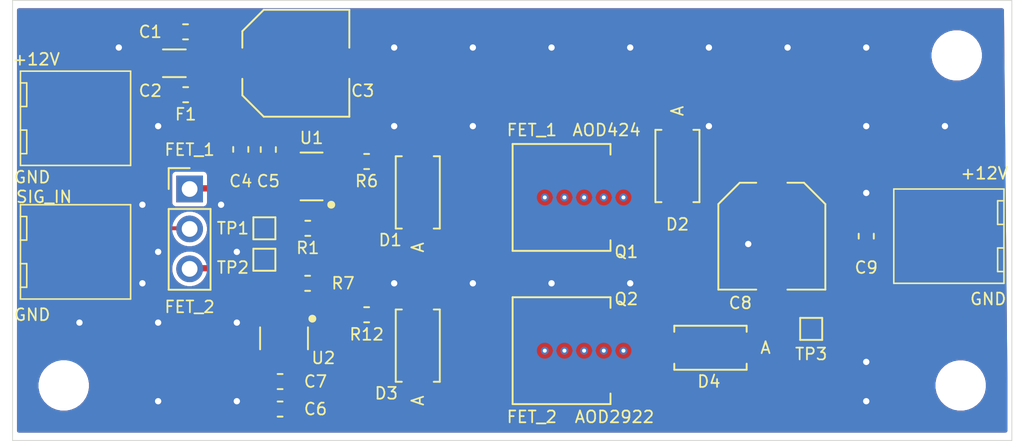
<source format=kicad_pcb>
(kicad_pcb (version 20171130) (host pcbnew "(5.1.5)-3")

  (general
    (thickness 1.6)
    (drawings 16)
    (tracks 129)
    (zones 0)
    (modules 32)
    (nets 12)
  )

  (page A4)
  (layers
    (0 F.Cu signal)
    (31 B.Cu signal)
    (32 B.Adhes user)
    (33 F.Adhes user)
    (34 B.Paste user)
    (35 F.Paste user)
    (36 B.SilkS user)
    (37 F.SilkS user)
    (38 B.Mask user)
    (39 F.Mask user)
    (40 Dwgs.User user)
    (41 Cmts.User user)
    (42 Eco1.User user)
    (43 Eco2.User user)
    (44 Edge.Cuts user)
    (45 Margin user)
    (46 B.CrtYd user)
    (47 F.CrtYd user)
    (48 B.Fab user)
    (49 F.Fab user hide)
  )

  (setup
    (last_trace_width 0.25)
    (trace_clearance 0.2)
    (zone_clearance 0.254)
    (zone_45_only no)
    (trace_min 0.2)
    (via_size 0.8)
    (via_drill 0.4)
    (via_min_size 0.4)
    (via_min_drill 0.3)
    (uvia_size 0.3)
    (uvia_drill 0.1)
    (uvias_allowed no)
    (uvia_min_size 0.2)
    (uvia_min_drill 0.1)
    (edge_width 0.05)
    (segment_width 0.2)
    (pcb_text_width 0.3)
    (pcb_text_size 1.5 1.5)
    (mod_edge_width 0.12)
    (mod_text_size 1 1)
    (mod_text_width 0.15)
    (pad_size 1.524 1.524)
    (pad_drill 0.762)
    (pad_to_mask_clearance 0.05)
    (solder_mask_min_width 0.1)
    (pad_to_paste_clearance -0.0508)
    (aux_axis_origin 0 0)
    (visible_elements 7FFFFFFF)
    (pcbplotparams
      (layerselection 0x010e8_ffffffff)
      (usegerberextensions false)
      (usegerberattributes false)
      (usegerberadvancedattributes false)
      (creategerberjobfile false)
      (excludeedgelayer true)
      (linewidth 0.100000)
      (plotframeref false)
      (viasonmask false)
      (mode 1)
      (useauxorigin false)
      (hpglpennumber 1)
      (hpglpenspeed 20)
      (hpglpendiameter 15.000000)
      (psnegative false)
      (psa4output false)
      (plotreference true)
      (plotvalue true)
      (plotinvisibletext false)
      (padsonsilk false)
      (subtractmaskfromsilk false)
      (outputformat 1)
      (mirror false)
      (drillshape 0)
      (scaleselection 1)
      (outputdirectory "../../fab_outputs/"))
  )

  (net 0 "")
  (net 1 GND)
  (net 2 +12V)
  (net 3 /DRAIN_FET)
  (net 4 "Net-(D1-PadC)")
  (net 5 "Net-(D3-PadC)")
  (net 6 /12V_IN)
  (net 7 /5V_SIG_IN)
  (net 8 /CTRL_FET_2)
  (net 9 /CTRL_FET_1)
  (net 10 "Net-(R6-Pad2)")
  (net 11 "Net-(R12-Pad2)")

  (net_class Default "This is the default net class."
    (clearance 0.2)
    (trace_width 0.25)
    (via_dia 0.8)
    (via_drill 0.4)
    (uvia_dia 0.3)
    (uvia_drill 0.1)
    (add_net +12V)
    (add_net /12V_IN)
    (add_net /5V_SIG_IN)
    (add_net /CTRL_FET_1)
    (add_net /CTRL_FET_2)
    (add_net /DRAIN_FET)
    (add_net GND)
    (add_net "Net-(D1-PadC)")
    (add_net "Net-(D3-PadC)")
    (add_net "Net-(R12-Pad2)")
    (add_net "Net-(R6-Pad2)")
  )

  (module MountingHole:MountingHole_2.7mm_M2.5 (layer F.Cu) (tedit 56D1B4CB) (tstamp 60029401)
    (at 29.5 69)
    (descr "Mounting Hole 2.7mm, no annular, M2.5")
    (tags "mounting hole 2.7mm no annular m2.5")
    (attr virtual)
    (fp_text reference REF** (at 0 -3.7) (layer F.SilkS) hide
      (effects (font (size 1 1) (thickness 0.15)))
    )
    (fp_text value MountingHole_2.7mm_M2.5 (at 0 3.7) (layer F.Fab)
      (effects (font (size 1 1) (thickness 0.15)))
    )
    (fp_circle (center 0 0) (end 2.95 0) (layer F.CrtYd) (width 0.05))
    (fp_circle (center 0 0) (end 2.7 0) (layer Cmts.User) (width 0.15))
    (fp_text user %R (at 0.3 0) (layer F.Fab)
      (effects (font (size 1 1) (thickness 0.15)))
    )
    (pad 1 np_thru_hole circle (at 0 0) (size 2.7 2.7) (drill 2.7) (layers *.Cu *.Mask))
  )

  (module MountingHole:MountingHole_2.7mm_M2.5 (layer F.Cu) (tedit 56D1B4CB) (tstamp 600293CA)
    (at 86.5 69)
    (descr "Mounting Hole 2.7mm, no annular, M2.5")
    (tags "mounting hole 2.7mm no annular m2.5")
    (attr virtual)
    (fp_text reference REF** (at 0 -3.7) (layer F.SilkS) hide
      (effects (font (size 1 1) (thickness 0.15)))
    )
    (fp_text value MountingHole_2.7mm_M2.5 (at 0 3.7) (layer F.Fab)
      (effects (font (size 1 1) (thickness 0.15)))
    )
    (fp_text user %R (at 0.3 0) (layer F.Fab)
      (effects (font (size 1 1) (thickness 0.15)))
    )
    (fp_circle (center 0 0) (end 2.7 0) (layer Cmts.User) (width 0.15))
    (fp_circle (center 0 0) (end 2.95 0) (layer F.CrtYd) (width 0.05))
    (pad 1 np_thru_hole circle (at 0 0) (size 2.7 2.7) (drill 2.7) (layers *.Cu *.Mask))
  )

  (module MountingHole:MountingHole_2.7mm_M2.5 (layer F.Cu) (tedit 56D1B4CB) (tstamp 600293B0)
    (at 86.25 48)
    (descr "Mounting Hole 2.7mm, no annular, M2.5")
    (tags "mounting hole 2.7mm no annular m2.5")
    (attr virtual)
    (fp_text reference REF** (at 0 -3.7) (layer F.SilkS) hide
      (effects (font (size 1 1) (thickness 0.15)))
    )
    (fp_text value MountingHole_2.7mm_M2.5 (at 0 3.7) (layer F.Fab)
      (effects (font (size 1 1) (thickness 0.15)))
    )
    (fp_circle (center 0 0) (end 2.95 0) (layer F.CrtYd) (width 0.05))
    (fp_circle (center 0 0) (end 2.7 0) (layer Cmts.User) (width 0.15))
    (fp_text user %R (at 0.3 0) (layer F.Fab)
      (effects (font (size 1 1) (thickness 0.15)))
    )
    (pad 1 np_thru_hole circle (at 0 0) (size 2.7 2.7) (drill 2.7) (layers *.Cu *.Mask))
  )

  (module Connector_PinHeader_2.54mm:PinHeader_1x03_P2.54mm_Vertical (layer F.Cu) (tedit 59FED5CC) (tstamp 60026D79)
    (at 37.5 56.5)
    (descr "Through hole straight pin header, 1x03, 2.54mm pitch, single row")
    (tags "Through hole pin header THT 1x03 2.54mm single row")
    (path /601F1121)
    (fp_text reference JP1 (at 0 -2.33) (layer F.SilkS) hide
      (effects (font (size 0.75 0.75) (thickness 0.11)))
    )
    (fp_text value Jumper_NC_Dual (at 0 7.41) (layer F.Fab)
      (effects (font (size 1 1) (thickness 0.15)))
    )
    (fp_text user %R (at 0 2.54 90) (layer F.Fab)
      (effects (font (size 1 1) (thickness 0.15)))
    )
    (fp_line (start 1.8 -1.8) (end -1.8 -1.8) (layer F.CrtYd) (width 0.05))
    (fp_line (start 1.8 6.85) (end 1.8 -1.8) (layer F.CrtYd) (width 0.05))
    (fp_line (start -1.8 6.85) (end 1.8 6.85) (layer F.CrtYd) (width 0.05))
    (fp_line (start -1.8 -1.8) (end -1.8 6.85) (layer F.CrtYd) (width 0.05))
    (fp_line (start -1.33 -1.33) (end 0 -1.33) (layer F.SilkS) (width 0.12))
    (fp_line (start -1.33 0) (end -1.33 -1.33) (layer F.SilkS) (width 0.12))
    (fp_line (start -1.33 1.27) (end 1.33 1.27) (layer F.SilkS) (width 0.12))
    (fp_line (start 1.33 1.27) (end 1.33 6.41) (layer F.SilkS) (width 0.12))
    (fp_line (start -1.33 1.27) (end -1.33 6.41) (layer F.SilkS) (width 0.12))
    (fp_line (start -1.33 6.41) (end 1.33 6.41) (layer F.SilkS) (width 0.12))
    (fp_line (start -1.27 -0.635) (end -0.635 -1.27) (layer F.Fab) (width 0.1))
    (fp_line (start -1.27 6.35) (end -1.27 -0.635) (layer F.Fab) (width 0.1))
    (fp_line (start 1.27 6.35) (end -1.27 6.35) (layer F.Fab) (width 0.1))
    (fp_line (start 1.27 -1.27) (end 1.27 6.35) (layer F.Fab) (width 0.1))
    (fp_line (start -0.635 -1.27) (end 1.27 -1.27) (layer F.Fab) (width 0.1))
    (pad 3 thru_hole oval (at 0 5.08) (size 1.7 1.7) (drill 1) (layers *.Cu *.Mask)
      (net 8 /CTRL_FET_2))
    (pad 2 thru_hole oval (at 0 2.54) (size 1.7 1.7) (drill 1) (layers *.Cu *.Mask)
      (net 7 /5V_SIG_IN))
    (pad 1 thru_hole rect (at 0 0) (size 1.7 1.7) (drill 1) (layers *.Cu *.Mask)
      (net 9 /CTRL_FET_1))
    (model ${KISYS3DMOD}/Connector_PinHeader_2.54mm.3dshapes/PinHeader_1x03_P2.54mm_Vertical.wrl
      (at (xyz 0 0 0))
      (scale (xyz 1 1 1))
      (rotate (xyz 0 0 0))
    )
  )

  (module footprints:CAPACITOR_0603N (layer F.Cu) (tedit 5F6B49EC) (tstamp 6001BBC5)
    (at 80.5 59.5 270)
    (descr "Capacitor, Chip; 1.60 mm L X 0.80 mm W X 0.55 mm H body")
    (path /602725F5)
    (attr smd)
    (fp_text reference C9 (at 2 0 180) (layer F.SilkS)
      (effects (font (size 0.75 0.75) (thickness 0.11)))
    )
    (fp_text value CL10B104KC8NNNC (at 0 0 90) (layer F.Fab)
      (effects (font (size 1.2 1.2) (thickness 0.18)))
    )
    (fp_text user %R (at 0 0 90) (layer F.Fab)
      (effects (font (size 0.5 0.5) (thickness 0.05)))
    )
    (fp_line (start -0.5 -0.4) (end -0.5 0.4) (layer Dwgs.User) (width 0.025))
    (fp_line (start -0.5 0.4) (end -0.8 0.4) (layer Dwgs.User) (width 0.025))
    (fp_line (start -0.8 0.4) (end -0.8 -0.4) (layer Dwgs.User) (width 0.025))
    (fp_line (start -0.8 -0.4) (end -0.5 -0.4) (layer Dwgs.User) (width 0.025))
    (fp_line (start 0.5 0.4) (end 0.5 -0.4) (layer Dwgs.User) (width 0.025))
    (fp_line (start 0.5 -0.4) (end 0.8 -0.4) (layer Dwgs.User) (width 0.025))
    (fp_line (start 0.8 -0.4) (end 0.8 0.4) (layer Dwgs.User) (width 0.025))
    (fp_line (start 0.8 0.4) (end 0.5 0.4) (layer Dwgs.User) (width 0.025))
    (fp_line (start -0.8 0.4) (end -0.8 -0.4) (layer Dwgs.User) (width 0.025))
    (fp_line (start -0.8 -0.4) (end 0.8 -0.4) (layer Dwgs.User) (width 0.025))
    (fp_line (start 0.8 -0.4) (end 0.8 0.4) (layer Dwgs.User) (width 0.025))
    (fp_line (start 0.8 0.4) (end -0.8 0.4) (layer Dwgs.User) (width 0.025))
    (fp_line (start -0.88 0.48) (end -0.88 -0.48) (layer F.Fab) (width 0.12))
    (fp_line (start -0.88 -0.48) (end 0.88 -0.48) (layer F.Fab) (width 0.12))
    (fp_line (start 0.88 -0.48) (end 0.88 0.48) (layer F.Fab) (width 0.12))
    (fp_line (start 0.88 0.48) (end -0.88 0.48) (layer F.Fab) (width 0.12))
    (fp_line (start -0.155 -0.48) (end 0.155 -0.48) (layer F.SilkS) (width 0.12))
    (fp_line (start -0.155 0.48) (end 0.155 0.48) (layer F.SilkS) (width 0.12))
    (fp_line (start -1.39 0.69) (end -1.39 -0.69) (layer F.CrtYd) (width 0.05))
    (fp_line (start -1.39 -0.69) (end 1.39 -0.69) (layer F.CrtYd) (width 0.05))
    (fp_line (start 1.39 -0.69) (end 1.39 0.69) (layer F.CrtYd) (width 0.05))
    (fp_line (start 1.39 0.69) (end -1.39 0.69) (layer F.CrtYd) (width 0.05))
    (pad 1 smd roundrect (at -0.76 0 270) (size 0.85 0.97) (layers F.Cu F.Paste F.Mask) (roundrect_rratio 0.2471)
      (net 2 +12V))
    (pad 2 smd roundrect (at 0.76 0 270) (size 0.85 0.97) (layers F.Cu F.Paste F.Mask) (roundrect_rratio 0.2471)
      (net 3 /DRAIN_FET))
    (model ${MTE_LIB_DIR}/3d_models/CAPACITOR_0603N.STEP
      (at (xyz 0 0 0))
      (scale (xyz 1 1 1))
      (rotate (xyz -90 0 0))
    )
  )

  (module footprints:009296002202906 (layer F.Cu) (tedit 600064B7) (tstamp 60018C0E)
    (at 85.75 59.5 90)
    (path /6024487C)
    (attr smd)
    (fp_text reference J3 (at -4.051196 0.088314) (layer F.SilkS) hide
      (effects (font (size 0.75 0.75) (thickness 0.11)))
    )
    (fp_text value 009296002202906 (at 0 -0.5 270) (layer F.Fab)
      (effects (font (size 1 1) (thickness 0.15)))
    )
    (fp_line (start 3 3.5) (end 3 4.75) (layer Dwgs.User) (width 0.1))
    (fp_line (start -3 3.5) (end -3 4.75) (layer Dwgs.User) (width 0.1))
    (fp_line (start 2.25 3.1) (end 2.25 3.5) (layer F.SilkS) (width 0.1))
    (fp_line (start 0.75 3.1) (end 2.25 3.1) (layer F.SilkS) (width 0.1))
    (fp_line (start 0.75 3.5) (end 0.75 3.1) (layer F.SilkS) (width 0.1))
    (fp_line (start -0.75 3.1) (end -0.75 3.5) (layer F.SilkS) (width 0.1))
    (fp_line (start -2.25 3.1) (end -0.75 3.1) (layer F.SilkS) (width 0.1))
    (fp_line (start -2.25 3.5) (end -2.25 3.1) (layer F.SilkS) (width 0.1))
    (fp_line (start 3.25 -3.75) (end -3.25 -3.75) (layer F.CrtYd) (width 0.12))
    (fp_line (start 3.25 3.75) (end 3.25 -3.75) (layer F.CrtYd) (width 0.12))
    (fp_line (start -3.25 3.75) (end 3.25 3.75) (layer F.CrtYd) (width 0.12))
    (fp_line (start -3.25 -3.75) (end -3.25 3.75) (layer F.CrtYd) (width 0.12))
    (fp_line (start 3 3.5) (end -3 3.5) (layer F.SilkS) (width 0.1))
    (fp_line (start -3 -3.5) (end 3 -3.5) (layer F.SilkS) (width 0.1))
    (fp_line (start 3 -3.5) (end 3 3.5) (layer F.SilkS) (width 0.1))
    (fp_line (start -3 -3.5) (end -3 3.5) (layer F.SilkS) (width 0.1))
    (pad 1 smd roundrect (at -1.5 -1.7 90) (size 1.6 2.3) (layers F.Cu F.Paste F.Mask) (roundrect_rratio 0.25)
      (net 3 /DRAIN_FET))
    (pad 2 smd roundrect (at 1.5 -1.7 90) (size 1.6 2.3) (layers F.Cu F.Paste F.Mask) (roundrect_rratio 0.25)
      (net 2 +12V))
    (pad 1 smd roundrect (at -1.5 1.7 90) (size 1.6 2.3) (layers F.Cu F.Paste F.Mask) (roundrect_rratio 0.25)
      (net 3 /DRAIN_FET))
    (pad 2 smd roundrect (at 1.5 1.7 90) (size 1.6 2.3) (layers F.Cu F.Paste F.Mask) (roundrect_rratio 0.25)
      (net 2 +12V))
    (model ${KICAD_USER_LIBRAY}/3d_models/009296002202906.step
      (offset (xyz -3 -3.5 0))
      (scale (xyz 1 1 1))
      (rotate (xyz 0 0 0))
    )
  )

  (module footprints:009296002202906 (layer F.Cu) (tedit 600064B7) (tstamp 60018BF6)
    (at 30.25 60.5 270)
    (path /6023A14F)
    (attr smd)
    (fp_text reference J2 (at -4.051196 0.088314) (layer F.SilkS) hide
      (effects (font (size 0.75 0.75) (thickness 0.11)))
    )
    (fp_text value 009296002202906 (at 0 -0.5 270) (layer F.Fab)
      (effects (font (size 1 1) (thickness 0.15)))
    )
    (fp_line (start 3 3.5) (end 3 4.75) (layer Dwgs.User) (width 0.1))
    (fp_line (start -3 3.5) (end -3 4.75) (layer Dwgs.User) (width 0.1))
    (fp_line (start 2.25 3.1) (end 2.25 3.5) (layer F.SilkS) (width 0.1))
    (fp_line (start 0.75 3.1) (end 2.25 3.1) (layer F.SilkS) (width 0.1))
    (fp_line (start 0.75 3.5) (end 0.75 3.1) (layer F.SilkS) (width 0.1))
    (fp_line (start -0.75 3.1) (end -0.75 3.5) (layer F.SilkS) (width 0.1))
    (fp_line (start -2.25 3.1) (end -0.75 3.1) (layer F.SilkS) (width 0.1))
    (fp_line (start -2.25 3.5) (end -2.25 3.1) (layer F.SilkS) (width 0.1))
    (fp_line (start 3.25 -3.75) (end -3.25 -3.75) (layer F.CrtYd) (width 0.12))
    (fp_line (start 3.25 3.75) (end 3.25 -3.75) (layer F.CrtYd) (width 0.12))
    (fp_line (start -3.25 3.75) (end 3.25 3.75) (layer F.CrtYd) (width 0.12))
    (fp_line (start -3.25 -3.75) (end -3.25 3.75) (layer F.CrtYd) (width 0.12))
    (fp_line (start 3 3.5) (end -3 3.5) (layer F.SilkS) (width 0.1))
    (fp_line (start -3 -3.5) (end 3 -3.5) (layer F.SilkS) (width 0.1))
    (fp_line (start 3 -3.5) (end 3 3.5) (layer F.SilkS) (width 0.1))
    (fp_line (start -3 -3.5) (end -3 3.5) (layer F.SilkS) (width 0.1))
    (pad 1 smd roundrect (at -1.5 -1.7 270) (size 1.6 2.3) (layers F.Cu F.Paste F.Mask) (roundrect_rratio 0.25)
      (net 7 /5V_SIG_IN))
    (pad 2 smd roundrect (at 1.5 -1.7 270) (size 1.6 2.3) (layers F.Cu F.Paste F.Mask) (roundrect_rratio 0.25)
      (net 1 GND))
    (pad 1 smd roundrect (at -1.5 1.7 270) (size 1.6 2.3) (layers F.Cu F.Paste F.Mask) (roundrect_rratio 0.25)
      (net 7 /5V_SIG_IN))
    (pad 2 smd roundrect (at 1.5 1.7 270) (size 1.6 2.3) (layers F.Cu F.Paste F.Mask) (roundrect_rratio 0.25)
      (net 1 GND))
    (model ${KICAD_USER_LIBRAY}/3d_models/009296002202906.step
      (offset (xyz -3 -3.5 0))
      (scale (xyz 1 1 1))
      (rotate (xyz 0 0 0))
    )
  )

  (module footprints:009296002202906 (layer F.Cu) (tedit 600064B7) (tstamp 60018BDE)
    (at 30.25 52 270)
    (path /60242824)
    (attr smd)
    (fp_text reference J1 (at -4.051196 0.088314) (layer F.SilkS) hide
      (effects (font (size 0.75 0.75) (thickness 0.11)))
    )
    (fp_text value 009296002202906 (at 0 -0.5 270) (layer F.Fab)
      (effects (font (size 1 1) (thickness 0.15)))
    )
    (fp_line (start -3 -3.5) (end -3 3.5) (layer F.SilkS) (width 0.1))
    (fp_line (start 3 -3.5) (end 3 3.5) (layer F.SilkS) (width 0.1))
    (fp_line (start -3 -3.5) (end 3 -3.5) (layer F.SilkS) (width 0.1))
    (fp_line (start 3 3.5) (end -3 3.5) (layer F.SilkS) (width 0.1))
    (fp_line (start -3.25 -3.75) (end -3.25 3.75) (layer F.CrtYd) (width 0.12))
    (fp_line (start -3.25 3.75) (end 3.25 3.75) (layer F.CrtYd) (width 0.12))
    (fp_line (start 3.25 3.75) (end 3.25 -3.75) (layer F.CrtYd) (width 0.12))
    (fp_line (start 3.25 -3.75) (end -3.25 -3.75) (layer F.CrtYd) (width 0.12))
    (fp_line (start -2.25 3.5) (end -2.25 3.1) (layer F.SilkS) (width 0.1))
    (fp_line (start -2.25 3.1) (end -0.75 3.1) (layer F.SilkS) (width 0.1))
    (fp_line (start -0.75 3.1) (end -0.75 3.5) (layer F.SilkS) (width 0.1))
    (fp_line (start 0.75 3.5) (end 0.75 3.1) (layer F.SilkS) (width 0.1))
    (fp_line (start 0.75 3.1) (end 2.25 3.1) (layer F.SilkS) (width 0.1))
    (fp_line (start 2.25 3.1) (end 2.25 3.5) (layer F.SilkS) (width 0.1))
    (fp_line (start -3 3.5) (end -3 4.75) (layer Dwgs.User) (width 0.1))
    (fp_line (start 3 3.5) (end 3 4.75) (layer Dwgs.User) (width 0.1))
    (pad 2 smd roundrect (at 1.5 1.7 270) (size 1.6 2.3) (layers F.Cu F.Paste F.Mask) (roundrect_rratio 0.25)
      (net 1 GND))
    (pad 1 smd roundrect (at -1.5 1.7 270) (size 1.6 2.3) (layers F.Cu F.Paste F.Mask) (roundrect_rratio 0.25)
      (net 6 /12V_IN))
    (pad 2 smd roundrect (at 1.5 -1.7 270) (size 1.6 2.3) (layers F.Cu F.Paste F.Mask) (roundrect_rratio 0.25)
      (net 1 GND))
    (pad 1 smd roundrect (at -1.5 -1.7 270) (size 1.6 2.3) (layers F.Cu F.Paste F.Mask) (roundrect_rratio 0.25)
      (net 6 /12V_IN))
    (model ${KICAD_USER_LIBRAY}/3d_models/009296002202906.step
      (offset (xyz -3 -3.5 0))
      (scale (xyz 1 1 1))
      (rotate (xyz 0 0 0))
    )
  )

  (module footprints:SOT143-4P190_237X112L31X44N (layer F.Cu) (tedit 5F8DAD00) (tstamp 60017AF8)
    (at 43.5 66 180)
    (descr "Small Outline Transistor (SOT143), 1.90 mm pitch; 4 pin, 2.92 mm L X 1.30 mm W X 1.12 mm H body")
    (path /601BEA4F)
    (attr smd)
    (fp_text reference U2 (at -2.5 -1.25) (layer F.SilkS)
      (effects (font (size 0.75 0.75) (thickness 0.11)))
    )
    (fp_text value MIC4416YM4-TR (at 0 0) (layer F.Fab)
      (effects (font (size 1.2 1.2) (thickness 0.18)))
    )
    (fp_text user %R (at 0 0) (layer F.Fab)
      (effects (font (size 0.92 0.92) (thickness 0.09)))
    )
    (fp_line (start -1.17 0.875) (end -0.32 0.875) (layer Dwgs.User) (width 0.025))
    (fp_line (start -0.32 0.875) (end -0.32 1.185) (layer Dwgs.User) (width 0.025))
    (fp_line (start -0.32 1.185) (end -1.17 1.185) (layer Dwgs.User) (width 0.025))
    (fp_line (start -1.17 1.185) (end -1.17 0.875) (layer Dwgs.User) (width 0.025))
    (fp_line (start 0.73 0.875) (end 1.17 0.875) (layer Dwgs.User) (width 0.025))
    (fp_line (start 1.17 0.875) (end 1.17 1.185) (layer Dwgs.User) (width 0.025))
    (fp_line (start 1.17 1.185) (end 0.73 1.185) (layer Dwgs.User) (width 0.025))
    (fp_line (start 0.73 1.185) (end 0.73 0.875) (layer Dwgs.User) (width 0.025))
    (fp_line (start 1.17 -0.875) (end 0.73 -0.875) (layer Dwgs.User) (width 0.025))
    (fp_line (start 0.73 -0.875) (end 0.73 -1.185) (layer Dwgs.User) (width 0.025))
    (fp_line (start 0.73 -1.185) (end 1.17 -1.185) (layer Dwgs.User) (width 0.025))
    (fp_line (start 1.17 -1.185) (end 1.17 -0.875) (layer Dwgs.User) (width 0.025))
    (fp_line (start -0.73 -0.875) (end -1.17 -0.875) (layer Dwgs.User) (width 0.025))
    (fp_line (start -1.17 -0.875) (end -1.17 -1.185) (layer Dwgs.User) (width 0.025))
    (fp_line (start -1.17 -1.185) (end -0.73 -1.185) (layer Dwgs.User) (width 0.025))
    (fp_line (start -0.73 -1.185) (end -0.73 -0.875) (layer Dwgs.User) (width 0.025))
    (fp_line (start -1.46 0.65) (end -1.46 -0.65) (layer Dwgs.User) (width 0.025))
    (fp_line (start -1.46 -0.65) (end 1.46 -0.65) (layer Dwgs.User) (width 0.025))
    (fp_line (start 1.46 -0.65) (end 1.46 0.65) (layer Dwgs.User) (width 0.025))
    (fp_line (start 1.46 0.65) (end -1.46 0.65) (layer Dwgs.User) (width 0.025))
    (fp_line (start -1.52 0.7) (end -1.52 -0.7) (layer F.Fab) (width 0.12))
    (fp_line (start -1.52 -0.7) (end 1.52 -0.7) (layer F.Fab) (width 0.12))
    (fp_line (start 1.52 -0.7) (end 1.52 0.7) (layer F.Fab) (width 0.12))
    (fp_line (start 1.52 0.7) (end -1.52 0.7) (layer F.Fab) (width 0.12))
    (fp_circle (center -1.8 1.25) (end -1.8 1.375) (layer F.SilkS) (width 0.25))
    (fp_line (start -1.52 0.7) (end -1.52 -0.7) (layer F.SilkS) (width 0.12))
    (fp_line (start 1.52 0.7) (end 1.52 -0.7) (layer F.SilkS) (width 0.12))
    (fp_line (start 1.72 0.9) (end 1.72 -0.9) (layer F.CrtYd) (width 0.05))
    (fp_line (start 1.72 -0.9) (end 1.48 -0.9) (layer F.CrtYd) (width 0.05))
    (fp_line (start 1.48 -0.9) (end 1.48 -1.725) (layer F.CrtYd) (width 0.05))
    (fp_line (start 1.48 -1.725) (end -1.48 -1.725) (layer F.CrtYd) (width 0.05))
    (fp_line (start -1.48 -1.725) (end -1.48 -0.9) (layer F.CrtYd) (width 0.05))
    (fp_line (start -1.48 -0.9) (end -1.72 -0.9) (layer F.CrtYd) (width 0.05))
    (fp_line (start -1.72 -0.9) (end -1.72 0.9) (layer F.CrtYd) (width 0.05))
    (fp_line (start -1.72 0.9) (end -1.48 0.9) (layer F.CrtYd) (width 0.05))
    (fp_line (start -1.48 0.9) (end -1.48 1.725) (layer F.CrtYd) (width 0.05))
    (fp_line (start -1.48 1.725) (end 1.48 1.725) (layer F.CrtYd) (width 0.05))
    (fp_line (start 1.48 1.725) (end 1.48 0.9) (layer F.CrtYd) (width 0.05))
    (fp_line (start 1.48 0.9) (end 1.72 0.9) (layer F.CrtYd) (width 0.05))
    (pad 1 smd roundrect (at -0.745 0.995 270) (size 1.06 1.07) (layers F.Cu F.Paste F.Mask) (roundrect_rratio 0.1604)
      (net 1 GND))
    (pad 2 smd roundrect (at 0.95 0.995 270) (size 1.06 0.66) (layers F.Cu F.Paste F.Mask) (roundrect_rratio 0.2576)
      (net 11 "Net-(R12-Pad2)"))
    (pad 3 smd roundrect (at 0.95 -0.995 270) (size 1.06 0.66) (layers F.Cu F.Paste F.Mask) (roundrect_rratio 0.2576)
      (net 2 +12V))
    (pad 4 smd roundrect (at -0.95 -0.995 270) (size 1.06 0.66) (layers F.Cu F.Paste F.Mask) (roundrect_rratio 0.2576)
      (net 8 /CTRL_FET_2))
    (model ${MTE_LIB_DIR}/3d_models/SOT143-4P190_237X112L31X44.STEP
      (at (xyz 0 0 0))
      (scale (xyz 1 1 1))
      (rotate (xyz -90 0 0))
    )
  )

  (module footprints:SOT143-4P190_237X112L31X44N (layer F.Cu) (tedit 5F8DAD00) (tstamp 60022A41)
    (at 45.25 55.7 90)
    (descr "Small Outline Transistor (SOT143), 1.90 mm pitch; 4 pin, 2.92 mm L X 1.30 mm W X 1.12 mm H body")
    (path /6080E497)
    (attr smd)
    (fp_text reference U1 (at 2.45 0 180) (layer F.SilkS)
      (effects (font (size 0.75 0.75) (thickness 0.11)))
    )
    (fp_text value MIC4416YM4-TR (at 0 0 90) (layer F.Fab)
      (effects (font (size 1.2 1.2) (thickness 0.18)))
    )
    (fp_text user %R (at 0 0 90) (layer F.Fab)
      (effects (font (size 0.92 0.92) (thickness 0.09)))
    )
    (fp_line (start -1.17 0.875) (end -0.32 0.875) (layer Dwgs.User) (width 0.025))
    (fp_line (start -0.32 0.875) (end -0.32 1.185) (layer Dwgs.User) (width 0.025))
    (fp_line (start -0.32 1.185) (end -1.17 1.185) (layer Dwgs.User) (width 0.025))
    (fp_line (start -1.17 1.185) (end -1.17 0.875) (layer Dwgs.User) (width 0.025))
    (fp_line (start 0.73 0.875) (end 1.17 0.875) (layer Dwgs.User) (width 0.025))
    (fp_line (start 1.17 0.875) (end 1.17 1.185) (layer Dwgs.User) (width 0.025))
    (fp_line (start 1.17 1.185) (end 0.73 1.185) (layer Dwgs.User) (width 0.025))
    (fp_line (start 0.73 1.185) (end 0.73 0.875) (layer Dwgs.User) (width 0.025))
    (fp_line (start 1.17 -0.875) (end 0.73 -0.875) (layer Dwgs.User) (width 0.025))
    (fp_line (start 0.73 -0.875) (end 0.73 -1.185) (layer Dwgs.User) (width 0.025))
    (fp_line (start 0.73 -1.185) (end 1.17 -1.185) (layer Dwgs.User) (width 0.025))
    (fp_line (start 1.17 -1.185) (end 1.17 -0.875) (layer Dwgs.User) (width 0.025))
    (fp_line (start -0.73 -0.875) (end -1.17 -0.875) (layer Dwgs.User) (width 0.025))
    (fp_line (start -1.17 -0.875) (end -1.17 -1.185) (layer Dwgs.User) (width 0.025))
    (fp_line (start -1.17 -1.185) (end -0.73 -1.185) (layer Dwgs.User) (width 0.025))
    (fp_line (start -0.73 -1.185) (end -0.73 -0.875) (layer Dwgs.User) (width 0.025))
    (fp_line (start -1.46 0.65) (end -1.46 -0.65) (layer Dwgs.User) (width 0.025))
    (fp_line (start -1.46 -0.65) (end 1.46 -0.65) (layer Dwgs.User) (width 0.025))
    (fp_line (start 1.46 -0.65) (end 1.46 0.65) (layer Dwgs.User) (width 0.025))
    (fp_line (start 1.46 0.65) (end -1.46 0.65) (layer Dwgs.User) (width 0.025))
    (fp_line (start -1.52 0.7) (end -1.52 -0.7) (layer F.Fab) (width 0.12))
    (fp_line (start -1.52 -0.7) (end 1.52 -0.7) (layer F.Fab) (width 0.12))
    (fp_line (start 1.52 -0.7) (end 1.52 0.7) (layer F.Fab) (width 0.12))
    (fp_line (start 1.52 0.7) (end -1.52 0.7) (layer F.Fab) (width 0.12))
    (fp_circle (center -1.8 1.25) (end -1.8 1.375) (layer F.SilkS) (width 0.25))
    (fp_line (start -1.52 0.7) (end -1.52 -0.7) (layer F.SilkS) (width 0.12))
    (fp_line (start 1.52 0.7) (end 1.52 -0.7) (layer F.SilkS) (width 0.12))
    (fp_line (start 1.72 0.9) (end 1.72 -0.9) (layer F.CrtYd) (width 0.05))
    (fp_line (start 1.72 -0.9) (end 1.48 -0.9) (layer F.CrtYd) (width 0.05))
    (fp_line (start 1.48 -0.9) (end 1.48 -1.725) (layer F.CrtYd) (width 0.05))
    (fp_line (start 1.48 -1.725) (end -1.48 -1.725) (layer F.CrtYd) (width 0.05))
    (fp_line (start -1.48 -1.725) (end -1.48 -0.9) (layer F.CrtYd) (width 0.05))
    (fp_line (start -1.48 -0.9) (end -1.72 -0.9) (layer F.CrtYd) (width 0.05))
    (fp_line (start -1.72 -0.9) (end -1.72 0.9) (layer F.CrtYd) (width 0.05))
    (fp_line (start -1.72 0.9) (end -1.48 0.9) (layer F.CrtYd) (width 0.05))
    (fp_line (start -1.48 0.9) (end -1.48 1.725) (layer F.CrtYd) (width 0.05))
    (fp_line (start -1.48 1.725) (end 1.48 1.725) (layer F.CrtYd) (width 0.05))
    (fp_line (start 1.48 1.725) (end 1.48 0.9) (layer F.CrtYd) (width 0.05))
    (fp_line (start 1.48 0.9) (end 1.72 0.9) (layer F.CrtYd) (width 0.05))
    (pad 1 smd roundrect (at -0.745 0.995 180) (size 1.06 1.07) (layers F.Cu F.Paste F.Mask) (roundrect_rratio 0.1604)
      (net 1 GND))
    (pad 2 smd roundrect (at 0.95 0.995 180) (size 1.06 0.66) (layers F.Cu F.Paste F.Mask) (roundrect_rratio 0.2576)
      (net 10 "Net-(R6-Pad2)"))
    (pad 3 smd roundrect (at 0.95 -0.995 180) (size 1.06 0.66) (layers F.Cu F.Paste F.Mask) (roundrect_rratio 0.2576)
      (net 2 +12V))
    (pad 4 smd roundrect (at -0.95 -0.995 180) (size 1.06 0.66) (layers F.Cu F.Paste F.Mask) (roundrect_rratio 0.2576)
      (net 9 /CTRL_FET_1))
    (model ${MTE_LIB_DIR}/3d_models/SOT143-4P190_237X112L31X44.STEP
      (at (xyz 0 0 0))
      (scale (xyz 1 1 1))
      (rotate (xyz -90 0 0))
    )
  )

  (module TestPoint:TestPoint_Pad_1.0x1.0mm (layer F.Cu) (tedit 5A0F774F) (tstamp 60017A98)
    (at 77 65.4 180)
    (descr "SMD rectangular pad as test Point, square 1.0mm side length")
    (tags "test point SMD pad rectangle square")
    (path /60224608)
    (attr virtual)
    (fp_text reference TP3 (at 0 -1.6) (layer F.SilkS)
      (effects (font (size 0.75 0.75) (thickness 0.11)))
    )
    (fp_text value TestPoint (at 0 1.55) (layer F.Fab)
      (effects (font (size 1 1) (thickness 0.15)))
    )
    (fp_line (start 1 1) (end -1 1) (layer F.CrtYd) (width 0.05))
    (fp_line (start 1 1) (end 1 -1) (layer F.CrtYd) (width 0.05))
    (fp_line (start -1 -1) (end -1 1) (layer F.CrtYd) (width 0.05))
    (fp_line (start -1 -1) (end 1 -1) (layer F.CrtYd) (width 0.05))
    (fp_line (start -0.7 0.7) (end -0.7 -0.7) (layer F.SilkS) (width 0.12))
    (fp_line (start 0.7 0.7) (end -0.7 0.7) (layer F.SilkS) (width 0.12))
    (fp_line (start 0.7 -0.7) (end 0.7 0.7) (layer F.SilkS) (width 0.12))
    (fp_line (start -0.7 -0.7) (end 0.7 -0.7) (layer F.SilkS) (width 0.12))
    (fp_text user %R (at 0 -1.45) (layer F.Fab)
      (effects (font (size 1 1) (thickness 0.15)))
    )
    (pad 1 smd rect (at 0 0 180) (size 1 1) (layers F.Cu F.Mask)
      (net 3 /DRAIN_FET))
  )

  (module TestPoint:TestPoint_Pad_1.0x1.0mm (layer F.Cu) (tedit 5A0F774F) (tstamp 60017A8A)
    (at 42.25 61)
    (descr "SMD rectangular pad as test Point, square 1.0mm side length")
    (tags "test point SMD pad rectangle square")
    (path /601BEAF0)
    (attr virtual)
    (fp_text reference TP2 (at -2 0.5 180) (layer F.SilkS)
      (effects (font (size 0.75 0.75) (thickness 0.11)))
    )
    (fp_text value TestPoint (at 0 1.55) (layer F.Fab)
      (effects (font (size 1 1) (thickness 0.15)))
    )
    (fp_line (start 1 1) (end -1 1) (layer F.CrtYd) (width 0.05))
    (fp_line (start 1 1) (end 1 -1) (layer F.CrtYd) (width 0.05))
    (fp_line (start -1 -1) (end -1 1) (layer F.CrtYd) (width 0.05))
    (fp_line (start -1 -1) (end 1 -1) (layer F.CrtYd) (width 0.05))
    (fp_line (start -0.7 0.7) (end -0.7 -0.7) (layer F.SilkS) (width 0.12))
    (fp_line (start 0.7 0.7) (end -0.7 0.7) (layer F.SilkS) (width 0.12))
    (fp_line (start 0.7 -0.7) (end 0.7 0.7) (layer F.SilkS) (width 0.12))
    (fp_line (start -0.7 -0.7) (end 0.7 -0.7) (layer F.SilkS) (width 0.12))
    (fp_text user %R (at 0 -1.45) (layer F.Fab)
      (effects (font (size 1 1) (thickness 0.15)))
    )
    (pad 1 smd rect (at 0 0) (size 1 1) (layers F.Cu F.Mask)
      (net 8 /CTRL_FET_2))
  )

  (module TestPoint:TestPoint_Pad_1.0x1.0mm (layer F.Cu) (tedit 5A0F774F) (tstamp 60017A7C)
    (at 42.25 59)
    (descr "SMD rectangular pad as test Point, square 1.0mm side length")
    (tags "test point SMD pad rectangle square")
    (path /60007808)
    (attr virtual)
    (fp_text reference TP1 (at -2 0 180) (layer F.SilkS)
      (effects (font (size 0.75 0.75) (thickness 0.11)))
    )
    (fp_text value TestPoint (at 0 1.55) (layer F.Fab)
      (effects (font (size 1 1) (thickness 0.15)))
    )
    (fp_line (start 1 1) (end -1 1) (layer F.CrtYd) (width 0.05))
    (fp_line (start 1 1) (end 1 -1) (layer F.CrtYd) (width 0.05))
    (fp_line (start -1 -1) (end -1 1) (layer F.CrtYd) (width 0.05))
    (fp_line (start -1 -1) (end 1 -1) (layer F.CrtYd) (width 0.05))
    (fp_line (start -0.7 0.7) (end -0.7 -0.7) (layer F.SilkS) (width 0.12))
    (fp_line (start 0.7 0.7) (end -0.7 0.7) (layer F.SilkS) (width 0.12))
    (fp_line (start 0.7 -0.7) (end 0.7 0.7) (layer F.SilkS) (width 0.12))
    (fp_line (start -0.7 -0.7) (end 0.7 -0.7) (layer F.SilkS) (width 0.12))
    (fp_text user %R (at 0 -1.45) (layer F.Fab)
      (effects (font (size 1 1) (thickness 0.15)))
    )
    (pad 1 smd rect (at 0 0) (size 1 1) (layers F.Cu F.Mask)
      (net 9 /CTRL_FET_1))
  )

  (module footprints:RESISTOR_0603N (layer F.Cu) (tedit 5F68FF19) (tstamp 60017A60)
    (at 48.75 64.5 180)
    (descr "Resistor, Chip; 1.60 mm L X 0.80 mm W X 0.55 mm H body")
    (path /601BEA67)
    (attr smd)
    (fp_text reference R12 (at 0 -1.25) (layer F.SilkS)
      (effects (font (size 0.75 0.75) (thickness 0.11)))
    )
    (fp_text value RC0603JR-0730RL (at 0 0) (layer F.Fab)
      (effects (font (size 1.2 1.2) (thickness 0.18)))
    )
    (fp_text user %R (at 0 0) (layer F.Fab)
      (effects (font (size 0.5 0.5) (thickness 0.05)))
    )
    (fp_line (start -0.5 -0.4) (end -0.5 0.4) (layer Dwgs.User) (width 0.025))
    (fp_line (start -0.5 0.4) (end -0.8 0.4) (layer Dwgs.User) (width 0.025))
    (fp_line (start -0.8 0.4) (end -0.8 -0.4) (layer Dwgs.User) (width 0.025))
    (fp_line (start -0.8 -0.4) (end -0.5 -0.4) (layer Dwgs.User) (width 0.025))
    (fp_line (start 0.5 0.4) (end 0.5 -0.4) (layer Dwgs.User) (width 0.025))
    (fp_line (start 0.5 -0.4) (end 0.8 -0.4) (layer Dwgs.User) (width 0.025))
    (fp_line (start 0.8 -0.4) (end 0.8 0.4) (layer Dwgs.User) (width 0.025))
    (fp_line (start 0.8 0.4) (end 0.5 0.4) (layer Dwgs.User) (width 0.025))
    (fp_line (start -0.8 0.4) (end -0.8 -0.4) (layer Dwgs.User) (width 0.025))
    (fp_line (start -0.8 -0.4) (end 0.8 -0.4) (layer Dwgs.User) (width 0.025))
    (fp_line (start 0.8 -0.4) (end 0.8 0.4) (layer Dwgs.User) (width 0.025))
    (fp_line (start 0.8 0.4) (end -0.8 0.4) (layer Dwgs.User) (width 0.025))
    (fp_line (start -0.88 0.48) (end -0.88 -0.48) (layer F.Fab) (width 0.12))
    (fp_line (start -0.88 -0.48) (end 0.88 -0.48) (layer F.Fab) (width 0.12))
    (fp_line (start 0.88 -0.48) (end 0.88 0.48) (layer F.Fab) (width 0.12))
    (fp_line (start 0.88 0.48) (end -0.88 0.48) (layer F.Fab) (width 0.12))
    (fp_line (start -0.155 -0.48) (end 0.155 -0.48) (layer F.SilkS) (width 0.12))
    (fp_line (start -0.155 0.48) (end 0.155 0.48) (layer F.SilkS) (width 0.12))
    (fp_line (start -1.39 0.69) (end -1.39 -0.69) (layer F.CrtYd) (width 0.05))
    (fp_line (start -1.39 -0.69) (end 1.39 -0.69) (layer F.CrtYd) (width 0.05))
    (fp_line (start 1.39 -0.69) (end 1.39 0.69) (layer F.CrtYd) (width 0.05))
    (fp_line (start 1.39 0.69) (end -1.39 0.69) (layer F.CrtYd) (width 0.05))
    (pad 1 smd roundrect (at -0.76 0 180) (size 0.85 0.97) (layers F.Cu F.Paste F.Mask) (roundrect_rratio 0.2471)
      (net 5 "Net-(D3-PadC)"))
    (pad 2 smd roundrect (at 0.76 0 180) (size 0.85 0.97) (layers F.Cu F.Paste F.Mask) (roundrect_rratio 0.2471)
      (net 11 "Net-(R12-Pad2)"))
    (model ${MTE_LIB_DIR}/3d_models/RESISTOR_0603N.STEP
      (at (xyz 0 0 0))
      (scale (xyz 1 1 1))
      (rotate (xyz -90 0 0))
    )
  )

  (module footprints:RESISTOR_0603N (layer F.Cu) (tedit 5F68FF19) (tstamp 60017A43)
    (at 45 62.5)
    (descr "Resistor, Chip; 1.60 mm L X 0.80 mm W X 0.55 mm H body")
    (path /601BEAE4)
    (attr smd)
    (fp_text reference R7 (at 2.25 0) (layer F.SilkS)
      (effects (font (size 0.75 0.75) (thickness 0.11)))
    )
    (fp_text value RC0603JR-0710KL (at 0 0) (layer F.Fab)
      (effects (font (size 1.2 1.2) (thickness 0.18)))
    )
    (fp_line (start 1.39 0.69) (end -1.39 0.69) (layer F.CrtYd) (width 0.05))
    (fp_line (start 1.39 -0.69) (end 1.39 0.69) (layer F.CrtYd) (width 0.05))
    (fp_line (start -1.39 -0.69) (end 1.39 -0.69) (layer F.CrtYd) (width 0.05))
    (fp_line (start -1.39 0.69) (end -1.39 -0.69) (layer F.CrtYd) (width 0.05))
    (fp_line (start -0.155 0.48) (end 0.155 0.48) (layer F.SilkS) (width 0.12))
    (fp_line (start -0.155 -0.48) (end 0.155 -0.48) (layer F.SilkS) (width 0.12))
    (fp_line (start 0.88 0.48) (end -0.88 0.48) (layer F.Fab) (width 0.12))
    (fp_line (start 0.88 -0.48) (end 0.88 0.48) (layer F.Fab) (width 0.12))
    (fp_line (start -0.88 -0.48) (end 0.88 -0.48) (layer F.Fab) (width 0.12))
    (fp_line (start -0.88 0.48) (end -0.88 -0.48) (layer F.Fab) (width 0.12))
    (fp_line (start 0.8 0.4) (end -0.8 0.4) (layer Dwgs.User) (width 0.025))
    (fp_line (start 0.8 -0.4) (end 0.8 0.4) (layer Dwgs.User) (width 0.025))
    (fp_line (start -0.8 -0.4) (end 0.8 -0.4) (layer Dwgs.User) (width 0.025))
    (fp_line (start -0.8 0.4) (end -0.8 -0.4) (layer Dwgs.User) (width 0.025))
    (fp_line (start 0.8 0.4) (end 0.5 0.4) (layer Dwgs.User) (width 0.025))
    (fp_line (start 0.8 -0.4) (end 0.8 0.4) (layer Dwgs.User) (width 0.025))
    (fp_line (start 0.5 -0.4) (end 0.8 -0.4) (layer Dwgs.User) (width 0.025))
    (fp_line (start 0.5 0.4) (end 0.5 -0.4) (layer Dwgs.User) (width 0.025))
    (fp_line (start -0.8 -0.4) (end -0.5 -0.4) (layer Dwgs.User) (width 0.025))
    (fp_line (start -0.8 0.4) (end -0.8 -0.4) (layer Dwgs.User) (width 0.025))
    (fp_line (start -0.5 0.4) (end -0.8 0.4) (layer Dwgs.User) (width 0.025))
    (fp_line (start -0.5 -0.4) (end -0.5 0.4) (layer Dwgs.User) (width 0.025))
    (fp_text user %R (at 0 0) (layer F.Fab)
      (effects (font (size 0.5 0.5) (thickness 0.05)))
    )
    (pad 2 smd roundrect (at 0.76 0) (size 0.85 0.97) (layers F.Cu F.Paste F.Mask) (roundrect_rratio 0.2471)
      (net 1 GND))
    (pad 1 smd roundrect (at -0.76 0) (size 0.85 0.97) (layers F.Cu F.Paste F.Mask) (roundrect_rratio 0.2471)
      (net 8 /CTRL_FET_2))
    (model ${MTE_LIB_DIR}/3d_models/RESISTOR_0603N.STEP
      (at (xyz 0 0 0))
      (scale (xyz 1 1 1))
      (rotate (xyz -90 0 0))
    )
  )

  (module footprints:RESISTOR_0603N (layer F.Cu) (tedit 5F68FF19) (tstamp 60017A26)
    (at 48.75 54.75 180)
    (descr "Resistor, Chip; 1.60 mm L X 0.80 mm W X 0.55 mm H body")
    (path /608157CA)
    (attr smd)
    (fp_text reference R6 (at 0 -1.25) (layer F.SilkS)
      (effects (font (size 0.75 0.75) (thickness 0.11)))
    )
    (fp_text value RC0603JR-0730RL (at 0 0) (layer F.Fab)
      (effects (font (size 1.2 1.2) (thickness 0.18)))
    )
    (fp_text user %R (at 0 0) (layer F.Fab)
      (effects (font (size 0.5 0.5) (thickness 0.05)))
    )
    (fp_line (start -0.5 -0.4) (end -0.5 0.4) (layer Dwgs.User) (width 0.025))
    (fp_line (start -0.5 0.4) (end -0.8 0.4) (layer Dwgs.User) (width 0.025))
    (fp_line (start -0.8 0.4) (end -0.8 -0.4) (layer Dwgs.User) (width 0.025))
    (fp_line (start -0.8 -0.4) (end -0.5 -0.4) (layer Dwgs.User) (width 0.025))
    (fp_line (start 0.5 0.4) (end 0.5 -0.4) (layer Dwgs.User) (width 0.025))
    (fp_line (start 0.5 -0.4) (end 0.8 -0.4) (layer Dwgs.User) (width 0.025))
    (fp_line (start 0.8 -0.4) (end 0.8 0.4) (layer Dwgs.User) (width 0.025))
    (fp_line (start 0.8 0.4) (end 0.5 0.4) (layer Dwgs.User) (width 0.025))
    (fp_line (start -0.8 0.4) (end -0.8 -0.4) (layer Dwgs.User) (width 0.025))
    (fp_line (start -0.8 -0.4) (end 0.8 -0.4) (layer Dwgs.User) (width 0.025))
    (fp_line (start 0.8 -0.4) (end 0.8 0.4) (layer Dwgs.User) (width 0.025))
    (fp_line (start 0.8 0.4) (end -0.8 0.4) (layer Dwgs.User) (width 0.025))
    (fp_line (start -0.88 0.48) (end -0.88 -0.48) (layer F.Fab) (width 0.12))
    (fp_line (start -0.88 -0.48) (end 0.88 -0.48) (layer F.Fab) (width 0.12))
    (fp_line (start 0.88 -0.48) (end 0.88 0.48) (layer F.Fab) (width 0.12))
    (fp_line (start 0.88 0.48) (end -0.88 0.48) (layer F.Fab) (width 0.12))
    (fp_line (start -0.155 -0.48) (end 0.155 -0.48) (layer F.SilkS) (width 0.12))
    (fp_line (start -0.155 0.48) (end 0.155 0.48) (layer F.SilkS) (width 0.12))
    (fp_line (start -1.39 0.69) (end -1.39 -0.69) (layer F.CrtYd) (width 0.05))
    (fp_line (start -1.39 -0.69) (end 1.39 -0.69) (layer F.CrtYd) (width 0.05))
    (fp_line (start 1.39 -0.69) (end 1.39 0.69) (layer F.CrtYd) (width 0.05))
    (fp_line (start 1.39 0.69) (end -1.39 0.69) (layer F.CrtYd) (width 0.05))
    (pad 1 smd roundrect (at -0.76 0 180) (size 0.85 0.97) (layers F.Cu F.Paste F.Mask) (roundrect_rratio 0.2471)
      (net 4 "Net-(D1-PadC)"))
    (pad 2 smd roundrect (at 0.76 0 180) (size 0.85 0.97) (layers F.Cu F.Paste F.Mask) (roundrect_rratio 0.2471)
      (net 10 "Net-(R6-Pad2)"))
    (model ${MTE_LIB_DIR}/3d_models/RESISTOR_0603N.STEP
      (at (xyz 0 0 0))
      (scale (xyz 1 1 1))
      (rotate (xyz -90 0 0))
    )
  )

  (module footprints:RESISTOR_0603N (layer F.Cu) (tedit 5F68FF19) (tstamp 60017A09)
    (at 45.01 59)
    (descr "Resistor, Chip; 1.60 mm L X 0.80 mm W X 0.55 mm H body")
    (path /60A0B6C9)
    (attr smd)
    (fp_text reference R1 (at 0 1.25) (layer F.SilkS)
      (effects (font (size 0.75 0.75) (thickness 0.11)))
    )
    (fp_text value RC0603JR-0710KL (at 0 0) (layer F.Fab)
      (effects (font (size 1.2 1.2) (thickness 0.18)))
    )
    (fp_line (start 1.39 0.69) (end -1.39 0.69) (layer F.CrtYd) (width 0.05))
    (fp_line (start 1.39 -0.69) (end 1.39 0.69) (layer F.CrtYd) (width 0.05))
    (fp_line (start -1.39 -0.69) (end 1.39 -0.69) (layer F.CrtYd) (width 0.05))
    (fp_line (start -1.39 0.69) (end -1.39 -0.69) (layer F.CrtYd) (width 0.05))
    (fp_line (start -0.155 0.48) (end 0.155 0.48) (layer F.SilkS) (width 0.12))
    (fp_line (start -0.155 -0.48) (end 0.155 -0.48) (layer F.SilkS) (width 0.12))
    (fp_line (start 0.88 0.48) (end -0.88 0.48) (layer F.Fab) (width 0.12))
    (fp_line (start 0.88 -0.48) (end 0.88 0.48) (layer F.Fab) (width 0.12))
    (fp_line (start -0.88 -0.48) (end 0.88 -0.48) (layer F.Fab) (width 0.12))
    (fp_line (start -0.88 0.48) (end -0.88 -0.48) (layer F.Fab) (width 0.12))
    (fp_line (start 0.8 0.4) (end -0.8 0.4) (layer Dwgs.User) (width 0.025))
    (fp_line (start 0.8 -0.4) (end 0.8 0.4) (layer Dwgs.User) (width 0.025))
    (fp_line (start -0.8 -0.4) (end 0.8 -0.4) (layer Dwgs.User) (width 0.025))
    (fp_line (start -0.8 0.4) (end -0.8 -0.4) (layer Dwgs.User) (width 0.025))
    (fp_line (start 0.8 0.4) (end 0.5 0.4) (layer Dwgs.User) (width 0.025))
    (fp_line (start 0.8 -0.4) (end 0.8 0.4) (layer Dwgs.User) (width 0.025))
    (fp_line (start 0.5 -0.4) (end 0.8 -0.4) (layer Dwgs.User) (width 0.025))
    (fp_line (start 0.5 0.4) (end 0.5 -0.4) (layer Dwgs.User) (width 0.025))
    (fp_line (start -0.8 -0.4) (end -0.5 -0.4) (layer Dwgs.User) (width 0.025))
    (fp_line (start -0.8 0.4) (end -0.8 -0.4) (layer Dwgs.User) (width 0.025))
    (fp_line (start -0.5 0.4) (end -0.8 0.4) (layer Dwgs.User) (width 0.025))
    (fp_line (start -0.5 -0.4) (end -0.5 0.4) (layer Dwgs.User) (width 0.025))
    (fp_text user %R (at 0 0) (layer F.Fab)
      (effects (font (size 0.5 0.5) (thickness 0.05)))
    )
    (pad 2 smd roundrect (at 0.76 0) (size 0.85 0.97) (layers F.Cu F.Paste F.Mask) (roundrect_rratio 0.2471)
      (net 1 GND))
    (pad 1 smd roundrect (at -0.76 0) (size 0.85 0.97) (layers F.Cu F.Paste F.Mask) (roundrect_rratio 0.2471)
      (net 9 /CTRL_FET_1))
    (model ${MTE_LIB_DIR}/3d_models/RESISTOR_0603N.STEP
      (at (xyz 0 0 0))
      (scale (xyz 1 1 1))
      (rotate (xyz -90 0 0))
    )
  )

  (module footprints:DPAK3P457_994X240L165X76T538X492N (layer F.Cu) (tedit 5FE1F9C0) (tstamp 600179EC)
    (at 60.07 66.786 270)
    (descr "DPAK, 4.572 mm pitch; 2 pin, 6.096 mm L X 6.575 mm W X 2.40 mm H body")
    (path /6016A0BD)
    (attr smd)
    (fp_text reference Q2 (at -3.286 -5.18 180) (layer F.SilkS)
      (effects (font (size 0.75 0.75) (thickness 0.11)))
    )
    (fp_text value AOD2922 (at 0 0 90) (layer F.Fab)
      (effects (font (size 1.2 1.2) (thickness 0.18)))
    )
    (fp_text user %R (at 0 0 90) (layer F.Fab)
      (effects (font (size 2 2) (thickness 0.2)))
    )
    (fp_line (start -2.667 3.3235) (end -1.905 3.3235) (layer Dwgs.User) (width 0.025))
    (fp_line (start -1.905 3.3235) (end -1.905 4.9745) (layer Dwgs.User) (width 0.025))
    (fp_line (start -1.905 4.9745) (end -2.667 4.9745) (layer Dwgs.User) (width 0.025))
    (fp_line (start -2.667 4.9745) (end -2.667 3.3235) (layer Dwgs.User) (width 0.025))
    (fp_line (start 1.905 3.3235) (end 2.667 3.3235) (layer Dwgs.User) (width 0.025))
    (fp_line (start 2.667 3.3235) (end 2.667 4.9745) (layer Dwgs.User) (width 0.025))
    (fp_line (start 2.667 4.9745) (end 1.905 4.9745) (layer Dwgs.User) (width 0.025))
    (fp_line (start 1.905 4.9745) (end 1.905 3.3235) (layer Dwgs.User) (width 0.025))
    (fp_line (start 2.46 0.4055) (end -2.46 0.4055) (layer Dwgs.User) (width 0.025))
    (fp_line (start -2.46 0.4055) (end -2.46 -4.9745) (layer Dwgs.User) (width 0.025))
    (fp_line (start -2.46 -4.9745) (end 2.46 -4.9745) (layer Dwgs.User) (width 0.025))
    (fp_line (start 2.46 -4.9745) (end 2.46 0.4055) (layer Dwgs.User) (width 0.025))
    (fp_line (start -3.2875 1.982) (end -3.2875 -4.114) (layer Dwgs.User) (width 0.025))
    (fp_line (start -3.2875 -4.114) (end 3.2875 -4.114) (layer Dwgs.User) (width 0.025))
    (fp_line (start 3.2875 -4.114) (end 3.2875 1.982) (layer Dwgs.User) (width 0.025))
    (fp_line (start 3.2875 1.982) (end -3.2875 1.982) (layer Dwgs.User) (width 0.025))
    (fp_line (start 2.725 -4.176) (end 3.4 -4.176) (layer F.SilkS) (width 0.12))
    (fp_line (start 3.4 -4.176) (end 3.4 2.044) (layer F.SilkS) (width 0.12))
    (fp_line (start 3.4 2.044) (end -3.4 2.044) (layer F.SilkS) (width 0.12))
    (fp_line (start -3.4 2.044) (end -3.4 -4.176) (layer F.SilkS) (width 0.12))
    (fp_line (start -3.4 -4.176) (end -2.725 -4.176) (layer F.SilkS) (width 0.12))
    (fp_line (start 3.4 2.044) (end -3.4 2.044) (layer F.Fab) (width 0.12))
    (fp_line (start -3.4 2.044) (end -3.4 -4.176) (layer F.Fab) (width 0.12))
    (fp_line (start -3.4 -4.176) (end 3.4 -4.176) (layer F.Fab) (width 0.12))
    (fp_line (start 3.4 -4.176) (end 3.4 2.044) (layer F.Fab) (width 0.12))
    (fp_line (start 3.6 2.25) (end 3.6 -4.38) (layer F.CrtYd) (width 0.05))
    (fp_line (start 3.6 -4.38) (end 2.745 -4.38) (layer F.CrtYd) (width 0.05))
    (fp_line (start 2.745 -4.38) (end 2.745 -5.8) (layer F.CrtYd) (width 0.05))
    (fp_line (start 2.745 -5.8) (end -2.745 -5.8) (layer F.CrtYd) (width 0.05))
    (fp_line (start -2.745 -5.8) (end -2.745 -4.38) (layer F.CrtYd) (width 0.05))
    (fp_line (start -2.745 -4.38) (end -3.6 -4.38) (layer F.CrtYd) (width 0.05))
    (fp_line (start -3.6 -4.38) (end -3.6 2.25) (layer F.CrtYd) (width 0.05))
    (fp_line (start -3.6 2.25) (end -3.141 2.25) (layer F.CrtYd) (width 0.05))
    (fp_line (start -3.141 2.25) (end -3.141 5.905) (layer F.CrtYd) (width 0.05))
    (fp_line (start -3.141 5.905) (end 3.141 5.905) (layer F.CrtYd) (width 0.05))
    (fp_line (start 3.141 5.905) (end 3.141 2.25) (layer F.CrtYd) (width 0.05))
    (fp_line (start 3.141 2.25) (end 3.6 2.25) (layer F.CrtYd) (width 0.05))
    (fp_poly (pts (xy -0.465 -3.805) (xy -2.085 -3.805) (xy -2.085 -5.295) (xy -0.465 -5.295)) (layer F.Mask) (width 0.1))
    (fp_poly (pts (xy 2.085 -3.805) (xy 0.465 -3.805) (xy 0.465 -5.295) (xy 2.085 -5.295)) (layer F.Mask) (width 0.1))
    (fp_poly (pts (xy 2.085 -1.695) (xy 0.465 -1.695) (xy 0.465 -3.185) (xy 2.085 -3.185)) (layer F.Mask) (width 0.1))
    (fp_poly (pts (xy -0.465 -1.695) (xy -2.085 -1.695) (xy -2.085 -3.185) (xy -0.465 -3.185)) (layer F.Mask) (width 0.1))
    (fp_poly (pts (xy -0.465 0.415) (xy -2.085 0.415) (xy -2.085 -1.075) (xy -0.465 -1.075)) (layer F.Mask) (width 0.1))
    (fp_poly (pts (xy 2.085 0.415) (xy 0.465 0.415) (xy 0.465 -1.075) (xy 2.085 -1.075)) (layer F.Mask) (width 0.1))
    (pad 1 smd roundrect (at -2.286 4.07) (size 3.27 1.31) (layers F.Cu F.Paste F.Mask) (roundrect_rratio 0.1908)
      (net 5 "Net-(D3-PadC)"))
    (pad 3 smd roundrect (at 2.286 4.07) (size 3.27 1.31) (layers F.Cu F.Paste F.Mask) (roundrect_rratio 0.191)
      (net 1 GND))
    (pad 4 smd roundrect (at 0 -2.44) (size 6.32 5.09) (layers F.Cu) (roundrect_rratio 0.049)
      (net 3 /DRAIN_FET))
    (pad "" smd rect (at 1.275 -0.33) (size 1.49 1.62) (layers F.Paste))
    (pad "" smd rect (at 1.275 -2.44) (size 1.49 1.62) (layers F.Paste))
    (pad "" smd rect (at 1.275 -4.55) (size 1.49 1.62) (layers F.Paste))
    (pad "" smd rect (at -1.275 -0.33) (size 1.49 1.62) (layers F.Paste))
    (pad "" smd rect (at -1.275 -2.44) (size 1.49 1.62) (layers F.Paste))
    (pad "" smd rect (at -1.275 -4.55) (size 1.49 1.62) (layers F.Paste))
    (pad 4 thru_hole circle (at 0 -5 270) (size 0.5 0.5) (drill 0.25) (layers *.Cu *.Mask)
      (net 3 /DRAIN_FET))
    (pad 4 thru_hole circle (at 0 -2.5 270) (size 0.5 0.5) (drill 0.25) (layers *.Cu *.Mask)
      (net 3 /DRAIN_FET))
    (pad 4 thru_hole circle (at 0 -1.25 270) (size 0.5 0.5) (drill 0.25) (layers *.Cu *.Mask)
      (net 3 /DRAIN_FET))
    (pad 4 thru_hole circle (at 0 0 270) (size 0.5 0.5) (drill 0.25) (layers *.Cu *.Mask)
      (net 3 /DRAIN_FET))
    (pad 4 thru_hole circle (at 0 -3.75 270) (size 0.5 0.5) (drill 0.25) (layers *.Cu *.Mask)
      (net 3 /DRAIN_FET))
    (model ${KICAD_USER_LIBRAY}/3d_models/DPAK3P457_994X240L165X76T538X492.STEP
      (at (xyz 0 0 0))
      (scale (xyz 1 1 1))
      (rotate (xyz -90 0 0))
    )
  )

  (module footprints:DPAK3P457_994X240L165X76T538X492N (layer F.Cu) (tedit 5FE1F9C0) (tstamp 600179AE)
    (at 60.07 57.036 270)
    (descr "DPAK, 4.572 mm pitch; 2 pin, 6.096 mm L X 6.575 mm W X 2.40 mm H body")
    (path /60810E52)
    (attr smd)
    (fp_text reference Q1 (at 3.464 -5.18 180) (layer F.SilkS)
      (effects (font (size 0.75 0.75) (thickness 0.11)))
    )
    (fp_text value AOD424 (at 0 0 90) (layer F.Fab)
      (effects (font (size 1.2 1.2) (thickness 0.18)))
    )
    (fp_text user %R (at 0 0 90) (layer F.Fab)
      (effects (font (size 2 2) (thickness 0.2)))
    )
    (fp_line (start -2.667 3.3235) (end -1.905 3.3235) (layer Dwgs.User) (width 0.025))
    (fp_line (start -1.905 3.3235) (end -1.905 4.9745) (layer Dwgs.User) (width 0.025))
    (fp_line (start -1.905 4.9745) (end -2.667 4.9745) (layer Dwgs.User) (width 0.025))
    (fp_line (start -2.667 4.9745) (end -2.667 3.3235) (layer Dwgs.User) (width 0.025))
    (fp_line (start 1.905 3.3235) (end 2.667 3.3235) (layer Dwgs.User) (width 0.025))
    (fp_line (start 2.667 3.3235) (end 2.667 4.9745) (layer Dwgs.User) (width 0.025))
    (fp_line (start 2.667 4.9745) (end 1.905 4.9745) (layer Dwgs.User) (width 0.025))
    (fp_line (start 1.905 4.9745) (end 1.905 3.3235) (layer Dwgs.User) (width 0.025))
    (fp_line (start 2.46 0.4055) (end -2.46 0.4055) (layer Dwgs.User) (width 0.025))
    (fp_line (start -2.46 0.4055) (end -2.46 -4.9745) (layer Dwgs.User) (width 0.025))
    (fp_line (start -2.46 -4.9745) (end 2.46 -4.9745) (layer Dwgs.User) (width 0.025))
    (fp_line (start 2.46 -4.9745) (end 2.46 0.4055) (layer Dwgs.User) (width 0.025))
    (fp_line (start -3.2875 1.982) (end -3.2875 -4.114) (layer Dwgs.User) (width 0.025))
    (fp_line (start -3.2875 -4.114) (end 3.2875 -4.114) (layer Dwgs.User) (width 0.025))
    (fp_line (start 3.2875 -4.114) (end 3.2875 1.982) (layer Dwgs.User) (width 0.025))
    (fp_line (start 3.2875 1.982) (end -3.2875 1.982) (layer Dwgs.User) (width 0.025))
    (fp_line (start 2.725 -4.176) (end 3.4 -4.176) (layer F.SilkS) (width 0.12))
    (fp_line (start 3.4 -4.176) (end 3.4 2.044) (layer F.SilkS) (width 0.12))
    (fp_line (start 3.4 2.044) (end -3.4 2.044) (layer F.SilkS) (width 0.12))
    (fp_line (start -3.4 2.044) (end -3.4 -4.176) (layer F.SilkS) (width 0.12))
    (fp_line (start -3.4 -4.176) (end -2.725 -4.176) (layer F.SilkS) (width 0.12))
    (fp_line (start 3.4 2.044) (end -3.4 2.044) (layer F.Fab) (width 0.12))
    (fp_line (start -3.4 2.044) (end -3.4 -4.176) (layer F.Fab) (width 0.12))
    (fp_line (start -3.4 -4.176) (end 3.4 -4.176) (layer F.Fab) (width 0.12))
    (fp_line (start 3.4 -4.176) (end 3.4 2.044) (layer F.Fab) (width 0.12))
    (fp_line (start 3.6 2.25) (end 3.6 -4.38) (layer F.CrtYd) (width 0.05))
    (fp_line (start 3.6 -4.38) (end 2.745 -4.38) (layer F.CrtYd) (width 0.05))
    (fp_line (start 2.745 -4.38) (end 2.745 -5.8) (layer F.CrtYd) (width 0.05))
    (fp_line (start 2.745 -5.8) (end -2.745 -5.8) (layer F.CrtYd) (width 0.05))
    (fp_line (start -2.745 -5.8) (end -2.745 -4.38) (layer F.CrtYd) (width 0.05))
    (fp_line (start -2.745 -4.38) (end -3.6 -4.38) (layer F.CrtYd) (width 0.05))
    (fp_line (start -3.6 -4.38) (end -3.6 2.25) (layer F.CrtYd) (width 0.05))
    (fp_line (start -3.6 2.25) (end -3.141 2.25) (layer F.CrtYd) (width 0.05))
    (fp_line (start -3.141 2.25) (end -3.141 5.905) (layer F.CrtYd) (width 0.05))
    (fp_line (start -3.141 5.905) (end 3.141 5.905) (layer F.CrtYd) (width 0.05))
    (fp_line (start 3.141 5.905) (end 3.141 2.25) (layer F.CrtYd) (width 0.05))
    (fp_line (start 3.141 2.25) (end 3.6 2.25) (layer F.CrtYd) (width 0.05))
    (fp_poly (pts (xy -0.465 -3.805) (xy -2.085 -3.805) (xy -2.085 -5.295) (xy -0.465 -5.295)) (layer F.Mask) (width 0.1))
    (fp_poly (pts (xy 2.085 -3.805) (xy 0.465 -3.805) (xy 0.465 -5.295) (xy 2.085 -5.295)) (layer F.Mask) (width 0.1))
    (fp_poly (pts (xy 2.085 -1.695) (xy 0.465 -1.695) (xy 0.465 -3.185) (xy 2.085 -3.185)) (layer F.Mask) (width 0.1))
    (fp_poly (pts (xy -0.465 -1.695) (xy -2.085 -1.695) (xy -2.085 -3.185) (xy -0.465 -3.185)) (layer F.Mask) (width 0.1))
    (fp_poly (pts (xy -0.465 0.415) (xy -2.085 0.415) (xy -2.085 -1.075) (xy -0.465 -1.075)) (layer F.Mask) (width 0.1))
    (fp_poly (pts (xy 2.085 0.415) (xy 0.465 0.415) (xy 0.465 -1.075) (xy 2.085 -1.075)) (layer F.Mask) (width 0.1))
    (pad 1 smd roundrect (at -2.286 4.07) (size 3.27 1.31) (layers F.Cu F.Paste F.Mask) (roundrect_rratio 0.1908)
      (net 4 "Net-(D1-PadC)"))
    (pad 3 smd roundrect (at 2.286 4.07) (size 3.27 1.31) (layers F.Cu F.Paste F.Mask) (roundrect_rratio 0.191)
      (net 1 GND))
    (pad 4 smd roundrect (at 0 -2.44) (size 6.32 5.09) (layers F.Cu) (roundrect_rratio 0.049)
      (net 3 /DRAIN_FET))
    (pad "" smd rect (at 1.275 -0.33) (size 1.49 1.62) (layers F.Paste))
    (pad "" smd rect (at 1.275 -2.44) (size 1.49 1.62) (layers F.Paste))
    (pad "" smd rect (at 1.275 -4.55) (size 1.49 1.62) (layers F.Paste))
    (pad "" smd rect (at -1.275 -0.33) (size 1.49 1.62) (layers F.Paste))
    (pad "" smd rect (at -1.275 -2.44) (size 1.49 1.62) (layers F.Paste))
    (pad "" smd rect (at -1.275 -4.55) (size 1.49 1.62) (layers F.Paste))
    (pad 4 thru_hole circle (at 0 -5 270) (size 0.5 0.5) (drill 0.25) (layers *.Cu *.Mask)
      (net 3 /DRAIN_FET))
    (pad 4 thru_hole circle (at 0 -2.5 270) (size 0.5 0.5) (drill 0.25) (layers *.Cu *.Mask)
      (net 3 /DRAIN_FET))
    (pad 4 thru_hole circle (at 0 -1.25 270) (size 0.5 0.5) (drill 0.25) (layers *.Cu *.Mask)
      (net 3 /DRAIN_FET))
    (pad 4 thru_hole circle (at 0 0 270) (size 0.5 0.5) (drill 0.25) (layers *.Cu *.Mask)
      (net 3 /DRAIN_FET))
    (pad 4 thru_hole circle (at 0 -3.75 270) (size 0.5 0.5) (drill 0.25) (layers *.Cu *.Mask)
      (net 3 /DRAIN_FET))
    (model ${KICAD_USER_LIBRAY}/3d_models/DPAK3P457_994X240L165X76T538X492.STEP
      (at (xyz 0 0 0))
      (scale (xyz 1 1 1))
      (rotate (xyz -90 0 0))
    )
  )

  (module footprints:FUSE_0603N (layer F.Cu) (tedit 0) (tstamp 60017911)
    (at 37.25 50.5 180)
    (descr "Fuse, Chip; 1.60 mm L X 0.80 mm W X 0.55 mm H body")
    (path /6062611E)
    (attr smd)
    (fp_text reference F1 (at 0 -1.25) (layer F.SilkS)
      (effects (font (size 0.75 0.75) (thickness 0.11)))
    )
    (fp_text value 0686F5000-01 (at 0 0) (layer F.Fab)
      (effects (font (size 1.2 1.2) (thickness 0.18)))
    )
    (fp_line (start 1.39 0.69) (end -1.39 0.69) (layer F.CrtYd) (width 0.05))
    (fp_line (start 1.39 -0.69) (end 1.39 0.69) (layer F.CrtYd) (width 0.05))
    (fp_line (start -1.39 -0.69) (end 1.39 -0.69) (layer F.CrtYd) (width 0.05))
    (fp_line (start -1.39 0.69) (end -1.39 -0.69) (layer F.CrtYd) (width 0.05))
    (fp_line (start -0.155 0.48) (end 0.155 0.48) (layer F.SilkS) (width 0.12))
    (fp_line (start -0.155 -0.48) (end 0.155 -0.48) (layer F.SilkS) (width 0.12))
    (fp_line (start 0.88 0.48) (end -0.88 0.48) (layer F.Fab) (width 0.12))
    (fp_line (start 0.88 -0.48) (end 0.88 0.48) (layer F.Fab) (width 0.12))
    (fp_line (start -0.88 -0.48) (end 0.88 -0.48) (layer F.Fab) (width 0.12))
    (fp_line (start -0.88 0.48) (end -0.88 -0.48) (layer F.Fab) (width 0.12))
    (fp_line (start 0.8 0.4) (end -0.8 0.4) (layer Dwgs.User) (width 0.025))
    (fp_line (start 0.8 -0.4) (end 0.8 0.4) (layer Dwgs.User) (width 0.025))
    (fp_line (start -0.8 -0.4) (end 0.8 -0.4) (layer Dwgs.User) (width 0.025))
    (fp_line (start -0.8 0.4) (end -0.8 -0.4) (layer Dwgs.User) (width 0.025))
    (fp_line (start 0.8 0.4) (end 0.5 0.4) (layer Dwgs.User) (width 0.025))
    (fp_line (start 0.8 -0.4) (end 0.8 0.4) (layer Dwgs.User) (width 0.025))
    (fp_line (start 0.5 -0.4) (end 0.8 -0.4) (layer Dwgs.User) (width 0.025))
    (fp_line (start 0.5 0.4) (end 0.5 -0.4) (layer Dwgs.User) (width 0.025))
    (fp_line (start -0.8 -0.4) (end -0.5 -0.4) (layer Dwgs.User) (width 0.025))
    (fp_line (start -0.8 0.4) (end -0.8 -0.4) (layer Dwgs.User) (width 0.025))
    (fp_line (start -0.5 0.4) (end -0.8 0.4) (layer Dwgs.User) (width 0.025))
    (fp_line (start -0.5 -0.4) (end -0.5 0.4) (layer Dwgs.User) (width 0.025))
    (fp_text user %R (at 0 0) (layer F.Fab)
      (effects (font (size 0.5 0.5) (thickness 0.05)))
    )
    (pad 2 smd roundrect (at 0.76 0 180) (size 0.85 0.97) (layers F.Cu F.Paste F.Mask) (roundrect_rratio 0.2471)
      (net 6 /12V_IN))
    (pad 1 smd roundrect (at -0.76 0 180) (size 0.85 0.97) (layers F.Cu F.Paste F.Mask) (roundrect_rratio 0.2471)
      (net 2 +12V))
  )

  (module footprints:DIODE_SMAN (layer F.Cu) (tedit 5F690373) (tstamp 600178F4)
    (at 70.6 66.6)
    (descr "Diode, Small Outline Diode Flat Lead (SODFL); 4.295 mm L X 2.595 mm W X 2.29 mm H body")
    (path /601BEACB)
    (attr smd)
    (fp_text reference D4 (at -0.1 2.15) (layer F.SilkS)
      (effects (font (size 0.75 0.75) (thickness 0.11)))
    )
    (fp_text value SMAJ12A (at 0 0) (layer F.Fab)
      (effects (font (size 1.2 1.2) (thickness 0.18)))
    )
    (fp_text user %R (at 0 0) (layer F.Fab)
      (effects (font (size 2 2) (thickness 0.2)))
    )
    (fp_line (start -1.37 -0.725) (end -1.37 0.725) (layer Dwgs.User) (width 0.025))
    (fp_line (start -1.37 0.725) (end -2.52 0.725) (layer Dwgs.User) (width 0.025))
    (fp_line (start -2.52 0.725) (end -2.52 -0.725) (layer Dwgs.User) (width 0.025))
    (fp_line (start -2.52 -0.725) (end -1.37 -0.725) (layer Dwgs.User) (width 0.025))
    (fp_line (start 1.37 0.725) (end 1.37 -0.725) (layer Dwgs.User) (width 0.025))
    (fp_line (start 1.37 -0.725) (end 2.52 -0.725) (layer Dwgs.User) (width 0.025))
    (fp_line (start 2.52 -0.725) (end 2.52 0.725) (layer Dwgs.User) (width 0.025))
    (fp_line (start 2.52 0.725) (end 1.37 0.725) (layer Dwgs.User) (width 0.025))
    (fp_line (start -2.1475 1.2975) (end -2.1475 -1.2975) (layer Dwgs.User) (width 0.025))
    (fp_line (start -2.1475 -1.2975) (end 2.1475 -1.2975) (layer Dwgs.User) (width 0.025))
    (fp_line (start 2.1475 -1.2975) (end 2.1475 1.2975) (layer Dwgs.User) (width 0.025))
    (fp_line (start 2.1475 1.2975) (end -2.1475 1.2975) (layer Dwgs.User) (width 0.025))
    (fp_line (start -2.3 1.4) (end -2.3 -1.4) (layer F.Fab) (width 0.12))
    (fp_line (start -2.3 -1.4) (end 2.3 -1.4) (layer F.Fab) (width 0.12))
    (fp_line (start 2.3 -1.4) (end 2.3 1.4) (layer F.Fab) (width 0.12))
    (fp_line (start 2.3 1.4) (end -2.3 1.4) (layer F.Fab) (width 0.12))
    (fp_line (start -2.3 -1.015) (end -2.3 -1.4) (layer F.SilkS) (width 0.12))
    (fp_line (start 2.3 1.015) (end 2.3 1.4) (layer F.SilkS) (width 0.12))
    (fp_line (start 2.3 1.4) (end -2.3 1.4) (layer F.SilkS) (width 0.12))
    (fp_line (start -2.3 1.4) (end -2.3 1.015) (layer F.SilkS) (width 0.12))
    (fp_line (start -2.3 -1.4) (end 2.3 -1.4) (layer F.SilkS) (width 0.12))
    (fp_line (start 2.3 -1.4) (end 2.3 -1.015) (layer F.SilkS) (width 0.12))
    (fp_line (start -2.45 1.55) (end 2.45 1.55) (layer F.CrtYd) (width 0.05))
    (fp_line (start 2.45 1.55) (end 2.45 0.985) (layer F.CrtYd) (width 0.05))
    (fp_line (start 2.45 0.985) (end 3 0.985) (layer F.CrtYd) (width 0.05))
    (fp_line (start 3 0.985) (end 3 -0.985) (layer F.CrtYd) (width 0.05))
    (fp_line (start 3 -0.985) (end 2.45 -0.985) (layer F.CrtYd) (width 0.05))
    (fp_line (start 2.45 -0.985) (end 2.45 -1.55) (layer F.CrtYd) (width 0.05))
    (fp_line (start 2.45 -1.55) (end -2.45 -1.55) (layer F.CrtYd) (width 0.05))
    (fp_line (start -2.45 -1.55) (end -2.45 -0.985) (layer F.CrtYd) (width 0.05))
    (fp_line (start -2.45 -0.985) (end -3 -0.985) (layer F.CrtYd) (width 0.05))
    (fp_line (start -3 -0.985) (end -3 0.985) (layer F.CrtYd) (width 0.05))
    (fp_line (start -3 0.985) (end -2.45 0.985) (layer F.CrtYd) (width 0.05))
    (fp_line (start -2.45 0.985) (end -2.45 1.55) (layer F.CrtYd) (width 0.05))
    (fp_text user A (at 3.5 0) (layer F.SilkS)
      (effects (font (size 0.75 0.75) (thickness 0.11)))
    )
    (pad C smd roundrect (at -1.965 0) (size 1.77 1.67) (layers F.Cu F.Paste F.Mask) (roundrect_rratio 0.1497)
      (net 3 /DRAIN_FET))
    (pad A smd roundrect (at 1.965 0) (size 1.77 1.67) (layers F.Cu F.Paste F.Mask) (roundrect_rratio 0.1497)
      (net 1 GND))
    (model ${MTE_LIB_DIR}/3d_models/DIODE_SMAN.STEP
      (at (xyz 0 0 0))
      (scale (xyz 1 1 1))
      (rotate (xyz -90 0 0))
    )
  )

  (module footprints:DIODE_SMAN (layer F.Cu) (tedit 5F690373) (tstamp 600178CA)
    (at 52 66.465 270)
    (descr "Diode, Small Outline Diode Flat Lead (SODFL); 4.295 mm L X 2.595 mm W X 2.29 mm H body")
    (path /601BEAC0)
    (attr smd)
    (fp_text reference D3 (at 3.035 2 180) (layer F.SilkS)
      (effects (font (size 0.75 0.75) (thickness 0.11)))
    )
    (fp_text value SMAJ12A (at 0 0 90) (layer F.Fab)
      (effects (font (size 1.2 1.2) (thickness 0.18)))
    )
    (fp_text user %R (at 0 0 90) (layer F.Fab)
      (effects (font (size 2 2) (thickness 0.2)))
    )
    (fp_line (start -1.37 -0.725) (end -1.37 0.725) (layer Dwgs.User) (width 0.025))
    (fp_line (start -1.37 0.725) (end -2.52 0.725) (layer Dwgs.User) (width 0.025))
    (fp_line (start -2.52 0.725) (end -2.52 -0.725) (layer Dwgs.User) (width 0.025))
    (fp_line (start -2.52 -0.725) (end -1.37 -0.725) (layer Dwgs.User) (width 0.025))
    (fp_line (start 1.37 0.725) (end 1.37 -0.725) (layer Dwgs.User) (width 0.025))
    (fp_line (start 1.37 -0.725) (end 2.52 -0.725) (layer Dwgs.User) (width 0.025))
    (fp_line (start 2.52 -0.725) (end 2.52 0.725) (layer Dwgs.User) (width 0.025))
    (fp_line (start 2.52 0.725) (end 1.37 0.725) (layer Dwgs.User) (width 0.025))
    (fp_line (start -2.1475 1.2975) (end -2.1475 -1.2975) (layer Dwgs.User) (width 0.025))
    (fp_line (start -2.1475 -1.2975) (end 2.1475 -1.2975) (layer Dwgs.User) (width 0.025))
    (fp_line (start 2.1475 -1.2975) (end 2.1475 1.2975) (layer Dwgs.User) (width 0.025))
    (fp_line (start 2.1475 1.2975) (end -2.1475 1.2975) (layer Dwgs.User) (width 0.025))
    (fp_line (start -2.3 1.4) (end -2.3 -1.4) (layer F.Fab) (width 0.12))
    (fp_line (start -2.3 -1.4) (end 2.3 -1.4) (layer F.Fab) (width 0.12))
    (fp_line (start 2.3 -1.4) (end 2.3 1.4) (layer F.Fab) (width 0.12))
    (fp_line (start 2.3 1.4) (end -2.3 1.4) (layer F.Fab) (width 0.12))
    (fp_line (start -2.3 -1.015) (end -2.3 -1.4) (layer F.SilkS) (width 0.12))
    (fp_line (start 2.3 1.015) (end 2.3 1.4) (layer F.SilkS) (width 0.12))
    (fp_line (start 2.3 1.4) (end -2.3 1.4) (layer F.SilkS) (width 0.12))
    (fp_line (start -2.3 1.4) (end -2.3 1.015) (layer F.SilkS) (width 0.12))
    (fp_line (start -2.3 -1.4) (end 2.3 -1.4) (layer F.SilkS) (width 0.12))
    (fp_line (start 2.3 -1.4) (end 2.3 -1.015) (layer F.SilkS) (width 0.12))
    (fp_line (start -2.45 1.55) (end 2.45 1.55) (layer F.CrtYd) (width 0.05))
    (fp_line (start 2.45 1.55) (end 2.45 0.985) (layer F.CrtYd) (width 0.05))
    (fp_line (start 2.45 0.985) (end 3 0.985) (layer F.CrtYd) (width 0.05))
    (fp_line (start 3 0.985) (end 3 -0.985) (layer F.CrtYd) (width 0.05))
    (fp_line (start 3 -0.985) (end 2.45 -0.985) (layer F.CrtYd) (width 0.05))
    (fp_line (start 2.45 -0.985) (end 2.45 -1.55) (layer F.CrtYd) (width 0.05))
    (fp_line (start 2.45 -1.55) (end -2.45 -1.55) (layer F.CrtYd) (width 0.05))
    (fp_line (start -2.45 -1.55) (end -2.45 -0.985) (layer F.CrtYd) (width 0.05))
    (fp_line (start -2.45 -0.985) (end -3 -0.985) (layer F.CrtYd) (width 0.05))
    (fp_line (start -3 -0.985) (end -3 0.985) (layer F.CrtYd) (width 0.05))
    (fp_line (start -3 0.985) (end -2.45 0.985) (layer F.CrtYd) (width 0.05))
    (fp_line (start -2.45 0.985) (end -2.45 1.55) (layer F.CrtYd) (width 0.05))
    (fp_text user A (at 3.5 0 90) (layer F.SilkS)
      (effects (font (size 0.75 0.75) (thickness 0.11)))
    )
    (pad C smd roundrect (at -1.965 0 270) (size 1.77 1.67) (layers F.Cu F.Paste F.Mask) (roundrect_rratio 0.1497)
      (net 5 "Net-(D3-PadC)"))
    (pad A smd roundrect (at 1.965 0 270) (size 1.77 1.67) (layers F.Cu F.Paste F.Mask) (roundrect_rratio 0.1497)
      (net 1 GND))
    (model ${MTE_LIB_DIR}/3d_models/DIODE_SMAN.STEP
      (at (xyz 0 0 0))
      (scale (xyz 1 1 1))
      (rotate (xyz -90 0 0))
    )
  )

  (module footprints:DIODE_SMAN (layer F.Cu) (tedit 5F690373) (tstamp 600178A0)
    (at 68.5 55.035 90)
    (descr "Diode, Small Outline Diode Flat Lead (SODFL); 4.295 mm L X 2.595 mm W X 2.29 mm H body")
    (path /608CF038)
    (attr smd)
    (fp_text reference D2 (at -3.715 0 180) (layer F.SilkS)
      (effects (font (size 0.75 0.75) (thickness 0.11)))
    )
    (fp_text value SMAJ12A (at 0 0 90) (layer F.Fab)
      (effects (font (size 1.2 1.2) (thickness 0.18)))
    )
    (fp_text user %R (at 0 0 90) (layer F.Fab)
      (effects (font (size 2 2) (thickness 0.2)))
    )
    (fp_line (start -1.37 -0.725) (end -1.37 0.725) (layer Dwgs.User) (width 0.025))
    (fp_line (start -1.37 0.725) (end -2.52 0.725) (layer Dwgs.User) (width 0.025))
    (fp_line (start -2.52 0.725) (end -2.52 -0.725) (layer Dwgs.User) (width 0.025))
    (fp_line (start -2.52 -0.725) (end -1.37 -0.725) (layer Dwgs.User) (width 0.025))
    (fp_line (start 1.37 0.725) (end 1.37 -0.725) (layer Dwgs.User) (width 0.025))
    (fp_line (start 1.37 -0.725) (end 2.52 -0.725) (layer Dwgs.User) (width 0.025))
    (fp_line (start 2.52 -0.725) (end 2.52 0.725) (layer Dwgs.User) (width 0.025))
    (fp_line (start 2.52 0.725) (end 1.37 0.725) (layer Dwgs.User) (width 0.025))
    (fp_line (start -2.1475 1.2975) (end -2.1475 -1.2975) (layer Dwgs.User) (width 0.025))
    (fp_line (start -2.1475 -1.2975) (end 2.1475 -1.2975) (layer Dwgs.User) (width 0.025))
    (fp_line (start 2.1475 -1.2975) (end 2.1475 1.2975) (layer Dwgs.User) (width 0.025))
    (fp_line (start 2.1475 1.2975) (end -2.1475 1.2975) (layer Dwgs.User) (width 0.025))
    (fp_line (start -2.3 1.4) (end -2.3 -1.4) (layer F.Fab) (width 0.12))
    (fp_line (start -2.3 -1.4) (end 2.3 -1.4) (layer F.Fab) (width 0.12))
    (fp_line (start 2.3 -1.4) (end 2.3 1.4) (layer F.Fab) (width 0.12))
    (fp_line (start 2.3 1.4) (end -2.3 1.4) (layer F.Fab) (width 0.12))
    (fp_line (start -2.3 -1.015) (end -2.3 -1.4) (layer F.SilkS) (width 0.12))
    (fp_line (start 2.3 1.015) (end 2.3 1.4) (layer F.SilkS) (width 0.12))
    (fp_line (start 2.3 1.4) (end -2.3 1.4) (layer F.SilkS) (width 0.12))
    (fp_line (start -2.3 1.4) (end -2.3 1.015) (layer F.SilkS) (width 0.12))
    (fp_line (start -2.3 -1.4) (end 2.3 -1.4) (layer F.SilkS) (width 0.12))
    (fp_line (start 2.3 -1.4) (end 2.3 -1.015) (layer F.SilkS) (width 0.12))
    (fp_line (start -2.45 1.55) (end 2.45 1.55) (layer F.CrtYd) (width 0.05))
    (fp_line (start 2.45 1.55) (end 2.45 0.985) (layer F.CrtYd) (width 0.05))
    (fp_line (start 2.45 0.985) (end 3 0.985) (layer F.CrtYd) (width 0.05))
    (fp_line (start 3 0.985) (end 3 -0.985) (layer F.CrtYd) (width 0.05))
    (fp_line (start 3 -0.985) (end 2.45 -0.985) (layer F.CrtYd) (width 0.05))
    (fp_line (start 2.45 -0.985) (end 2.45 -1.55) (layer F.CrtYd) (width 0.05))
    (fp_line (start 2.45 -1.55) (end -2.45 -1.55) (layer F.CrtYd) (width 0.05))
    (fp_line (start -2.45 -1.55) (end -2.45 -0.985) (layer F.CrtYd) (width 0.05))
    (fp_line (start -2.45 -0.985) (end -3 -0.985) (layer F.CrtYd) (width 0.05))
    (fp_line (start -3 -0.985) (end -3 0.985) (layer F.CrtYd) (width 0.05))
    (fp_line (start -3 0.985) (end -2.45 0.985) (layer F.CrtYd) (width 0.05))
    (fp_line (start -2.45 0.985) (end -2.45 1.55) (layer F.CrtYd) (width 0.05))
    (fp_text user A (at 3.5 0 90) (layer F.SilkS)
      (effects (font (size 0.75 0.75) (thickness 0.11)))
    )
    (pad C smd roundrect (at -1.965 0 90) (size 1.77 1.67) (layers F.Cu F.Paste F.Mask) (roundrect_rratio 0.1497)
      (net 3 /DRAIN_FET))
    (pad A smd roundrect (at 1.965 0 90) (size 1.77 1.67) (layers F.Cu F.Paste F.Mask) (roundrect_rratio 0.1497)
      (net 1 GND))
    (model ${MTE_LIB_DIR}/3d_models/DIODE_SMAN.STEP
      (at (xyz 0 0 0))
      (scale (xyz 1 1 1))
      (rotate (xyz -90 0 0))
    )
  )

  (module footprints:DIODE_SMAN (layer F.Cu) (tedit 5F690373) (tstamp 60017876)
    (at 52 56.715 270)
    (descr "Diode, Small Outline Diode Flat Lead (SODFL); 4.295 mm L X 2.595 mm W X 2.29 mm H body")
    (path /608E77A1)
    (attr smd)
    (fp_text reference D1 (at 3.035 1.75 180) (layer F.SilkS)
      (effects (font (size 0.75 0.75) (thickness 0.11)))
    )
    (fp_text value SMAJ12A (at 0 0 90) (layer F.Fab)
      (effects (font (size 1.2 1.2) (thickness 0.18)))
    )
    (fp_text user %R (at 0 0 90) (layer F.Fab)
      (effects (font (size 2 2) (thickness 0.2)))
    )
    (fp_line (start -1.37 -0.725) (end -1.37 0.725) (layer Dwgs.User) (width 0.025))
    (fp_line (start -1.37 0.725) (end -2.52 0.725) (layer Dwgs.User) (width 0.025))
    (fp_line (start -2.52 0.725) (end -2.52 -0.725) (layer Dwgs.User) (width 0.025))
    (fp_line (start -2.52 -0.725) (end -1.37 -0.725) (layer Dwgs.User) (width 0.025))
    (fp_line (start 1.37 0.725) (end 1.37 -0.725) (layer Dwgs.User) (width 0.025))
    (fp_line (start 1.37 -0.725) (end 2.52 -0.725) (layer Dwgs.User) (width 0.025))
    (fp_line (start 2.52 -0.725) (end 2.52 0.725) (layer Dwgs.User) (width 0.025))
    (fp_line (start 2.52 0.725) (end 1.37 0.725) (layer Dwgs.User) (width 0.025))
    (fp_line (start -2.1475 1.2975) (end -2.1475 -1.2975) (layer Dwgs.User) (width 0.025))
    (fp_line (start -2.1475 -1.2975) (end 2.1475 -1.2975) (layer Dwgs.User) (width 0.025))
    (fp_line (start 2.1475 -1.2975) (end 2.1475 1.2975) (layer Dwgs.User) (width 0.025))
    (fp_line (start 2.1475 1.2975) (end -2.1475 1.2975) (layer Dwgs.User) (width 0.025))
    (fp_line (start -2.3 1.4) (end -2.3 -1.4) (layer F.Fab) (width 0.12))
    (fp_line (start -2.3 -1.4) (end 2.3 -1.4) (layer F.Fab) (width 0.12))
    (fp_line (start 2.3 -1.4) (end 2.3 1.4) (layer F.Fab) (width 0.12))
    (fp_line (start 2.3 1.4) (end -2.3 1.4) (layer F.Fab) (width 0.12))
    (fp_line (start -2.3 -1.015) (end -2.3 -1.4) (layer F.SilkS) (width 0.12))
    (fp_line (start 2.3 1.015) (end 2.3 1.4) (layer F.SilkS) (width 0.12))
    (fp_line (start 2.3 1.4) (end -2.3 1.4) (layer F.SilkS) (width 0.12))
    (fp_line (start -2.3 1.4) (end -2.3 1.015) (layer F.SilkS) (width 0.12))
    (fp_line (start -2.3 -1.4) (end 2.3 -1.4) (layer F.SilkS) (width 0.12))
    (fp_line (start 2.3 -1.4) (end 2.3 -1.015) (layer F.SilkS) (width 0.12))
    (fp_line (start -2.45 1.55) (end 2.45 1.55) (layer F.CrtYd) (width 0.05))
    (fp_line (start 2.45 1.55) (end 2.45 0.985) (layer F.CrtYd) (width 0.05))
    (fp_line (start 2.45 0.985) (end 3 0.985) (layer F.CrtYd) (width 0.05))
    (fp_line (start 3 0.985) (end 3 -0.985) (layer F.CrtYd) (width 0.05))
    (fp_line (start 3 -0.985) (end 2.45 -0.985) (layer F.CrtYd) (width 0.05))
    (fp_line (start 2.45 -0.985) (end 2.45 -1.55) (layer F.CrtYd) (width 0.05))
    (fp_line (start 2.45 -1.55) (end -2.45 -1.55) (layer F.CrtYd) (width 0.05))
    (fp_line (start -2.45 -1.55) (end -2.45 -0.985) (layer F.CrtYd) (width 0.05))
    (fp_line (start -2.45 -0.985) (end -3 -0.985) (layer F.CrtYd) (width 0.05))
    (fp_line (start -3 -0.985) (end -3 0.985) (layer F.CrtYd) (width 0.05))
    (fp_line (start -3 0.985) (end -2.45 0.985) (layer F.CrtYd) (width 0.05))
    (fp_line (start -2.45 0.985) (end -2.45 1.55) (layer F.CrtYd) (width 0.05))
    (fp_text user A (at 3.5 0 90) (layer F.SilkS)
      (effects (font (size 0.75 0.75) (thickness 0.11)))
    )
    (pad C smd roundrect (at -1.965 0 270) (size 1.77 1.67) (layers F.Cu F.Paste F.Mask) (roundrect_rratio 0.1497)
      (net 4 "Net-(D1-PadC)"))
    (pad A smd roundrect (at 1.965 0 270) (size 1.77 1.67) (layers F.Cu F.Paste F.Mask) (roundrect_rratio 0.1497)
      (net 1 GND))
    (model ${MTE_LIB_DIR}/3d_models/DIODE_SMAN.STEP
      (at (xyz 0 0 0))
      (scale (xyz 1 1 1))
      (rotate (xyz -90 0 0))
    )
  )

  (module footprints:CAPAE660X550D720L265X65N (layer F.Cu) (tedit 5F8DAC8C) (tstamp 6001784C)
    (at 74.5 59.5 270)
    (descr "Capacitor, Aluminum Electrolytic; 6.60 mm L X 6.60 mm W X 5.50 mm H body")
    (path /60215286)
    (attr smd)
    (fp_text reference C8 (at 4.25 2 180) (layer F.SilkS)
      (effects (font (size 0.75 0.75) (thickness 0.11)))
    )
    (fp_text value EMVE160ADA101MF55G (at 0 0 90) (layer F.Fab)
      (effects (font (size 1.2 1.2) (thickness 0.18)))
    )
    (fp_text user %R (at 0 0 90) (layer F.Fab)
      (effects (font (size 2 2) (thickness 0.2)))
    )
    (fp_line (start -0.95 -0.325) (end -0.95 0.325) (layer Dwgs.User) (width 0.025))
    (fp_line (start -0.95 0.325) (end -3.6 0.325) (layer Dwgs.User) (width 0.025))
    (fp_line (start -3.6 0.325) (end -3.6 -0.325) (layer Dwgs.User) (width 0.025))
    (fp_line (start -3.6 -0.325) (end -0.95 -0.325) (layer Dwgs.User) (width 0.025))
    (fp_line (start 0.95 0.325) (end 0.95 -0.325) (layer Dwgs.User) (width 0.025))
    (fp_line (start 0.95 -0.325) (end 3.6 -0.325) (layer Dwgs.User) (width 0.025))
    (fp_line (start 3.6 -0.325) (end 3.6 0.325) (layer Dwgs.User) (width 0.025))
    (fp_line (start 3.6 0.325) (end 0.95 0.325) (layer Dwgs.User) (width 0.025))
    (fp_line (start 3.3 -3.3) (end 3.3 3.3) (layer Dwgs.User) (width 0.025))
    (fp_line (start 3.3 3.3) (end -1.98 3.3) (layer Dwgs.User) (width 0.025))
    (fp_line (start -1.98 3.3) (end -3.3 1.98) (layer Dwgs.User) (width 0.025))
    (fp_line (start -3.3 1.98) (end -3.3 -1.98) (layer Dwgs.User) (width 0.025))
    (fp_line (start -3.3 -1.98) (end -1.98 -3.3) (layer Dwgs.User) (width 0.025))
    (fp_line (start -1.98 -3.3) (end 3.3 -3.3) (layer Dwgs.User) (width 0.025))
    (fp_line (start 3.4 -3.4) (end 3.4 3.4) (layer F.Fab) (width 0.12))
    (fp_line (start 3.4 3.4) (end -2.04 3.4) (layer F.Fab) (width 0.12))
    (fp_line (start -2.04 3.4) (end -3.4 2.04) (layer F.Fab) (width 0.12))
    (fp_line (start -3.4 2.04) (end -3.4 -2.04) (layer F.Fab) (width 0.12))
    (fp_line (start -3.4 -2.04) (end -2.04 -3.4) (layer F.Fab) (width 0.12))
    (fp_line (start -2.04 -3.4) (end 3.4 -3.4) (layer F.Fab) (width 0.12))
    (fp_line (start 3.4 -0.99) (end 3.4 -3.4) (layer F.SilkS) (width 0.12))
    (fp_line (start 3.4 -3.4) (end -2.04 -3.4) (layer F.SilkS) (width 0.12))
    (fp_line (start -2.04 -3.4) (end -3.4 -2.04) (layer F.SilkS) (width 0.12))
    (fp_line (start -3.4 -2.04) (end -3.4 -0.99) (layer F.SilkS) (width 0.12))
    (fp_line (start 3.4 0.99) (end 3.4 3.4) (layer F.SilkS) (width 0.12))
    (fp_line (start 3.4 3.4) (end -2.04 3.4) (layer F.SilkS) (width 0.12))
    (fp_line (start -2.04 3.4) (end -3.4 2.04) (layer F.SilkS) (width 0.12))
    (fp_line (start -3.4 2.04) (end -3.4 0.99) (layer F.SilkS) (width 0.12))
    (fp_line (start -3.6 3.6) (end 3.6 3.6) (layer F.CrtYd) (width 0.05))
    (fp_line (start 3.6 3.6) (end 3.6 1.01) (layer F.CrtYd) (width 0.05))
    (fp_line (start 3.6 1.01) (end 4.41 1.01) (layer F.CrtYd) (width 0.05))
    (fp_line (start 4.41 1.01) (end 4.41 -1.01) (layer F.CrtYd) (width 0.05))
    (fp_line (start 4.41 -1.01) (end 3.6 -1.01) (layer F.CrtYd) (width 0.05))
    (fp_line (start 3.6 -1.01) (end 3.6 -3.6) (layer F.CrtYd) (width 0.05))
    (fp_line (start 3.6 -3.6) (end -3.6 -3.6) (layer F.CrtYd) (width 0.05))
    (fp_line (start -3.6 -3.6) (end -3.6 -1.01) (layer F.CrtYd) (width 0.05))
    (fp_line (start -3.6 -1.01) (end -4.41 -1.01) (layer F.CrtYd) (width 0.05))
    (fp_line (start -4.41 -1.01) (end -4.41 1.01) (layer F.CrtYd) (width 0.05))
    (fp_line (start -4.41 1.01) (end -3.6 1.01) (layer F.CrtYd) (width 0.05))
    (fp_line (start -3.6 1.01) (end -3.6 3.6) (layer F.CrtYd) (width 0.05))
    (pad 1 smd roundrect (at -2.525 0 270) (size 3.37 1.62) (layers F.Cu F.Paste F.Mask) (roundrect_rratio 0.1543)
      (net 2 +12V))
    (pad 2 smd roundrect (at 2.525 0 270) (size 3.37 1.62) (layers F.Cu F.Paste F.Mask) (roundrect_rratio 0.1543)
      (net 3 /DRAIN_FET))
    (model ${MTE_LIB_DIR}/3d_models/CAPAE660X550D720L265X65.STEP
      (at (xyz 0 0 0))
      (scale (xyz 1 1 1))
      (rotate (xyz -90 0 0))
    )
  )

  (module footprints:CAPACITOR_0603N (layer F.Cu) (tedit 5F6B49EC) (tstamp 6001781D)
    (at 43.25 68.75)
    (descr "Capacitor, Chip; 1.60 mm L X 0.80 mm W X 0.55 mm H body")
    (path /601BEA86)
    (attr smd)
    (fp_text reference C7 (at 2.25 0) (layer F.SilkS)
      (effects (font (size 0.75 0.75) (thickness 0.11)))
    )
    (fp_text value CL10B104KC8NNNC (at 0 0) (layer F.Fab)
      (effects (font (size 1.2 1.2) (thickness 0.18)))
    )
    (fp_line (start 1.39 0.69) (end -1.39 0.69) (layer F.CrtYd) (width 0.05))
    (fp_line (start 1.39 -0.69) (end 1.39 0.69) (layer F.CrtYd) (width 0.05))
    (fp_line (start -1.39 -0.69) (end 1.39 -0.69) (layer F.CrtYd) (width 0.05))
    (fp_line (start -1.39 0.69) (end -1.39 -0.69) (layer F.CrtYd) (width 0.05))
    (fp_line (start -0.155 0.48) (end 0.155 0.48) (layer F.SilkS) (width 0.12))
    (fp_line (start -0.155 -0.48) (end 0.155 -0.48) (layer F.SilkS) (width 0.12))
    (fp_line (start 0.88 0.48) (end -0.88 0.48) (layer F.Fab) (width 0.12))
    (fp_line (start 0.88 -0.48) (end 0.88 0.48) (layer F.Fab) (width 0.12))
    (fp_line (start -0.88 -0.48) (end 0.88 -0.48) (layer F.Fab) (width 0.12))
    (fp_line (start -0.88 0.48) (end -0.88 -0.48) (layer F.Fab) (width 0.12))
    (fp_line (start 0.8 0.4) (end -0.8 0.4) (layer Dwgs.User) (width 0.025))
    (fp_line (start 0.8 -0.4) (end 0.8 0.4) (layer Dwgs.User) (width 0.025))
    (fp_line (start -0.8 -0.4) (end 0.8 -0.4) (layer Dwgs.User) (width 0.025))
    (fp_line (start -0.8 0.4) (end -0.8 -0.4) (layer Dwgs.User) (width 0.025))
    (fp_line (start 0.8 0.4) (end 0.5 0.4) (layer Dwgs.User) (width 0.025))
    (fp_line (start 0.8 -0.4) (end 0.8 0.4) (layer Dwgs.User) (width 0.025))
    (fp_line (start 0.5 -0.4) (end 0.8 -0.4) (layer Dwgs.User) (width 0.025))
    (fp_line (start 0.5 0.4) (end 0.5 -0.4) (layer Dwgs.User) (width 0.025))
    (fp_line (start -0.8 -0.4) (end -0.5 -0.4) (layer Dwgs.User) (width 0.025))
    (fp_line (start -0.8 0.4) (end -0.8 -0.4) (layer Dwgs.User) (width 0.025))
    (fp_line (start -0.5 0.4) (end -0.8 0.4) (layer Dwgs.User) (width 0.025))
    (fp_line (start -0.5 -0.4) (end -0.5 0.4) (layer Dwgs.User) (width 0.025))
    (fp_text user %R (at 0 0) (layer F.Fab)
      (effects (font (size 0.5 0.5) (thickness 0.05)))
    )
    (pad 2 smd roundrect (at 0.76 0) (size 0.85 0.97) (layers F.Cu F.Paste F.Mask) (roundrect_rratio 0.2471)
      (net 1 GND))
    (pad 1 smd roundrect (at -0.76 0) (size 0.85 0.97) (layers F.Cu F.Paste F.Mask) (roundrect_rratio 0.2471)
      (net 2 +12V))
    (model ${MTE_LIB_DIR}/3d_models/CAPACITOR_0603N.STEP
      (at (xyz 0 0 0))
      (scale (xyz 1 1 1))
      (rotate (xyz -90 0 0))
    )
  )

  (module footprints:CAPACITOR_0603N (layer F.Cu) (tedit 5F6B49EC) (tstamp 60017800)
    (at 43.25 70.5)
    (descr "Capacitor, Chip; 1.60 mm L X 0.80 mm W X 0.55 mm H body")
    (path /601BEA8D)
    (attr smd)
    (fp_text reference C6 (at 2.25 0) (layer F.SilkS)
      (effects (font (size 0.75 0.75) (thickness 0.11)))
    )
    (fp_text value CL10A475KA8NQNC (at 0 0) (layer F.Fab)
      (effects (font (size 1.2 1.2) (thickness 0.18)))
    )
    (fp_line (start 1.39 0.69) (end -1.39 0.69) (layer F.CrtYd) (width 0.05))
    (fp_line (start 1.39 -0.69) (end 1.39 0.69) (layer F.CrtYd) (width 0.05))
    (fp_line (start -1.39 -0.69) (end 1.39 -0.69) (layer F.CrtYd) (width 0.05))
    (fp_line (start -1.39 0.69) (end -1.39 -0.69) (layer F.CrtYd) (width 0.05))
    (fp_line (start -0.155 0.48) (end 0.155 0.48) (layer F.SilkS) (width 0.12))
    (fp_line (start -0.155 -0.48) (end 0.155 -0.48) (layer F.SilkS) (width 0.12))
    (fp_line (start 0.88 0.48) (end -0.88 0.48) (layer F.Fab) (width 0.12))
    (fp_line (start 0.88 -0.48) (end 0.88 0.48) (layer F.Fab) (width 0.12))
    (fp_line (start -0.88 -0.48) (end 0.88 -0.48) (layer F.Fab) (width 0.12))
    (fp_line (start -0.88 0.48) (end -0.88 -0.48) (layer F.Fab) (width 0.12))
    (fp_line (start 0.8 0.4) (end -0.8 0.4) (layer Dwgs.User) (width 0.025))
    (fp_line (start 0.8 -0.4) (end 0.8 0.4) (layer Dwgs.User) (width 0.025))
    (fp_line (start -0.8 -0.4) (end 0.8 -0.4) (layer Dwgs.User) (width 0.025))
    (fp_line (start -0.8 0.4) (end -0.8 -0.4) (layer Dwgs.User) (width 0.025))
    (fp_line (start 0.8 0.4) (end 0.5 0.4) (layer Dwgs.User) (width 0.025))
    (fp_line (start 0.8 -0.4) (end 0.8 0.4) (layer Dwgs.User) (width 0.025))
    (fp_line (start 0.5 -0.4) (end 0.8 -0.4) (layer Dwgs.User) (width 0.025))
    (fp_line (start 0.5 0.4) (end 0.5 -0.4) (layer Dwgs.User) (width 0.025))
    (fp_line (start -0.8 -0.4) (end -0.5 -0.4) (layer Dwgs.User) (width 0.025))
    (fp_line (start -0.8 0.4) (end -0.8 -0.4) (layer Dwgs.User) (width 0.025))
    (fp_line (start -0.5 0.4) (end -0.8 0.4) (layer Dwgs.User) (width 0.025))
    (fp_line (start -0.5 -0.4) (end -0.5 0.4) (layer Dwgs.User) (width 0.025))
    (fp_text user %R (at 0 0) (layer F.Fab)
      (effects (font (size 0.5 0.5) (thickness 0.05)))
    )
    (pad 2 smd roundrect (at 0.76 0) (size 0.85 0.97) (layers F.Cu F.Paste F.Mask) (roundrect_rratio 0.2471)
      (net 1 GND))
    (pad 1 smd roundrect (at -0.76 0) (size 0.85 0.97) (layers F.Cu F.Paste F.Mask) (roundrect_rratio 0.2471)
      (net 2 +12V))
    (model ${MTE_LIB_DIR}/3d_models/CAPACITOR_0603N.STEP
      (at (xyz 0 0 0))
      (scale (xyz 1 1 1))
      (rotate (xyz -90 0 0))
    )
  )

  (module footprints:CAPACITOR_0603N (layer F.Cu) (tedit 5F6B49EC) (tstamp 600177E3)
    (at 42.5 53.99 90)
    (descr "Capacitor, Chip; 1.60 mm L X 0.80 mm W X 0.55 mm H body")
    (path /60841704)
    (attr smd)
    (fp_text reference C5 (at -2.01 0 180) (layer F.SilkS)
      (effects (font (size 0.75 0.75) (thickness 0.11)))
    )
    (fp_text value CL10B104KC8NNNC (at 0 0 90) (layer F.Fab)
      (effects (font (size 1.2 1.2) (thickness 0.18)))
    )
    (fp_line (start 1.39 0.69) (end -1.39 0.69) (layer F.CrtYd) (width 0.05))
    (fp_line (start 1.39 -0.69) (end 1.39 0.69) (layer F.CrtYd) (width 0.05))
    (fp_line (start -1.39 -0.69) (end 1.39 -0.69) (layer F.CrtYd) (width 0.05))
    (fp_line (start -1.39 0.69) (end -1.39 -0.69) (layer F.CrtYd) (width 0.05))
    (fp_line (start -0.155 0.48) (end 0.155 0.48) (layer F.SilkS) (width 0.12))
    (fp_line (start -0.155 -0.48) (end 0.155 -0.48) (layer F.SilkS) (width 0.12))
    (fp_line (start 0.88 0.48) (end -0.88 0.48) (layer F.Fab) (width 0.12))
    (fp_line (start 0.88 -0.48) (end 0.88 0.48) (layer F.Fab) (width 0.12))
    (fp_line (start -0.88 -0.48) (end 0.88 -0.48) (layer F.Fab) (width 0.12))
    (fp_line (start -0.88 0.48) (end -0.88 -0.48) (layer F.Fab) (width 0.12))
    (fp_line (start 0.8 0.4) (end -0.8 0.4) (layer Dwgs.User) (width 0.025))
    (fp_line (start 0.8 -0.4) (end 0.8 0.4) (layer Dwgs.User) (width 0.025))
    (fp_line (start -0.8 -0.4) (end 0.8 -0.4) (layer Dwgs.User) (width 0.025))
    (fp_line (start -0.8 0.4) (end -0.8 -0.4) (layer Dwgs.User) (width 0.025))
    (fp_line (start 0.8 0.4) (end 0.5 0.4) (layer Dwgs.User) (width 0.025))
    (fp_line (start 0.8 -0.4) (end 0.8 0.4) (layer Dwgs.User) (width 0.025))
    (fp_line (start 0.5 -0.4) (end 0.8 -0.4) (layer Dwgs.User) (width 0.025))
    (fp_line (start 0.5 0.4) (end 0.5 -0.4) (layer Dwgs.User) (width 0.025))
    (fp_line (start -0.8 -0.4) (end -0.5 -0.4) (layer Dwgs.User) (width 0.025))
    (fp_line (start -0.8 0.4) (end -0.8 -0.4) (layer Dwgs.User) (width 0.025))
    (fp_line (start -0.5 0.4) (end -0.8 0.4) (layer Dwgs.User) (width 0.025))
    (fp_line (start -0.5 -0.4) (end -0.5 0.4) (layer Dwgs.User) (width 0.025))
    (fp_text user %R (at 0 0 90) (layer F.Fab)
      (effects (font (size 0.5 0.5) (thickness 0.05)))
    )
    (pad 2 smd roundrect (at 0.76 0 90) (size 0.85 0.97) (layers F.Cu F.Paste F.Mask) (roundrect_rratio 0.2471)
      (net 1 GND))
    (pad 1 smd roundrect (at -0.76 0 90) (size 0.85 0.97) (layers F.Cu F.Paste F.Mask) (roundrect_rratio 0.2471)
      (net 2 +12V))
    (model ${MTE_LIB_DIR}/3d_models/CAPACITOR_0603N.STEP
      (at (xyz 0 0 0))
      (scale (xyz 1 1 1))
      (rotate (xyz -90 0 0))
    )
  )

  (module footprints:CAPACITOR_0603N (layer F.Cu) (tedit 5F6B49EC) (tstamp 600177C6)
    (at 40.75 53.98 90)
    (descr "Capacitor, Chip; 1.60 mm L X 0.80 mm W X 0.55 mm H body")
    (path /6084170B)
    (attr smd)
    (fp_text reference C4 (at -2.02 0 180) (layer F.SilkS)
      (effects (font (size 0.75 0.75) (thickness 0.11)))
    )
    (fp_text value CL10A475KA8NQNC (at 0 0 90) (layer F.Fab)
      (effects (font (size 1.2 1.2) (thickness 0.18)))
    )
    (fp_line (start 1.39 0.69) (end -1.39 0.69) (layer F.CrtYd) (width 0.05))
    (fp_line (start 1.39 -0.69) (end 1.39 0.69) (layer F.CrtYd) (width 0.05))
    (fp_line (start -1.39 -0.69) (end 1.39 -0.69) (layer F.CrtYd) (width 0.05))
    (fp_line (start -1.39 0.69) (end -1.39 -0.69) (layer F.CrtYd) (width 0.05))
    (fp_line (start -0.155 0.48) (end 0.155 0.48) (layer F.SilkS) (width 0.12))
    (fp_line (start -0.155 -0.48) (end 0.155 -0.48) (layer F.SilkS) (width 0.12))
    (fp_line (start 0.88 0.48) (end -0.88 0.48) (layer F.Fab) (width 0.12))
    (fp_line (start 0.88 -0.48) (end 0.88 0.48) (layer F.Fab) (width 0.12))
    (fp_line (start -0.88 -0.48) (end 0.88 -0.48) (layer F.Fab) (width 0.12))
    (fp_line (start -0.88 0.48) (end -0.88 -0.48) (layer F.Fab) (width 0.12))
    (fp_line (start 0.8 0.4) (end -0.8 0.4) (layer Dwgs.User) (width 0.025))
    (fp_line (start 0.8 -0.4) (end 0.8 0.4) (layer Dwgs.User) (width 0.025))
    (fp_line (start -0.8 -0.4) (end 0.8 -0.4) (layer Dwgs.User) (width 0.025))
    (fp_line (start -0.8 0.4) (end -0.8 -0.4) (layer Dwgs.User) (width 0.025))
    (fp_line (start 0.8 0.4) (end 0.5 0.4) (layer Dwgs.User) (width 0.025))
    (fp_line (start 0.8 -0.4) (end 0.8 0.4) (layer Dwgs.User) (width 0.025))
    (fp_line (start 0.5 -0.4) (end 0.8 -0.4) (layer Dwgs.User) (width 0.025))
    (fp_line (start 0.5 0.4) (end 0.5 -0.4) (layer Dwgs.User) (width 0.025))
    (fp_line (start -0.8 -0.4) (end -0.5 -0.4) (layer Dwgs.User) (width 0.025))
    (fp_line (start -0.8 0.4) (end -0.8 -0.4) (layer Dwgs.User) (width 0.025))
    (fp_line (start -0.5 0.4) (end -0.8 0.4) (layer Dwgs.User) (width 0.025))
    (fp_line (start -0.5 -0.4) (end -0.5 0.4) (layer Dwgs.User) (width 0.025))
    (fp_text user %R (at 0 0 90) (layer F.Fab)
      (effects (font (size 0.5 0.5) (thickness 0.05)))
    )
    (pad 2 smd roundrect (at 0.76 0 90) (size 0.85 0.97) (layers F.Cu F.Paste F.Mask) (roundrect_rratio 0.2471)
      (net 1 GND))
    (pad 1 smd roundrect (at -0.76 0 90) (size 0.85 0.97) (layers F.Cu F.Paste F.Mask) (roundrect_rratio 0.2471)
      (net 2 +12V))
    (model ${MTE_LIB_DIR}/3d_models/CAPACITOR_0603N.STEP
      (at (xyz 0 0 0))
      (scale (xyz 1 1 1))
      (rotate (xyz -90 0 0))
    )
  )

  (module footprints:CAPAE660X550D720L265X65N (layer F.Cu) (tedit 5F8DAC8C) (tstamp 600177A9)
    (at 44.25 48.5)
    (descr "Capacitor, Aluminum Electrolytic; 6.60 mm L X 6.60 mm W X 5.50 mm H body")
    (path /60628FCC)
    (attr smd)
    (fp_text reference C3 (at 4.25 1.75) (layer F.SilkS)
      (effects (font (size 0.75 0.75) (thickness 0.11)))
    )
    (fp_text value EMVE160ADA101MF55G (at 0 0) (layer F.Fab)
      (effects (font (size 1.2 1.2) (thickness 0.18)))
    )
    (fp_line (start -3.6 1.01) (end -3.6 3.6) (layer F.CrtYd) (width 0.05))
    (fp_line (start -4.41 1.01) (end -3.6 1.01) (layer F.CrtYd) (width 0.05))
    (fp_line (start -4.41 -1.01) (end -4.41 1.01) (layer F.CrtYd) (width 0.05))
    (fp_line (start -3.6 -1.01) (end -4.41 -1.01) (layer F.CrtYd) (width 0.05))
    (fp_line (start -3.6 -3.6) (end -3.6 -1.01) (layer F.CrtYd) (width 0.05))
    (fp_line (start 3.6 -3.6) (end -3.6 -3.6) (layer F.CrtYd) (width 0.05))
    (fp_line (start 3.6 -1.01) (end 3.6 -3.6) (layer F.CrtYd) (width 0.05))
    (fp_line (start 4.41 -1.01) (end 3.6 -1.01) (layer F.CrtYd) (width 0.05))
    (fp_line (start 4.41 1.01) (end 4.41 -1.01) (layer F.CrtYd) (width 0.05))
    (fp_line (start 3.6 1.01) (end 4.41 1.01) (layer F.CrtYd) (width 0.05))
    (fp_line (start 3.6 3.6) (end 3.6 1.01) (layer F.CrtYd) (width 0.05))
    (fp_line (start -3.6 3.6) (end 3.6 3.6) (layer F.CrtYd) (width 0.05))
    (fp_line (start -3.4 2.04) (end -3.4 0.99) (layer F.SilkS) (width 0.12))
    (fp_line (start -2.04 3.4) (end -3.4 2.04) (layer F.SilkS) (width 0.12))
    (fp_line (start 3.4 3.4) (end -2.04 3.4) (layer F.SilkS) (width 0.12))
    (fp_line (start 3.4 0.99) (end 3.4 3.4) (layer F.SilkS) (width 0.12))
    (fp_line (start -3.4 -2.04) (end -3.4 -0.99) (layer F.SilkS) (width 0.12))
    (fp_line (start -2.04 -3.4) (end -3.4 -2.04) (layer F.SilkS) (width 0.12))
    (fp_line (start 3.4 -3.4) (end -2.04 -3.4) (layer F.SilkS) (width 0.12))
    (fp_line (start 3.4 -0.99) (end 3.4 -3.4) (layer F.SilkS) (width 0.12))
    (fp_line (start -2.04 -3.4) (end 3.4 -3.4) (layer F.Fab) (width 0.12))
    (fp_line (start -3.4 -2.04) (end -2.04 -3.4) (layer F.Fab) (width 0.12))
    (fp_line (start -3.4 2.04) (end -3.4 -2.04) (layer F.Fab) (width 0.12))
    (fp_line (start -2.04 3.4) (end -3.4 2.04) (layer F.Fab) (width 0.12))
    (fp_line (start 3.4 3.4) (end -2.04 3.4) (layer F.Fab) (width 0.12))
    (fp_line (start 3.4 -3.4) (end 3.4 3.4) (layer F.Fab) (width 0.12))
    (fp_line (start -1.98 -3.3) (end 3.3 -3.3) (layer Dwgs.User) (width 0.025))
    (fp_line (start -3.3 -1.98) (end -1.98 -3.3) (layer Dwgs.User) (width 0.025))
    (fp_line (start -3.3 1.98) (end -3.3 -1.98) (layer Dwgs.User) (width 0.025))
    (fp_line (start -1.98 3.3) (end -3.3 1.98) (layer Dwgs.User) (width 0.025))
    (fp_line (start 3.3 3.3) (end -1.98 3.3) (layer Dwgs.User) (width 0.025))
    (fp_line (start 3.3 -3.3) (end 3.3 3.3) (layer Dwgs.User) (width 0.025))
    (fp_line (start 3.6 0.325) (end 0.95 0.325) (layer Dwgs.User) (width 0.025))
    (fp_line (start 3.6 -0.325) (end 3.6 0.325) (layer Dwgs.User) (width 0.025))
    (fp_line (start 0.95 -0.325) (end 3.6 -0.325) (layer Dwgs.User) (width 0.025))
    (fp_line (start 0.95 0.325) (end 0.95 -0.325) (layer Dwgs.User) (width 0.025))
    (fp_line (start -3.6 -0.325) (end -0.95 -0.325) (layer Dwgs.User) (width 0.025))
    (fp_line (start -3.6 0.325) (end -3.6 -0.325) (layer Dwgs.User) (width 0.025))
    (fp_line (start -0.95 0.325) (end -3.6 0.325) (layer Dwgs.User) (width 0.025))
    (fp_line (start -0.95 -0.325) (end -0.95 0.325) (layer Dwgs.User) (width 0.025))
    (fp_text user %R (at 0 0) (layer F.Fab)
      (effects (font (size 2 2) (thickness 0.2)))
    )
    (pad 2 smd roundrect (at 2.525 0) (size 3.37 1.62) (layers F.Cu F.Paste F.Mask) (roundrect_rratio 0.1543)
      (net 1 GND))
    (pad 1 smd roundrect (at -2.525 0) (size 3.37 1.62) (layers F.Cu F.Paste F.Mask) (roundrect_rratio 0.1543)
      (net 2 +12V))
    (model ${MTE_LIB_DIR}/3d_models/CAPAE660X550D720L265X65.STEP
      (at (xyz 0 0 0))
      (scale (xyz 1 1 1))
      (rotate (xyz -90 0 0))
    )
  )

  (module footprints:CAPACITOR_1206N (layer F.Cu) (tedit 5F8DACAC) (tstamp 6001777A)
    (at 36.53 48.5 180)
    (descr "Capacitor, Chip; 3.20 mm L X 1.60 mm W X 1.60 mm H body")
    (path /6062EC03)
    (attr smd)
    (fp_text reference C2 (at 1.53 -1.75) (layer F.SilkS)
      (effects (font (size 0.75 0.75) (thickness 0.11)))
    )
    (fp_text value CL31B105KCHNNNE (at 0 0) (layer F.Fab)
      (effects (font (size 1.2 1.2) (thickness 0.18)))
    )
    (fp_line (start 2.24 1.09) (end -2.24 1.09) (layer F.CrtYd) (width 0.05))
    (fp_line (start 2.24 -1.09) (end 2.24 1.09) (layer F.CrtYd) (width 0.05))
    (fp_line (start -2.24 -1.09) (end 2.24 -1.09) (layer F.CrtYd) (width 0.05))
    (fp_line (start -2.24 1.09) (end -2.24 -1.09) (layer F.CrtYd) (width 0.05))
    (fp_line (start -0.725 0.88) (end 0.725 0.88) (layer F.SilkS) (width 0.12))
    (fp_line (start -0.725 -0.88) (end 0.725 -0.88) (layer F.SilkS) (width 0.12))
    (fp_line (start 1.68 0.88) (end -1.68 0.88) (layer F.Fab) (width 0.12))
    (fp_line (start 1.68 -0.88) (end 1.68 0.88) (layer F.Fab) (width 0.12))
    (fp_line (start -1.68 -0.88) (end 1.68 -0.88) (layer F.Fab) (width 0.12))
    (fp_line (start -1.68 0.88) (end -1.68 -0.88) (layer F.Fab) (width 0.12))
    (fp_line (start 1.6 0.8) (end -1.6 0.8) (layer Dwgs.User) (width 0.025))
    (fp_line (start 1.6 -0.8) (end 1.6 0.8) (layer Dwgs.User) (width 0.025))
    (fp_line (start -1.6 -0.8) (end 1.6 -0.8) (layer Dwgs.User) (width 0.025))
    (fp_line (start -1.6 0.8) (end -1.6 -0.8) (layer Dwgs.User) (width 0.025))
    (fp_line (start 1.6 0.8) (end 1.1 0.8) (layer Dwgs.User) (width 0.025))
    (fp_line (start 1.6 -0.8) (end 1.6 0.8) (layer Dwgs.User) (width 0.025))
    (fp_line (start 1.1 -0.8) (end 1.6 -0.8) (layer Dwgs.User) (width 0.025))
    (fp_line (start 1.1 0.8) (end 1.1 -0.8) (layer Dwgs.User) (width 0.025))
    (fp_line (start -1.6 -0.8) (end -1.1 -0.8) (layer Dwgs.User) (width 0.025))
    (fp_line (start -1.6 0.8) (end -1.6 -0.8) (layer Dwgs.User) (width 0.025))
    (fp_line (start -1.1 0.8) (end -1.6 0.8) (layer Dwgs.User) (width 0.025))
    (fp_line (start -1.1 -0.8) (end -1.1 0.8) (layer Dwgs.User) (width 0.025))
    (fp_text user %R (at 0 0) (layer F.Fab)
      (effects (font (size 1.27 1.27) (thickness 0.13)))
    )
    (pad 2 smd roundrect (at 1.47 0 180) (size 1.13 1.77) (layers F.Cu F.Paste F.Mask) (roundrect_rratio 0.2212)
      (net 1 GND))
    (pad 1 smd roundrect (at -1.47 0 180) (size 1.13 1.77) (layers F.Cu F.Paste F.Mask) (roundrect_rratio 0.2212)
      (net 2 +12V))
    (model ${MTE_LIB_DIR}/3d_models/CAPACITOR_1206N.STEP
      (at (xyz 0 0 0))
      (scale (xyz 1 1 1))
      (rotate (xyz -90 0 0))
    )
  )

  (module footprints:CAPACITOR_0603N (layer F.Cu) (tedit 5F6B49EC) (tstamp 6001775D)
    (at 37.24 46.5 180)
    (descr "Capacitor, Chip; 1.60 mm L X 0.80 mm W X 0.55 mm H body")
    (path /60627574)
    (attr smd)
    (fp_text reference C1 (at 2.24 0) (layer F.SilkS)
      (effects (font (size 0.75 0.75) (thickness 0.11)))
    )
    (fp_text value CL10B104KC8NNNC (at 0 0) (layer F.Fab)
      (effects (font (size 1.2 1.2) (thickness 0.18)))
    )
    (fp_line (start 1.39 0.69) (end -1.39 0.69) (layer F.CrtYd) (width 0.05))
    (fp_line (start 1.39 -0.69) (end 1.39 0.69) (layer F.CrtYd) (width 0.05))
    (fp_line (start -1.39 -0.69) (end 1.39 -0.69) (layer F.CrtYd) (width 0.05))
    (fp_line (start -1.39 0.69) (end -1.39 -0.69) (layer F.CrtYd) (width 0.05))
    (fp_line (start -0.155 0.48) (end 0.155 0.48) (layer F.SilkS) (width 0.12))
    (fp_line (start -0.155 -0.48) (end 0.155 -0.48) (layer F.SilkS) (width 0.12))
    (fp_line (start 0.88 0.48) (end -0.88 0.48) (layer F.Fab) (width 0.12))
    (fp_line (start 0.88 -0.48) (end 0.88 0.48) (layer F.Fab) (width 0.12))
    (fp_line (start -0.88 -0.48) (end 0.88 -0.48) (layer F.Fab) (width 0.12))
    (fp_line (start -0.88 0.48) (end -0.88 -0.48) (layer F.Fab) (width 0.12))
    (fp_line (start 0.8 0.4) (end -0.8 0.4) (layer Dwgs.User) (width 0.025))
    (fp_line (start 0.8 -0.4) (end 0.8 0.4) (layer Dwgs.User) (width 0.025))
    (fp_line (start -0.8 -0.4) (end 0.8 -0.4) (layer Dwgs.User) (width 0.025))
    (fp_line (start -0.8 0.4) (end -0.8 -0.4) (layer Dwgs.User) (width 0.025))
    (fp_line (start 0.8 0.4) (end 0.5 0.4) (layer Dwgs.User) (width 0.025))
    (fp_line (start 0.8 -0.4) (end 0.8 0.4) (layer Dwgs.User) (width 0.025))
    (fp_line (start 0.5 -0.4) (end 0.8 -0.4) (layer Dwgs.User) (width 0.025))
    (fp_line (start 0.5 0.4) (end 0.5 -0.4) (layer Dwgs.User) (width 0.025))
    (fp_line (start -0.8 -0.4) (end -0.5 -0.4) (layer Dwgs.User) (width 0.025))
    (fp_line (start -0.8 0.4) (end -0.8 -0.4) (layer Dwgs.User) (width 0.025))
    (fp_line (start -0.5 0.4) (end -0.8 0.4) (layer Dwgs.User) (width 0.025))
    (fp_line (start -0.5 -0.4) (end -0.5 0.4) (layer Dwgs.User) (width 0.025))
    (fp_text user %R (at 0 0) (layer F.Fab)
      (effects (font (size 0.5 0.5) (thickness 0.05)))
    )
    (pad 2 smd roundrect (at 0.76 0 180) (size 0.85 0.97) (layers F.Cu F.Paste F.Mask) (roundrect_rratio 0.2471)
      (net 1 GND))
    (pad 1 smd roundrect (at -0.76 0 180) (size 0.85 0.97) (layers F.Cu F.Paste F.Mask) (roundrect_rratio 0.2471)
      (net 2 +12V))
    (model ${MTE_LIB_DIR}/3d_models/CAPACITOR_0603N.STEP
      (at (xyz 0 0 0))
      (scale (xyz 1 1 1))
      (rotate (xyz -90 0 0))
    )
  )

  (gr_text GND (at 88.25 63.5) (layer F.SilkS) (tstamp 6002930A)
    (effects (font (size 0.75 0.75) (thickness 0.11)))
  )
  (gr_text +12V (at 88 55.5) (layer F.SilkS) (tstamp 60029307)
    (effects (font (size 0.75 0.75) (thickness 0.11)))
  )
  (gr_text AOD424 (at 64 52.75) (layer F.SilkS) (tstamp 60029215)
    (effects (font (size 0.75 0.75) (thickness 0.11)))
  )
  (gr_text AOD2922 (at 64.5 71) (layer F.SilkS) (tstamp 6002910D)
    (effects (font (size 0.75 0.75) (thickness 0.11)))
  )
  (gr_text FET_2 (at 59.25 71) (layer F.SilkS) (tstamp 60029089)
    (effects (font (size 0.75 0.75) (thickness 0.11)))
  )
  (gr_text FET_1 (at 59.25 52.75) (layer F.SilkS) (tstamp 60029086)
    (effects (font (size 0.75 0.75) (thickness 0.11)))
  )
  (gr_text FET_1 (at 37.5 54) (layer F.SilkS) (tstamp 60029083)
    (effects (font (size 0.75 0.75) (thickness 0.11)))
  )
  (gr_text FET_2 (at 37.5 64) (layer F.SilkS) (tstamp 60029067)
    (effects (font (size 0.75 0.75) (thickness 0.11)))
  )
  (gr_text SIG_IN (at 28.25 57) (layer F.SilkS) (tstamp 6002905E)
    (effects (font (size 0.75 0.75) (thickness 0.11)))
  )
  (gr_text GND (at 27.5 64.5) (layer F.SilkS) (tstamp 6002905B)
    (effects (font (size 0.75 0.75) (thickness 0.11)))
  )
  (gr_text GND (at 27.5 55.75) (layer F.SilkS) (tstamp 60029051)
    (effects (font (size 0.75 0.75) (thickness 0.11)))
  )
  (gr_text +12V (at 27.75 48.25) (layer F.SilkS)
    (effects (font (size 0.75 0.75) (thickness 0.11)))
  )
  (gr_line (start 89.75 44.5) (end 26.25 44.5) (layer Edge.Cuts) (width 0.05) (tstamp 600246FE))
  (gr_line (start 89.75 72.5) (end 89.75 44.5) (layer Edge.Cuts) (width 0.05))
  (gr_line (start 26.25 72.5) (end 89.75 72.5) (layer Edge.Cuts) (width 0.05))
  (gr_line (start 26.25 44.5) (end 26.25 72.5) (layer Edge.Cuts) (width 0.05))

  (via (at 34.5 57.5) (size 0.8) (drill 0.4) (layers F.Cu B.Cu) (net 1))
  (via (at 40.5 60.5) (size 0.8) (drill 0.4) (layers F.Cu B.Cu) (net 1))
  (via (at 39.5 57.5) (size 0.8) (drill 0.4) (layers F.Cu B.Cu) (net 1))
  (via (at 80.5 67.5) (size 0.8) (drill 0.4) (layers F.Cu B.Cu) (net 1))
  (via (at 80.5 56.75) (size 0.8) (drill 0.4) (layers F.Cu B.Cu) (net 1))
  (via (at 80.5 52.5) (size 0.8) (drill 0.4) (layers F.Cu B.Cu) (net 1))
  (via (at 85.5 52.5) (size 0.8) (drill 0.4) (layers F.Cu B.Cu) (net 1))
  (via (at 80.5 47.5) (size 0.8) (drill 0.4) (layers F.Cu B.Cu) (net 1))
  (via (at 75.5 47.5) (size 0.8) (drill 0.4) (layers F.Cu B.Cu) (net 1))
  (via (at 70.5 47.5) (size 0.8) (drill 0.4) (layers F.Cu B.Cu) (net 1))
  (via (at 65.5 47.5) (size 0.8) (drill 0.4) (layers F.Cu B.Cu) (net 1))
  (via (at 60.5 47.5) (size 0.8) (drill 0.4) (layers F.Cu B.Cu) (net 1))
  (via (at 55.5 47.5) (size 0.8) (drill 0.4) (layers F.Cu B.Cu) (net 1))
  (via (at 50.5 47.5) (size 0.8) (drill 0.4) (layers F.Cu B.Cu) (net 1))
  (via (at 65.5 62.5) (size 0.8) (drill 0.4) (layers F.Cu B.Cu) (net 1))
  (via (at 60.5 62.5) (size 0.8) (drill 0.4) (layers F.Cu B.Cu) (net 1))
  (via (at 55.5 62.5) (size 0.8) (drill 0.4) (layers F.Cu B.Cu) (net 1))
  (via (at 50.5 62.5) (size 0.8) (drill 0.4) (layers F.Cu B.Cu) (net 1))
  (via (at 40.5 70) (size 0.8) (drill 0.4) (layers F.Cu B.Cu) (net 1))
  (via (at 35.5 70) (size 0.8) (drill 0.4) (layers F.Cu B.Cu) (net 1))
  (via (at 30.5 65) (size 0.8) (drill 0.4) (layers F.Cu B.Cu) (net 1))
  (via (at 35.5 65) (size 0.8) (drill 0.4) (layers F.Cu B.Cu) (net 1))
  (via (at 40.5 65) (size 0.8) (drill 0.4) (layers F.Cu B.Cu) (net 1))
  (via (at 33 47.5) (size 0.8) (drill 0.4) (layers F.Cu B.Cu) (net 1))
  (via (at 35.5 52.5) (size 0.8) (drill 0.4) (layers F.Cu B.Cu) (net 1))
  (via (at 50.5 52.5) (size 0.8) (drill 0.4) (layers F.Cu B.Cu) (net 1))
  (via (at 55.5 52.5) (size 0.8) (drill 0.4) (layers F.Cu B.Cu) (net 1))
  (via (at 70.5 52.5) (size 0.8) (drill 0.4) (layers F.Cu B.Cu) (net 1))
  (via (at 73 60) (size 0.8) (drill 0.4) (layers F.Cu B.Cu) (net 1))
  (via (at 80.5 70) (size 0.8) (drill 0.4) (layers F.Cu B.Cu) (net 1))
  (via (at 34.5 62.5) (size 0.8) (drill 0.4) (layers F.Cu B.Cu) (net 1))
  (via (at 35.5 60.5) (size 0.8) (drill 0.4) (layers F.Cu B.Cu) (net 1))
  (segment (start 38.01 46.51) (end 38 46.5) (width 0.75) (layer F.Cu) (net 2))
  (segment (start 38.01 50.5) (end 38.01 46.51) (width 0.75) (layer F.Cu) (net 2))
  (segment (start 84.05 58) (end 87.45 58) (width 1) (layer F.Cu) (net 2))
  (segment (start 81.66 58.74) (end 79.24 58.74) (width 1) (layer F.Cu) (net 2))
  (segment (start 84.05 58) (end 82.4 58) (width 1) (layer F.Cu) (net 2))
  (segment (start 82.4 58) (end 81.66 58.74) (width 1) (layer F.Cu) (net 2))
  (segment (start 40.76 54.75) (end 40.75 54.74) (width 0.5) (layer F.Cu) (net 2))
  (segment (start 44.255 54.75) (end 40.76 54.75) (width 0.5) (layer F.Cu) (net 2))
  (segment (start 42.49 67.055) (end 42.55 66.995) (width 0.5) (layer F.Cu) (net 2))
  (segment (start 42.49 70.5) (end 42.49 67.055) (width 0.5) (layer F.Cu) (net 2))
  (segment (start 38.01 51.79) (end 38.01 50.5) (width 0.5) (layer F.Cu) (net 2))
  (segment (start 38 51.8) (end 38.01 51.79) (width 0.5) (layer F.Cu) (net 2))
  (segment (start 38 52.6) (end 38 51.8) (width 0.5) (layer F.Cu) (net 2))
  (segment (start 38 52.8) (end 38 52.6) (width 0.5) (layer F.Cu) (net 2))
  (segment (start 39.94 54.74) (end 38 52.8) (width 0.5) (layer F.Cu) (net 2))
  (segment (start 40.75 54.74) (end 39.94 54.74) (width 0.5) (layer F.Cu) (net 2))
  (segment (start 29.245 66.995) (end 42.55 66.995) (width 0.5) (layer F.Cu) (net 2))
  (segment (start 34.6 56.2) (end 28.4 56.2) (width 0.5) (layer F.Cu) (net 2))
  (segment (start 38 52.8) (end 34.6 56.2) (width 0.5) (layer F.Cu) (net 2))
  (segment (start 26.94999 57.65001) (end 26.94999 64.69999) (width 0.5) (layer F.Cu) (net 2))
  (segment (start 28.4 56.2) (end 26.94999 57.65001) (width 0.5) (layer F.Cu) (net 2))
  (segment (start 26.94999 64.69999) (end 29.245 66.995) (width 0.5) (layer F.Cu) (net 2))
  (segment (start 38.01 48.51) (end 38 48.5) (width 1) (layer F.Cu) (net 2))
  (segment (start 38.01 50.5) (end 38.01 48.51) (width 1) (layer F.Cu) (net 2))
  (segment (start 38 46.5) (end 38 48.5) (width 1) (layer F.Cu) (net 2))
  (segment (start 38 48.5) (end 41.725 48.5) (width 1) (layer F.Cu) (net 2))
  (segment (start 70.498002 50.5) (end 73.25 50.5) (width 1.5) (layer F.Cu) (net 2))
  (segment (start 38.01 50.5) (end 70.498002 50.5) (width 1.5) (layer F.Cu) (net 2))
  (segment (start 73.25 50.5) (end 73.3 50.5) (width 0.75) (layer F.Cu) (net 2))
  (segment (start 74.5 51.7) (end 74.5 56.975) (width 1.5) (layer F.Cu) (net 2))
  (segment (start 73.3 50.5) (end 74.5 51.7) (width 1.5) (layer F.Cu) (net 2))
  (segment (start 79.24 58.74) (end 77.475 56.975) (width 1) (layer F.Cu) (net 2))
  (segment (start 77.475 56.975) (end 74.5 56.975) (width 1) (layer F.Cu) (net 2))
  (segment (start 62.57 57.036) (end 68.464 57.036) (width 0.25) (layer F.Cu) (net 3))
  (segment (start 77.475 62.025) (end 74.5 62.025) (width 1) (layer F.Cu) (net 3))
  (segment (start 79.24 60.26) (end 77.475 62.025) (width 1) (layer F.Cu) (net 3))
  (segment (start 81.66 60.26) (end 79.24 60.26) (width 1) (layer F.Cu) (net 3))
  (segment (start 84.05 61) (end 82.4 61) (width 1) (layer F.Cu) (net 3))
  (segment (start 82.4 61) (end 81.66 60.26) (width 1) (layer F.Cu) (net 3))
  (segment (start 68.464 57.036) (end 68.5 57) (width 0.75) (layer F.Cu) (net 3))
  (segment (start 62.51 57.036) (end 68.464 57.036) (width 0.75) (layer F.Cu) (net 3))
  (segment (start 68.499 66.786) (end 68.5 66.785) (width 0.75) (layer F.Cu) (net 3))
  (segment (start 62.57 66.786) (end 68.499 66.786) (width 0.75) (layer F.Cu) (net 3))
  (segment (start 74.5 62.025) (end 69.625 62.025) (width 0.75) (layer F.Cu) (net 3))
  (segment (start 84.05 61) (end 87.45 61) (width 1) (layer F.Cu) (net 3))
  (segment (start 74.5 64.5) (end 74.5 62.025) (width 0.25) (layer F.Cu) (net 3))
  (segment (start 77 65.4) (end 75.4 65.4) (width 0.25) (layer F.Cu) (net 3))
  (segment (start 75.4 65.4) (end 74.5 64.5) (width 0.25) (layer F.Cu) (net 3))
  (segment (start 69.525 62.025) (end 68.5 61) (width 1) (layer F.Cu) (net 3))
  (segment (start 74.5 62.025) (end 69.525 62.025) (width 1) (layer F.Cu) (net 3))
  (segment (start 69.625 62.025) (end 68.5 61) (width 0.75) (layer F.Cu) (net 3))
  (segment (start 68.5 61) (end 68.5 57) (width 1) (layer F.Cu) (net 3))
  (segment (start 62.606 57) (end 62.57 57.036) (width 1) (layer F.Cu) (net 3))
  (segment (start 68.5 57) (end 62.606 57) (width 1) (layer F.Cu) (net 3))
  (segment (start 69.225 62.025) (end 68.5 62.75) (width 1) (layer F.Cu) (net 3))
  (segment (start 69.625 62.025) (end 69.225 62.025) (width 1) (layer F.Cu) (net 3))
  (segment (start 68.5 62.75) (end 68.5 62.7) (width 0.75) (layer F.Cu) (net 3))
  (segment (start 68.5 66.465) (end 68.635 66.6) (width 1) (layer F.Cu) (net 3))
  (segment (start 68.5 62.75) (end 68.5 66.465) (width 1) (layer F.Cu) (net 3))
  (segment (start 56 54.75) (end 52 54.75) (width 0.4) (layer F.Cu) (net 4))
  (segment (start 52 54.75) (end 49.51 54.75) (width 0.4) (layer F.Cu) (net 4))
  (segment (start 56 64.5) (end 52 64.5) (width 0.4) (layer F.Cu) (net 5))
  (segment (start 52 64.5) (end 49.51 64.5) (width 0.4) (layer F.Cu) (net 5))
  (segment (start 28.55 50.5) (end 31.95 50.5) (width 1) (layer F.Cu) (net 6))
  (segment (start 31.95 50.5) (end 36.49 50.5) (width 1) (layer F.Cu) (net 6))
  (segment (start 29.3 59) (end 32.7 59) (width 0.25) (layer F.Cu) (net 7))
  (segment (start 32.7 59) (end 37.5 59) (width 0.25) (layer F.Cu) (net 7))
  (segment (start 42.25 62) (end 42.25 61) (width 0.25) (layer F.Cu) (net 8))
  (segment (start 41.5 65.5) (end 41.5 62.75) (width 0.25) (layer F.Cu) (net 8))
  (segment (start 44.45 66.2) (end 44.25 66) (width 0.4) (layer F.Cu) (net 8))
  (segment (start 44.45 66.995) (end 44.45 66.2) (width 0.4) (layer F.Cu) (net 8))
  (segment (start 42 66) (end 41.5 65.5) (width 0.4) (layer F.Cu) (net 8))
  (segment (start 44.25 66) (end 42 66) (width 0.4) (layer F.Cu) (net 8))
  (segment (start 41.5 62.9) (end 40.2 61.6) (width 0.4) (layer F.Cu) (net 8))
  (segment (start 41.5 62.75) (end 40.2 61.6) (width 0.25) (layer F.Cu) (net 8))
  (segment (start 41.5 65.5) (end 41.5 62.9) (width 0.4) (layer F.Cu) (net 8))
  (segment (start 40.14 61.54) (end 37.5 61.54) (width 0.4) (layer F.Cu) (net 8))
  (segment (start 40.2 61.6) (end 40.14 61.54) (width 0.4) (layer F.Cu) (net 8))
  (segment (start 41.5 62.75) (end 41.5 62.7) (width 0.4) (layer F.Cu) (net 8))
  (segment (start 41.5 62.7) (end 42.2 62) (width 0.4) (layer F.Cu) (net 8))
  (segment (start 42.25 61.95) (end 42.25 61) (width 0.4) (layer F.Cu) (net 8))
  (segment (start 42.2 62) (end 42.25 61.95) (width 0.4) (layer F.Cu) (net 8))
  (segment (start 42.25 62) (end 42.75 62.5) (width 0.4) (layer F.Cu) (net 8))
  (segment (start 42.2 62) (end 42.25 62) (width 0.4) (layer F.Cu) (net 8))
  (segment (start 42.75 62.5) (end 44.24 62.5) (width 0.4) (layer F.Cu) (net 8))
  (segment (start 42.25 59) (end 44.25 59) (width 0.25) (layer F.Cu) (net 9))
  (segment (start 44.25 56.655) (end 44.255 56.65) (width 0.4) (layer F.Cu) (net 9))
  (segment (start 44.25 59) (end 44.25 56.655) (width 0.4) (layer F.Cu) (net 9))
  (segment (start 40.26 56.46) (end 37.5 56.46) (width 0.4) (layer F.Cu) (net 9))
  (segment (start 44.255 56.65) (end 40.45 56.65) (width 0.4) (layer F.Cu) (net 9))
  (segment (start 40.45 56.65) (end 40.26 56.46) (width 0.4) (layer F.Cu) (net 9))
  (segment (start 47.99 54.75) (end 46.245 54.75) (width 0.4) (layer F.Cu) (net 10))
  (segment (start 47.99 64.5) (end 46.9 64.5) (width 0.4) (layer F.Cu) (net 11))
  (segment (start 46.9 64.5) (end 46.2 63.8) (width 0.4) (layer F.Cu) (net 11))
  (segment (start 46.2 63.8) (end 42.8 63.8) (width 0.4) (layer F.Cu) (net 11))
  (segment (start 42.55 64.05) (end 42.55 65.005) (width 0.4) (layer F.Cu) (net 11))
  (segment (start 42.8 63.8) (end 42.55 64.05) (width 0.4) (layer F.Cu) (net 11))

  (zone (net 1) (net_name GND) (layer B.Cu) (tstamp 600297B6) (hatch edge 0.508)
    (connect_pads yes (clearance 0.254))
    (min_thickness 0.254)
    (fill yes (arc_segments 32) (thermal_gap 0.254) (thermal_bridge_width 0.3048))
    (polygon
      (pts
        (xy 89.5 72) (xy 26.5 72) (xy 26.5 45) (xy 89.25 45)
      )
    )
    (filled_polygon
      (pts
        (xy 89.344 68.868668) (xy 89.344 71.873) (xy 26.656 71.873) (xy 26.656 68.829511) (xy 27.769 68.829511)
        (xy 27.769 69.170489) (xy 27.835521 69.504914) (xy 27.966007 69.819936) (xy 28.155444 70.103448) (xy 28.396552 70.344556)
        (xy 28.680064 70.533993) (xy 28.995086 70.664479) (xy 29.329511 70.731) (xy 29.670489 70.731) (xy 30.004914 70.664479)
        (xy 30.319936 70.533993) (xy 30.603448 70.344556) (xy 30.844556 70.103448) (xy 31.033993 69.819936) (xy 31.164479 69.504914)
        (xy 31.231 69.170489) (xy 31.231 68.829511) (xy 84.769 68.829511) (xy 84.769 69.170489) (xy 84.835521 69.504914)
        (xy 84.966007 69.819936) (xy 85.155444 70.103448) (xy 85.396552 70.344556) (xy 85.680064 70.533993) (xy 85.995086 70.664479)
        (xy 86.329511 70.731) (xy 86.670489 70.731) (xy 87.004914 70.664479) (xy 87.319936 70.533993) (xy 87.603448 70.344556)
        (xy 87.844556 70.103448) (xy 88.033993 69.819936) (xy 88.164479 69.504914) (xy 88.231 69.170489) (xy 88.231 68.829511)
        (xy 88.164479 68.495086) (xy 88.033993 68.180064) (xy 87.844556 67.896552) (xy 87.603448 67.655444) (xy 87.319936 67.466007)
        (xy 87.004914 67.335521) (xy 86.670489 67.269) (xy 86.329511 67.269) (xy 85.995086 67.335521) (xy 85.680064 67.466007)
        (xy 85.396552 67.655444) (xy 85.155444 67.896552) (xy 84.966007 68.180064) (xy 84.835521 68.495086) (xy 84.769 68.829511)
        (xy 31.231 68.829511) (xy 31.164479 68.495086) (xy 31.033993 68.180064) (xy 30.844556 67.896552) (xy 30.603448 67.655444)
        (xy 30.319936 67.466007) (xy 30.004914 67.335521) (xy 29.670489 67.269) (xy 29.329511 67.269) (xy 28.995086 67.335521)
        (xy 28.680064 67.466007) (xy 28.396552 67.655444) (xy 28.155444 67.896552) (xy 27.966007 68.180064) (xy 27.835521 68.495086)
        (xy 27.769 68.829511) (xy 26.656 68.829511) (xy 26.656 66.723852) (xy 59.439 66.723852) (xy 59.439 66.848148)
        (xy 59.463249 66.970056) (xy 59.510815 67.084891) (xy 59.57987 67.188239) (xy 59.667761 67.27613) (xy 59.771109 67.345185)
        (xy 59.885944 67.392751) (xy 60.007852 67.417) (xy 60.132148 67.417) (xy 60.254056 67.392751) (xy 60.368891 67.345185)
        (xy 60.472239 67.27613) (xy 60.56013 67.188239) (xy 60.629185 67.084891) (xy 60.676751 66.970056) (xy 60.695 66.878312)
        (xy 60.713249 66.970056) (xy 60.760815 67.084891) (xy 60.82987 67.188239) (xy 60.917761 67.27613) (xy 61.021109 67.345185)
        (xy 61.135944 67.392751) (xy 61.257852 67.417) (xy 61.382148 67.417) (xy 61.504056 67.392751) (xy 61.618891 67.345185)
        (xy 61.722239 67.27613) (xy 61.81013 67.188239) (xy 61.879185 67.084891) (xy 61.926751 66.970056) (xy 61.945 66.878312)
        (xy 61.963249 66.970056) (xy 62.010815 67.084891) (xy 62.07987 67.188239) (xy 62.167761 67.27613) (xy 62.271109 67.345185)
        (xy 62.385944 67.392751) (xy 62.507852 67.417) (xy 62.632148 67.417) (xy 62.754056 67.392751) (xy 62.868891 67.345185)
        (xy 62.972239 67.27613) (xy 63.06013 67.188239) (xy 63.129185 67.084891) (xy 63.176751 66.970056) (xy 63.195 66.878312)
        (xy 63.213249 66.970056) (xy 63.260815 67.084891) (xy 63.32987 67.188239) (xy 63.417761 67.27613) (xy 63.521109 67.345185)
        (xy 63.635944 67.392751) (xy 63.757852 67.417) (xy 63.882148 67.417) (xy 64.004056 67.392751) (xy 64.118891 67.345185)
        (xy 64.222239 67.27613) (xy 64.31013 67.188239) (xy 64.379185 67.084891) (xy 64.426751 66.970056) (xy 64.445 66.878312)
        (xy 64.463249 66.970056) (xy 64.510815 67.084891) (xy 64.57987 67.188239) (xy 64.667761 67.27613) (xy 64.771109 67.345185)
        (xy 64.885944 67.392751) (xy 65.007852 67.417) (xy 65.132148 67.417) (xy 65.254056 67.392751) (xy 65.368891 67.345185)
        (xy 65.472239 67.27613) (xy 65.56013 67.188239) (xy 65.629185 67.084891) (xy 65.676751 66.970056) (xy 65.701 66.848148)
        (xy 65.701 66.723852) (xy 65.676751 66.601944) (xy 65.629185 66.487109) (xy 65.56013 66.383761) (xy 65.472239 66.29587)
        (xy 65.368891 66.226815) (xy 65.254056 66.179249) (xy 65.132148 66.155) (xy 65.007852 66.155) (xy 64.885944 66.179249)
        (xy 64.771109 66.226815) (xy 64.667761 66.29587) (xy 64.57987 66.383761) (xy 64.510815 66.487109) (xy 64.463249 66.601944)
        (xy 64.445 66.693688) (xy 64.426751 66.601944) (xy 64.379185 66.487109) (xy 64.31013 66.383761) (xy 64.222239 66.29587)
        (xy 64.118891 66.226815) (xy 64.004056 66.179249) (xy 63.882148 66.155) (xy 63.757852 66.155) (xy 63.635944 66.179249)
        (xy 63.521109 66.226815) (xy 63.417761 66.29587) (xy 63.32987 66.383761) (xy 63.260815 66.487109) (xy 63.213249 66.601944)
        (xy 63.195 66.693688) (xy 63.176751 66.601944) (xy 63.129185 66.487109) (xy 63.06013 66.383761) (xy 62.972239 66.29587)
        (xy 62.868891 66.226815) (xy 62.754056 66.179249) (xy 62.632148 66.155) (xy 62.507852 66.155) (xy 62.385944 66.179249)
        (xy 62.271109 66.226815) (xy 62.167761 66.29587) (xy 62.07987 66.383761) (xy 62.010815 66.487109) (xy 61.963249 66.601944)
        (xy 61.945 66.693688) (xy 61.926751 66.601944) (xy 61.879185 66.487109) (xy 61.81013 66.383761) (xy 61.722239 66.29587)
        (xy 61.618891 66.226815) (xy 61.504056 66.179249) (xy 61.382148 66.155) (xy 61.257852 66.155) (xy 61.135944 66.179249)
        (xy 61.021109 66.226815) (xy 60.917761 66.29587) (xy 60.82987 66.383761) (xy 60.760815 66.487109) (xy 60.713249 66.601944)
        (xy 60.695 66.693688) (xy 60.676751 66.601944) (xy 60.629185 66.487109) (xy 60.56013 66.383761) (xy 60.472239 66.29587)
        (xy 60.368891 66.226815) (xy 60.254056 66.179249) (xy 60.132148 66.155) (xy 60.007852 66.155) (xy 59.885944 66.179249)
        (xy 59.771109 66.226815) (xy 59.667761 66.29587) (xy 59.57987 66.383761) (xy 59.510815 66.487109) (xy 59.463249 66.601944)
        (xy 59.439 66.723852) (xy 26.656 66.723852) (xy 26.656 61.458757) (xy 36.269 61.458757) (xy 36.269 61.701243)
        (xy 36.316307 61.939069) (xy 36.409102 62.163097) (xy 36.54382 62.364717) (xy 36.715283 62.53618) (xy 36.916903 62.670898)
        (xy 37.140931 62.763693) (xy 37.378757 62.811) (xy 37.621243 62.811) (xy 37.859069 62.763693) (xy 38.083097 62.670898)
        (xy 38.284717 62.53618) (xy 38.45618 62.364717) (xy 38.590898 62.163097) (xy 38.683693 61.939069) (xy 38.731 61.701243)
        (xy 38.731 61.458757) (xy 38.683693 61.220931) (xy 38.590898 60.996903) (xy 38.45618 60.795283) (xy 38.284717 60.62382)
        (xy 38.083097 60.489102) (xy 37.859069 60.396307) (xy 37.621243 60.349) (xy 37.378757 60.349) (xy 37.140931 60.396307)
        (xy 36.916903 60.489102) (xy 36.715283 60.62382) (xy 36.54382 60.795283) (xy 36.409102 60.996903) (xy 36.316307 61.220931)
        (xy 36.269 61.458757) (xy 26.656 61.458757) (xy 26.656 58.918757) (xy 36.269 58.918757) (xy 36.269 59.161243)
        (xy 36.316307 59.399069) (xy 36.409102 59.623097) (xy 36.54382 59.824717) (xy 36.715283 59.99618) (xy 36.916903 60.130898)
        (xy 37.140931 60.223693) (xy 37.378757 60.271) (xy 37.621243 60.271) (xy 37.859069 60.223693) (xy 38.083097 60.130898)
        (xy 38.284717 59.99618) (xy 38.45618 59.824717) (xy 38.590898 59.623097) (xy 38.683693 59.399069) (xy 38.731 59.161243)
        (xy 38.731 58.918757) (xy 38.683693 58.680931) (xy 38.590898 58.456903) (xy 38.45618 58.255283) (xy 38.284717 58.08382)
        (xy 38.083097 57.949102) (xy 37.859069 57.856307) (xy 37.621243 57.809) (xy 37.378757 57.809) (xy 37.140931 57.856307)
        (xy 36.916903 57.949102) (xy 36.715283 58.08382) (xy 36.54382 58.255283) (xy 36.409102 58.456903) (xy 36.316307 58.680931)
        (xy 36.269 58.918757) (xy 26.656 58.918757) (xy 26.656 55.65) (xy 36.267157 55.65) (xy 36.267157 57.35)
        (xy 36.274513 57.424689) (xy 36.296299 57.496508) (xy 36.331678 57.562696) (xy 36.379289 57.620711) (xy 36.437304 57.668322)
        (xy 36.503492 57.703701) (xy 36.575311 57.725487) (xy 36.65 57.732843) (xy 38.35 57.732843) (xy 38.424689 57.725487)
        (xy 38.496508 57.703701) (xy 38.562696 57.668322) (xy 38.620711 57.620711) (xy 38.668322 57.562696) (xy 38.703701 57.496508)
        (xy 38.725487 57.424689) (xy 38.732843 57.35) (xy 38.732843 56.973852) (xy 59.439 56.973852) (xy 59.439 57.098148)
        (xy 59.463249 57.220056) (xy 59.510815 57.334891) (xy 59.57987 57.438239) (xy 59.667761 57.52613) (xy 59.771109 57.595185)
        (xy 59.885944 57.642751) (xy 60.007852 57.667) (xy 60.132148 57.667) (xy 60.254056 57.642751) (xy 60.368891 57.595185)
        (xy 60.472239 57.52613) (xy 60.56013 57.438239) (xy 60.629185 57.334891) (xy 60.676751 57.220056) (xy 60.695 57.128312)
        (xy 60.713249 57.220056) (xy 60.760815 57.334891) (xy 60.82987 57.438239) (xy 60.917761 57.52613) (xy 61.021109 57.595185)
        (xy 61.135944 57.642751) (xy 61.257852 57.667) (xy 61.382148 57.667) (xy 61.504056 57.642751) (xy 61.618891 57.595185)
        (xy 61.722239 57.52613) (xy 61.81013 57.438239) (xy 61.879185 57.334891) (xy 61.926751 57.220056) (xy 61.945 57.128312)
        (xy 61.963249 57.220056) (xy 62.010815 57.334891) (xy 62.07987 57.438239) (xy 62.167761 57.52613) (xy 62.271109 57.595185)
        (xy 62.385944 57.642751) (xy 62.507852 57.667) (xy 62.632148 57.667) (xy 62.754056 57.642751) (xy 62.868891 57.595185)
        (xy 62.972239 57.52613) (xy 63.06013 57.438239) (xy 63.129185 57.334891) (xy 63.176751 57.220056) (xy 63.195 57.128312)
        (xy 63.213249 57.220056) (xy 63.260815 57.334891) (xy 63.32987 57.438239) (xy 63.417761 57.52613) (xy 63.521109 57.595185)
        (xy 63.635944 57.642751) (xy 63.757852 57.667) (xy 63.882148 57.667) (xy 64.004056 57.642751) (xy 64.118891 57.595185)
        (xy 64.222239 57.52613) (xy 64.31013 57.438239) (xy 64.379185 57.334891) (xy 64.426751 57.220056) (xy 64.445 57.128312)
        (xy 64.463249 57.220056) (xy 64.510815 57.334891) (xy 64.57987 57.438239) (xy 64.667761 57.52613) (xy 64.771109 57.595185)
        (xy 64.885944 57.642751) (xy 65.007852 57.667) (xy 65.132148 57.667) (xy 65.254056 57.642751) (xy 65.368891 57.595185)
        (xy 65.472239 57.52613) (xy 65.56013 57.438239) (xy 65.629185 57.334891) (xy 65.676751 57.220056) (xy 65.701 57.098148)
        (xy 65.701 56.973852) (xy 65.676751 56.851944) (xy 65.629185 56.737109) (xy 65.56013 56.633761) (xy 65.472239 56.54587)
        (xy 65.368891 56.476815) (xy 65.254056 56.429249) (xy 65.132148 56.405) (xy 65.007852 56.405) (xy 64.885944 56.429249)
        (xy 64.771109 56.476815) (xy 64.667761 56.54587) (xy 64.57987 56.633761) (xy 64.510815 56.737109) (xy 64.463249 56.851944)
        (xy 64.445 56.943688) (xy 64.426751 56.851944) (xy 64.379185 56.737109) (xy 64.31013 56.633761) (xy 64.222239 56.54587)
        (xy 64.118891 56.476815) (xy 64.004056 56.429249) (xy 63.882148 56.405) (xy 63.757852 56.405) (xy 63.635944 56.429249)
        (xy 63.521109 56.476815) (xy 63.417761 56.54587) (xy 63.32987 56.633761) (xy 63.260815 56.737109) (xy 63.213249 56.851944)
        (xy 63.195 56.943688) (xy 63.176751 56.851944) (xy 63.129185 56.737109) (xy 63.06013 56.633761) (xy 62.972239 56.54587)
        (xy 62.868891 56.476815) (xy 62.754056 56.429249) (xy 62.632148 56.405) (xy 62.507852 56.405) (xy 62.385944 56.429249)
        (xy 62.271109 56.476815) (xy 62.167761 56.54587) (xy 62.07987 56.633761) (xy 62.010815 56.737109) (xy 61.963249 56.851944)
        (xy 61.945 56.943688) (xy 61.926751 56.851944) (xy 61.879185 56.737109) (xy 61.81013 56.633761) (xy 61.722239 56.54587)
        (xy 61.618891 56.476815) (xy 61.504056 56.429249) (xy 61.382148 56.405) (xy 61.257852 56.405) (xy 61.135944 56.429249)
        (xy 61.021109 56.476815) (xy 60.917761 56.54587) (xy 60.82987 56.633761) (xy 60.760815 56.737109) (xy 60.713249 56.851944)
        (xy 60.695 56.943688) (xy 60.676751 56.851944) (xy 60.629185 56.737109) (xy 60.56013 56.633761) (xy 60.472239 56.54587)
        (xy 60.368891 56.476815) (xy 60.254056 56.429249) (xy 60.132148 56.405) (xy 60.007852 56.405) (xy 59.885944 56.429249)
        (xy 59.771109 56.476815) (xy 59.667761 56.54587) (xy 59.57987 56.633761) (xy 59.510815 56.737109) (xy 59.463249 56.851944)
        (xy 59.439 56.973852) (xy 38.732843 56.973852) (xy 38.732843 55.65) (xy 38.725487 55.575311) (xy 38.703701 55.503492)
        (xy 38.668322 55.437304) (xy 38.620711 55.379289) (xy 38.562696 55.331678) (xy 38.496508 55.296299) (xy 38.424689 55.274513)
        (xy 38.35 55.267157) (xy 36.65 55.267157) (xy 36.575311 55.274513) (xy 36.503492 55.296299) (xy 36.437304 55.331678)
        (xy 36.379289 55.379289) (xy 36.331678 55.437304) (xy 36.296299 55.503492) (xy 36.274513 55.575311) (xy 36.267157 55.65)
        (xy 26.656 55.65) (xy 26.656 47.829511) (xy 84.519 47.829511) (xy 84.519 48.170489) (xy 84.585521 48.504914)
        (xy 84.716007 48.819936) (xy 84.905444 49.103448) (xy 85.146552 49.344556) (xy 85.430064 49.533993) (xy 85.745086 49.664479)
        (xy 86.079511 49.731) (xy 86.420489 49.731) (xy 86.754914 49.664479) (xy 87.069936 49.533993) (xy 87.353448 49.344556)
        (xy 87.594556 49.103448) (xy 87.783993 48.819936) (xy 87.914479 48.504914) (xy 87.981 48.170489) (xy 87.981 47.829511)
        (xy 87.914479 47.495086) (xy 87.783993 47.180064) (xy 87.594556 46.896552) (xy 87.353448 46.655444) (xy 87.069936 46.466007)
        (xy 86.754914 46.335521) (xy 86.420489 46.269) (xy 86.079511 46.269) (xy 85.745086 46.335521) (xy 85.430064 46.466007)
        (xy 85.146552 46.655444) (xy 84.905444 46.896552) (xy 84.716007 47.180064) (xy 84.585521 47.495086) (xy 84.519 47.829511)
        (xy 26.656 47.829511) (xy 26.656 45.127) (xy 89.12417 45.127)
      )
    )
  )
  (zone (net 1) (net_name GND) (layer F.Cu) (tstamp 600297B3) (hatch edge 0.508)
    (connect_pads yes (clearance 0.254))
    (min_thickness 0.254)
    (fill yes (arc_segments 32) (thermal_gap 0.254) (thermal_bridge_width 0.3048))
    (polygon
      (pts
        (xy 89.5 72) (xy 26.5 72) (xy 26.5 45) (xy 89.25 45)
      )
    )
    (filled_polygon
      (pts
        (xy 89.344 68.868668) (xy 89.344 71.873) (xy 26.656 71.873) (xy 26.656 65.298368) (xy 28.776899 67.419268)
        (xy 28.780959 67.424215) (xy 28.680064 67.466007) (xy 28.396552 67.655444) (xy 28.155444 67.896552) (xy 27.966007 68.180064)
        (xy 27.835521 68.495086) (xy 27.769 68.829511) (xy 27.769 69.170489) (xy 27.835521 69.504914) (xy 27.966007 69.819936)
        (xy 28.155444 70.103448) (xy 28.396552 70.344556) (xy 28.680064 70.533993) (xy 28.995086 70.664479) (xy 29.329511 70.731)
        (xy 29.670489 70.731) (xy 30.004914 70.664479) (xy 30.319936 70.533993) (xy 30.603448 70.344556) (xy 30.844556 70.103448)
        (xy 31.033993 69.819936) (xy 31.164479 69.504914) (xy 31.231 69.170489) (xy 31.231 68.829511) (xy 31.164479 68.495086)
        (xy 31.033993 68.180064) (xy 30.844556 67.896552) (xy 30.603448 67.655444) (xy 30.559382 67.626) (xy 41.859001 67.626)
        (xy 41.859001 68.053186) (xy 41.855807 68.055807) (xy 41.782075 68.14565) (xy 41.727287 68.24815) (xy 41.693549 68.35937)
        (xy 41.682157 68.475035) (xy 41.682157 69.024965) (xy 41.693549 69.14063) (xy 41.727287 69.25185) (xy 41.782075 69.35435)
        (xy 41.855807 69.444193) (xy 41.859 69.446814) (xy 41.859 69.803186) (xy 41.855807 69.805807) (xy 41.782075 69.89565)
        (xy 41.727287 69.99815) (xy 41.693549 70.10937) (xy 41.682157 70.225035) (xy 41.682157 70.774965) (xy 41.693549 70.89063)
        (xy 41.727287 71.00185) (xy 41.782075 71.10435) (xy 41.855807 71.194193) (xy 41.94565 71.267925) (xy 42.04815 71.322713)
        (xy 42.15937 71.356451) (xy 42.275035 71.367843) (xy 42.704965 71.367843) (xy 42.82063 71.356451) (xy 42.93185 71.322713)
        (xy 43.03435 71.267925) (xy 43.124193 71.194193) (xy 43.197925 71.10435) (xy 43.252713 71.00185) (xy 43.286451 70.89063)
        (xy 43.297843 70.774965) (xy 43.297843 70.225035) (xy 43.286451 70.10937) (xy 43.252713 69.99815) (xy 43.197925 69.89565)
        (xy 43.124193 69.805807) (xy 43.121 69.803187) (xy 43.121 69.446813) (xy 43.124193 69.444193) (xy 43.197925 69.35435)
        (xy 43.252713 69.25185) (xy 43.286451 69.14063) (xy 43.297843 69.024965) (xy 43.297843 68.475035) (xy 43.286451 68.35937)
        (xy 43.252713 68.24815) (xy 43.197925 68.14565) (xy 43.124193 68.055807) (xy 43.121 68.053187) (xy 43.121 67.721439)
        (xy 43.169669 67.662136) (xy 43.220759 67.566554) (xy 43.25222 67.462841) (xy 43.262843 67.354984) (xy 43.262843 66.635016)
        (xy 43.257523 66.581) (xy 43.742477 66.581) (xy 43.737157 66.635016) (xy 43.737157 67.354984) (xy 43.74778 67.462841)
        (xy 43.779241 67.566554) (xy 43.830331 67.662136) (xy 43.899086 67.745914) (xy 43.982864 67.814669) (xy 44.078446 67.865759)
        (xy 44.182159 67.89722) (xy 44.290016 67.907843) (xy 44.609984 67.907843) (xy 44.717841 67.89722) (xy 44.821554 67.865759)
        (xy 44.917136 67.814669) (xy 45.000914 67.745914) (xy 45.069669 67.662136) (xy 45.120759 67.566554) (xy 45.15222 67.462841)
        (xy 45.162843 67.354984) (xy 45.162843 66.635016) (xy 45.15222 66.527159) (xy 45.120759 66.423446) (xy 45.069669 66.327864)
        (xy 45.031 66.280746) (xy 45.031 66.22854) (xy 45.033811 66.2) (xy 45.022593 66.086104) (xy 45.021396 66.082157)
        (xy 44.989371 65.976585) (xy 44.935421 65.875652) (xy 44.862817 65.787183) (xy 44.840644 65.768987) (xy 44.681016 65.609359)
        (xy 44.662817 65.587183) (xy 44.574348 65.514579) (xy 44.473415 65.460629) (xy 44.363896 65.427407) (xy 44.27854 65.419)
        (xy 44.25 65.416189) (xy 44.22146 65.419) (xy 43.257523 65.419) (xy 43.262843 65.364984) (xy 43.262843 64.645016)
        (xy 43.25222 64.537159) (xy 43.220759 64.433446) (xy 43.192726 64.381) (xy 45.959343 64.381) (xy 46.468987 64.890645)
        (xy 46.487183 64.912817) (xy 46.575652 64.985421) (xy 46.676585 65.039371) (xy 46.786104 65.072593) (xy 46.87146 65.081)
        (xy 46.871462 65.081) (xy 46.899999 65.083811) (xy 46.928536 65.081) (xy 47.269594 65.081) (xy 47.282075 65.10435)
        (xy 47.355807 65.194193) (xy 47.44565 65.267925) (xy 47.54815 65.322713) (xy 47.65937 65.356451) (xy 47.775035 65.367843)
        (xy 48.204965 65.367843) (xy 48.32063 65.356451) (xy 48.43185 65.322713) (xy 48.53435 65.267925) (xy 48.624193 65.194193)
        (xy 48.697925 65.10435) (xy 48.75 65.006926) (xy 48.802075 65.10435) (xy 48.875807 65.194193) (xy 48.96565 65.267925)
        (xy 49.06815 65.322713) (xy 49.17937 65.356451) (xy 49.295035 65.367843) (xy 49.724965 65.367843) (xy 49.84063 65.356451)
        (xy 49.95185 65.322713) (xy 50.05435 65.267925) (xy 50.144193 65.194193) (xy 50.217925 65.10435) (xy 50.230406 65.081)
        (xy 50.782157 65.081) (xy 50.782157 65.135001) (xy 50.794317 65.258462) (xy 50.830329 65.377179) (xy 50.88881 65.486589)
        (xy 50.967512 65.582488) (xy 51.063411 65.66119) (xy 51.172821 65.719671) (xy 51.291538 65.755683) (xy 51.414999 65.767843)
        (xy 52.585001 65.767843) (xy 52.708462 65.755683) (xy 52.827179 65.719671) (xy 52.936589 65.66119) (xy 53.032488 65.582488)
        (xy 53.11119 65.486589) (xy 53.169671 65.377179) (xy 53.205683 65.258462) (xy 53.217843 65.135001) (xy 53.217843 65.081)
        (xy 54.01024 65.081) (xy 54.030325 65.147211) (xy 54.088802 65.256612) (xy 54.167497 65.352503) (xy 54.263388 65.431198)
        (xy 54.372789 65.489675) (xy 54.491497 65.525684) (xy 54.614948 65.537843) (xy 57.385052 65.537843) (xy 57.508503 65.525684)
        (xy 57.627211 65.489675) (xy 57.736612 65.431198) (xy 57.832503 65.352503) (xy 57.911198 65.256612) (xy 57.969675 65.147211)
        (xy 58.005684 65.028503) (xy 58.017843 64.905052) (xy 58.017843 64.094948) (xy 58.005684 63.971497) (xy 57.969675 63.852789)
        (xy 57.911198 63.743388) (xy 57.832503 63.647497) (xy 57.736612 63.568802) (xy 57.627211 63.510325) (xy 57.508503 63.474316)
        (xy 57.385052 63.462157) (xy 54.614948 63.462157) (xy 54.491497 63.474316) (xy 54.372789 63.510325) (xy 54.263388 63.568802)
        (xy 54.167497 63.647497) (xy 54.088802 63.743388) (xy 54.030325 63.852789) (xy 54.01024 63.919) (xy 53.217843 63.919)
        (xy 53.217843 63.864999) (xy 53.205683 63.741538) (xy 53.169671 63.622821) (xy 53.11119 63.513411) (xy 53.032488 63.417512)
        (xy 52.936589 63.33881) (xy 52.827179 63.280329) (xy 52.708462 63.244317) (xy 52.585001 63.232157) (xy 51.414999 63.232157)
        (xy 51.291538 63.244317) (xy 51.172821 63.280329) (xy 51.063411 63.33881) (xy 50.967512 63.417512) (xy 50.88881 63.513411)
        (xy 50.830329 63.622821) (xy 50.794317 63.741538) (xy 50.782157 63.864999) (xy 50.782157 63.919) (xy 50.230406 63.919)
        (xy 50.217925 63.89565) (xy 50.144193 63.805807) (xy 50.05435 63.732075) (xy 49.95185 63.677287) (xy 49.84063 63.643549)
        (xy 49.724965 63.632157) (xy 49.295035 63.632157) (xy 49.17937 63.643549) (xy 49.06815 63.677287) (xy 48.96565 63.732075)
        (xy 48.875807 63.805807) (xy 48.802075 63.89565) (xy 48.75 63.993074) (xy 48.697925 63.89565) (xy 48.624193 63.805807)
        (xy 48.53435 63.732075) (xy 48.43185 63.677287) (xy 48.32063 63.643549) (xy 48.204965 63.632157) (xy 47.775035 63.632157)
        (xy 47.65937 63.643549) (xy 47.54815 63.677287) (xy 47.44565 63.732075) (xy 47.355807 63.805807) (xy 47.282075 63.89565)
        (xy 47.269594 63.919) (xy 47.140658 63.919) (xy 46.631017 63.40936) (xy 46.612817 63.387183) (xy 46.524348 63.314579)
        (xy 46.423415 63.260629) (xy 46.313896 63.227407) (xy 46.22854 63.219) (xy 46.2 63.216189) (xy 46.17146 63.219)
        (xy 44.843965 63.219) (xy 44.874193 63.194193) (xy 44.947925 63.10435) (xy 45.002713 63.00185) (xy 45.036451 62.89063)
        (xy 45.047843 62.774965) (xy 45.047843 62.225035) (xy 45.036451 62.10937) (xy 45.002713 61.99815) (xy 44.947925 61.89565)
        (xy 44.874193 61.805807) (xy 44.78435 61.732075) (xy 44.68185 61.677287) (xy 44.57063 61.643549) (xy 44.454965 61.632157)
        (xy 44.025035 61.632157) (xy 43.90937 61.643549) (xy 43.79815 61.677287) (xy 43.69565 61.732075) (xy 43.605807 61.805807)
        (xy 43.532075 61.89565) (xy 43.519594 61.919) (xy 42.990658 61.919) (xy 42.915309 61.843651) (xy 42.962696 61.818322)
        (xy 43.020711 61.770711) (xy 43.068322 61.712696) (xy 43.103701 61.646508) (xy 43.125487 61.574689) (xy 43.132843 61.5)
        (xy 43.132843 60.5) (xy 43.125487 60.425311) (xy 43.103701 60.353492) (xy 43.068322 60.287304) (xy 43.020711 60.229289)
        (xy 42.962696 60.181678) (xy 42.896508 60.146299) (xy 42.824689 60.124513) (xy 42.75 60.117157) (xy 41.75 60.117157)
        (xy 41.675311 60.124513) (xy 41.603492 60.146299) (xy 41.537304 60.181678) (xy 41.479289 60.229289) (xy 41.431678 60.287304)
        (xy 41.396299 60.353492) (xy 41.374513 60.425311) (xy 41.367157 60.5) (xy 41.367157 61.5) (xy 41.374513 61.574689)
        (xy 41.396299 61.646508) (xy 41.431678 61.712696) (xy 41.479289 61.770711) (xy 41.537304 61.818322) (xy 41.552108 61.826235)
        (xy 41.4 61.978342) (xy 40.590648 61.168991) (xy 40.571017 61.14936) (xy 40.552817 61.127183) (xy 40.464348 61.054579)
        (xy 40.363415 61.000629) (xy 40.253896 60.967407) (xy 40.16854 60.959) (xy 40.14 60.956189) (xy 40.11146 60.959)
        (xy 38.565572 60.959) (xy 38.45618 60.795283) (xy 38.284717 60.62382) (xy 38.083097 60.489102) (xy 37.859069 60.396307)
        (xy 37.621243 60.349) (xy 37.378757 60.349) (xy 37.140931 60.396307) (xy 36.916903 60.489102) (xy 36.715283 60.62382)
        (xy 36.54382 60.795283) (xy 36.409102 60.996903) (xy 36.316307 61.220931) (xy 36.269 61.458757) (xy 36.269 61.701243)
        (xy 36.316307 61.939069) (xy 36.409102 62.163097) (xy 36.54382 62.364717) (xy 36.715283 62.53618) (xy 36.916903 62.670898)
        (xy 37.140931 62.763693) (xy 37.378757 62.811) (xy 37.621243 62.811) (xy 37.859069 62.763693) (xy 38.083097 62.670898)
        (xy 38.284717 62.53618) (xy 38.45618 62.364717) (xy 38.590898 62.163097) (xy 38.608335 62.121) (xy 39.899343 62.121)
        (xy 40.919001 63.140659) (xy 40.919 65.47146) (xy 40.916189 65.5) (xy 40.919 65.528539) (xy 40.927407 65.613895)
        (xy 40.960629 65.723414) (xy 41.014579 65.824347) (xy 41.087183 65.912817) (xy 41.109359 65.931017) (xy 41.542341 66.364)
        (xy 29.506369 66.364) (xy 27.58099 64.438622) (xy 27.58099 60.147694) (xy 27.647275 60.167801) (xy 27.8 60.182843)
        (xy 29.3 60.182843) (xy 29.452725 60.167801) (xy 29.599581 60.123253) (xy 29.734924 60.05091) (xy 29.853554 59.953554)
        (xy 29.95091 59.834924) (xy 30.023253 59.699581) (xy 30.067801 59.552725) (xy 30.072403 59.506) (xy 30.427597 59.506)
        (xy 30.432199 59.552725) (xy 30.476747 59.699581) (xy 30.54909 59.834924) (xy 30.646446 59.953554) (xy 30.765076 60.05091)
        (xy 30.900419 60.123253) (xy 31.047275 60.167801) (xy 31.2 60.182843) (xy 32.7 60.182843) (xy 32.852725 60.167801)
        (xy 32.999581 60.123253) (xy 33.134924 60.05091) (xy 33.253554 59.953554) (xy 33.35091 59.834924) (xy 33.423253 59.699581)
        (xy 33.467801 59.552725) (xy 33.472403 59.506) (xy 36.360599 59.506) (xy 36.409102 59.623097) (xy 36.54382 59.824717)
        (xy 36.715283 59.99618) (xy 36.916903 60.130898) (xy 37.140931 60.223693) (xy 37.378757 60.271) (xy 37.621243 60.271)
        (xy 37.859069 60.223693) (xy 38.083097 60.130898) (xy 38.284717 59.99618) (xy 38.45618 59.824717) (xy 38.590898 59.623097)
        (xy 38.683693 59.399069) (xy 38.731 59.161243) (xy 38.731 58.918757) (xy 38.683693 58.680931) (xy 38.590898 58.456903)
        (xy 38.45618 58.255283) (xy 38.284717 58.08382) (xy 38.083097 57.949102) (xy 37.859069 57.856307) (xy 37.621243 57.809)
        (xy 37.378757 57.809) (xy 37.140931 57.856307) (xy 36.916903 57.949102) (xy 36.715283 58.08382) (xy 36.54382 58.255283)
        (xy 36.409102 58.456903) (xy 36.393736 58.494) (xy 33.472403 58.494) (xy 33.467801 58.447275) (xy 33.423253 58.300419)
        (xy 33.35091 58.165076) (xy 33.253554 58.046446) (xy 33.134924 57.94909) (xy 32.999581 57.876747) (xy 32.852725 57.832199)
        (xy 32.7 57.817157) (xy 31.2 57.817157) (xy 31.047275 57.832199) (xy 30.900419 57.876747) (xy 30.765076 57.94909)
        (xy 30.646446 58.046446) (xy 30.54909 58.165076) (xy 30.476747 58.300419) (xy 30.432199 58.447275) (xy 30.427597 58.494)
        (xy 30.072403 58.494) (xy 30.067801 58.447275) (xy 30.023253 58.300419) (xy 29.95091 58.165076) (xy 29.853554 58.046446)
        (xy 29.734924 57.94909) (xy 29.599581 57.876747) (xy 29.452725 57.832199) (xy 29.3 57.817157) (xy 27.8 57.817157)
        (xy 27.661578 57.83079) (xy 28.661369 56.831) (xy 34.56901 56.831) (xy 34.6 56.834052) (xy 34.63099 56.831)
        (xy 34.630998 56.831) (xy 34.723698 56.82187) (xy 34.842642 56.785789) (xy 34.952261 56.727196) (xy 35.048343 56.648343)
        (xy 35.068105 56.624263) (xy 36.042368 55.65) (xy 36.267157 55.65) (xy 36.267157 57.35) (xy 36.274513 57.424689)
        (xy 36.296299 57.496508) (xy 36.331678 57.562696) (xy 36.379289 57.620711) (xy 36.437304 57.668322) (xy 36.503492 57.703701)
        (xy 36.575311 57.725487) (xy 36.65 57.732843) (xy 38.35 57.732843) (xy 38.424689 57.725487) (xy 38.496508 57.703701)
        (xy 38.562696 57.668322) (xy 38.620711 57.620711) (xy 38.668322 57.562696) (xy 38.703701 57.496508) (xy 38.725487 57.424689)
        (xy 38.732843 57.35) (xy 38.732843 57.041) (xy 40.019278 57.041) (xy 40.037183 57.062817) (xy 40.125652 57.135421)
        (xy 40.226585 57.189371) (xy 40.327741 57.220056) (xy 40.336104 57.222593) (xy 40.45 57.233811) (xy 40.47854 57.231)
        (xy 43.540746 57.231) (xy 43.587864 57.269669) (xy 43.669001 57.313038) (xy 43.669 58.262153) (xy 43.615807 58.305807)
        (xy 43.542075 58.39565) (xy 43.489505 58.494) (xy 43.132252 58.494) (xy 43.125487 58.425311) (xy 43.103701 58.353492)
        (xy 43.068322 58.287304) (xy 43.020711 58.229289) (xy 42.962696 58.181678) (xy 42.896508 58.146299) (xy 42.824689 58.124513)
        (xy 42.75 58.117157) (xy 41.75 58.117157) (xy 41.675311 58.124513) (xy 41.603492 58.146299) (xy 41.537304 58.181678)
        (xy 41.479289 58.229289) (xy 41.431678 58.287304) (xy 41.396299 58.353492) (xy 41.374513 58.425311) (xy 41.367157 58.5)
        (xy 41.367157 59.5) (xy 41.374513 59.574689) (xy 41.396299 59.646508) (xy 41.431678 59.712696) (xy 41.479289 59.770711)
        (xy 41.537304 59.818322) (xy 41.603492 59.853701) (xy 41.675311 59.875487) (xy 41.75 59.882843) (xy 42.75 59.882843)
        (xy 42.824689 59.875487) (xy 42.896508 59.853701) (xy 42.962696 59.818322) (xy 43.020711 59.770711) (xy 43.068322 59.712696)
        (xy 43.103701 59.646508) (xy 43.125487 59.574689) (xy 43.132252 59.506) (xy 43.489505 59.506) (xy 43.542075 59.60435)
        (xy 43.615807 59.694193) (xy 43.70565 59.767925) (xy 43.80815 59.822713) (xy 43.91937 59.856451) (xy 44.035035 59.867843)
        (xy 44.464965 59.867843) (xy 44.58063 59.856451) (xy 44.69185 59.822713) (xy 44.79435 59.767925) (xy 44.884193 59.694193)
        (xy 44.957925 59.60435) (xy 45.012713 59.50185) (xy 45.046451 59.39063) (xy 45.057843 59.274965) (xy 45.057843 58.725035)
        (xy 45.046451 58.60937) (xy 45.012713 58.49815) (xy 44.957925 58.39565) (xy 44.884193 58.305807) (xy 44.831 58.262153)
        (xy 44.831 57.318383) (xy 44.922136 57.269669) (xy 45.005914 57.200914) (xy 45.074669 57.117136) (xy 45.125759 57.021554)
        (xy 45.15722 56.917841) (xy 45.167843 56.809984) (xy 45.167843 56.490016) (xy 45.15722 56.382159) (xy 45.125759 56.278446)
        (xy 45.074669 56.182864) (xy 45.005914 56.099086) (xy 44.922136 56.030331) (xy 44.826554 55.979241) (xy 44.722841 55.94778)
        (xy 44.614984 55.937157) (xy 43.895016 55.937157) (xy 43.787159 55.94778) (xy 43.683446 55.979241) (xy 43.587864 56.030331)
        (xy 43.540746 56.069) (xy 40.690722 56.069) (xy 40.672817 56.047183) (xy 40.584348 55.974579) (xy 40.483415 55.920629)
        (xy 40.373896 55.887407) (xy 40.28854 55.879) (xy 40.26 55.876189) (xy 40.23146 55.879) (xy 38.732843 55.879)
        (xy 38.732843 55.65) (xy 38.725487 55.575311) (xy 38.703701 55.503492) (xy 38.668322 55.437304) (xy 38.620711 55.379289)
        (xy 38.562696 55.331678) (xy 38.496508 55.296299) (xy 38.424689 55.274513) (xy 38.35 55.267157) (xy 36.65 55.267157)
        (xy 36.575311 55.274513) (xy 36.503492 55.296299) (xy 36.437304 55.331678) (xy 36.379289 55.379289) (xy 36.331678 55.437304)
        (xy 36.296299 55.503492) (xy 36.274513 55.575311) (xy 36.267157 55.65) (xy 36.042368 55.65) (xy 38 53.692369)
        (xy 39.471899 55.164268) (xy 39.491657 55.188343) (xy 39.587739 55.267196) (xy 39.697358 55.325789) (xy 39.816302 55.36187)
        (xy 39.909002 55.371) (xy 39.909011 55.371) (xy 39.939999 55.374052) (xy 39.970987 55.371) (xy 40.053187 55.371)
        (xy 40.055807 55.374193) (xy 40.14565 55.447925) (xy 40.24815 55.502713) (xy 40.35937 55.536451) (xy 40.475035 55.547843)
        (xy 41.024965 55.547843) (xy 41.14063 55.536451) (xy 41.25185 55.502713) (xy 41.35435 55.447925) (xy 41.435899 55.381)
        (xy 41.803187 55.381) (xy 41.805807 55.384193) (xy 41.89565 55.457925) (xy 41.99815 55.512713) (xy 42.10937 55.546451)
        (xy 42.225035 55.557843) (xy 42.774965 55.557843) (xy 42.89063 55.546451) (xy 43.00185 55.512713) (xy 43.10435 55.457925)
        (xy 43.194193 55.384193) (xy 43.196813 55.381) (xy 43.609063 55.381) (xy 43.683446 55.420759) (xy 43.787159 55.45222)
        (xy 43.895016 55.462843) (xy 44.614984 55.462843) (xy 44.722841 55.45222) (xy 44.826554 55.420759) (xy 44.922136 55.369669)
        (xy 45.005914 55.300914) (xy 45.074669 55.217136) (xy 45.125759 55.121554) (xy 45.15722 55.017841) (xy 45.167843 54.909984)
        (xy 45.167843 54.590016) (xy 45.332157 54.590016) (xy 45.332157 54.909984) (xy 45.34278 55.017841) (xy 45.374241 55.121554)
        (xy 45.425331 55.217136) (xy 45.494086 55.300914) (xy 45.577864 55.369669) (xy 45.673446 55.420759) (xy 45.777159 55.45222)
        (xy 45.885016 55.462843) (xy 46.604984 55.462843) (xy 46.712841 55.45222) (xy 46.816554 55.420759) (xy 46.912136 55.369669)
        (xy 46.959254 55.331) (xy 47.269594 55.331) (xy 47.282075 55.35435) (xy 47.355807 55.444193) (xy 47.44565 55.517925)
        (xy 47.54815 55.572713) (xy 47.65937 55.606451) (xy 47.775035 55.617843) (xy 48.204965 55.617843) (xy 48.32063 55.606451)
        (xy 48.43185 55.572713) (xy 48.53435 55.517925) (xy 48.624193 55.444193) (xy 48.697925 55.35435) (xy 48.75 55.256926)
        (xy 48.802075 55.35435) (xy 48.875807 55.444193) (xy 48.96565 55.517925) (xy 49.06815 55.572713) (xy 49.17937 55.606451)
        (xy 49.295035 55.617843) (xy 49.724965 55.617843) (xy 49.84063 55.606451) (xy 49.95185 55.572713) (xy 50.05435 55.517925)
        (xy 50.144193 55.444193) (xy 50.217925 55.35435) (xy 50.230406 55.331) (xy 50.782157 55.331) (xy 50.782157 55.385001)
        (xy 50.794317 55.508462) (xy 50.830329 55.627179) (xy 50.88881 55.736589) (xy 50.967512 55.832488) (xy 51.063411 55.91119)
        (xy 51.172821 55.969671) (xy 51.291538 56.005683) (xy 51.414999 56.017843) (xy 52.585001 56.017843) (xy 52.708462 56.005683)
        (xy 52.827179 55.969671) (xy 52.936589 55.91119) (xy 53.032488 55.832488) (xy 53.11119 55.736589) (xy 53.169671 55.627179)
        (xy 53.205683 55.508462) (xy 53.217843 55.385001) (xy 53.217843 55.331) (xy 54.01024 55.331) (xy 54.030325 55.397211)
        (xy 54.088802 55.506612) (xy 54.167497 55.602503) (xy 54.263388 55.681198) (xy 54.372789 55.739675) (xy 54.491497 55.775684)
        (xy 54.614948 55.787843) (xy 57.385052 55.787843) (xy 57.508503 55.775684) (xy 57.627211 55.739675) (xy 57.736612 55.681198)
        (xy 57.832503 55.602503) (xy 57.911198 55.506612) (xy 57.969675 55.397211) (xy 58.005684 55.278503) (xy 58.017843 55.155052)
        (xy 58.017843 54.344948) (xy 58.005684 54.221497) (xy 57.969675 54.102789) (xy 57.911198 53.993388) (xy 57.832503 53.897497)
        (xy 57.736612 53.818802) (xy 57.627211 53.760325) (xy 57.508503 53.724316) (xy 57.385052 53.712157) (xy 54.614948 53.712157)
        (xy 54.491497 53.724316) (xy 54.372789 53.760325) (xy 54.263388 53.818802) (xy 54.167497 53.897497) (xy 54.088802 53.993388)
        (xy 54.030325 54.102789) (xy 54.01024 54.169) (xy 53.217843 54.169) (xy 53.217843 54.114999) (xy 53.205683 53.991538)
        (xy 53.169671 53.872821) (xy 53.11119 53.763411) (xy 53.032488 53.667512) (xy 52.936589 53.58881) (xy 52.827179 53.530329)
        (xy 52.708462 53.494317) (xy 52.585001 53.482157) (xy 51.414999 53.482157) (xy 51.291538 53.494317) (xy 51.172821 53.530329)
        (xy 51.063411 53.58881) (xy 50.967512 53.667512) (xy 50.88881 53.763411) (xy 50.830329 53.872821) (xy 50.794317 53.991538)
        (xy 50.782157 54.114999) (xy 50.782157 54.169) (xy 50.230406 54.169) (xy 50.217925 54.14565) (xy 50.144193 54.055807)
        (xy 50.05435 53.982075) (xy 49.95185 53.927287) (xy 49.84063 53.893549) (xy 49.724965 53.882157) (xy 49.295035 53.882157)
        (xy 49.17937 53.893549) (xy 49.06815 53.927287) (xy 48.96565 53.982075) (xy 48.875807 54.055807) (xy 48.802075 54.14565)
        (xy 48.75 54.243074) (xy 48.697925 54.14565) (xy 48.624193 54.055807) (xy 48.53435 53.982075) (xy 48.43185 53.927287)
        (xy 48.32063 53.893549) (xy 48.204965 53.882157) (xy 47.775035 53.882157) (xy 47.65937 53.893549) (xy 47.54815 53.927287)
        (xy 47.44565 53.982075) (xy 47.355807 54.055807) (xy 47.282075 54.14565) (xy 47.269594 54.169) (xy 46.959254 54.169)
        (xy 46.912136 54.130331) (xy 46.816554 54.079241) (xy 46.712841 54.04778) (xy 46.604984 54.037157) (xy 45.885016 54.037157)
        (xy 45.777159 54.04778) (xy 45.673446 54.079241) (xy 45.577864 54.130331) (xy 45.494086 54.199086) (xy 45.425331 54.282864)
        (xy 45.374241 54.378446) (xy 45.34278 54.482159) (xy 45.332157 54.590016) (xy 45.167843 54.590016) (xy 45.15722 54.482159)
        (xy 45.125759 54.378446) (xy 45.074669 54.282864) (xy 45.005914 54.199086) (xy 44.922136 54.130331) (xy 44.826554 54.079241)
        (xy 44.722841 54.04778) (xy 44.614984 54.037157) (xy 43.895016 54.037157) (xy 43.787159 54.04778) (xy 43.683446 54.079241)
        (xy 43.609063 54.119) (xy 43.196813 54.119) (xy 43.194193 54.115807) (xy 43.10435 54.042075) (xy 43.00185 53.987287)
        (xy 42.89063 53.953549) (xy 42.774965 53.942157) (xy 42.225035 53.942157) (xy 42.10937 53.953549) (xy 41.99815 53.987287)
        (xy 41.89565 54.042075) (xy 41.805807 54.115807) (xy 41.803187 54.119) (xy 41.45502 54.119) (xy 41.444193 54.105807)
        (xy 41.35435 54.032075) (xy 41.25185 53.977287) (xy 41.14063 53.943549) (xy 41.024965 53.932157) (xy 40.475035 53.932157)
        (xy 40.35937 53.943549) (xy 40.24815 53.977287) (xy 40.14565 54.032075) (xy 40.134003 54.041634) (xy 38.631 52.538632)
        (xy 38.631 51.916566) (xy 38.63187 51.913698) (xy 38.641 51.820998) (xy 38.641 51.820988) (xy 38.644052 51.790001)
        (xy 38.641 51.759013) (xy 38.641 51.631) (xy 72.831525 51.631) (xy 73.369 52.168476) (xy 73.369001 55.272219)
        (xy 73.355327 55.2978) (xy 73.319316 55.416511) (xy 73.307157 55.539966) (xy 73.307157 58.410034) (xy 73.319316 58.533489)
        (xy 73.355327 58.6522) (xy 73.413805 58.761604) (xy 73.492502 58.857498) (xy 73.588396 58.936195) (xy 73.6978 58.994673)
        (xy 73.816511 59.030684) (xy 73.939966 59.042843) (xy 75.060034 59.042843) (xy 75.183489 59.030684) (xy 75.3022 58.994673)
        (xy 75.411604 58.936195) (xy 75.507498 58.857498) (xy 75.586195 58.761604) (xy 75.644673 58.6522) (xy 75.680684 58.533489)
        (xy 75.692843 58.410034) (xy 75.692843 57.856) (xy 77.110079 57.856) (xy 78.586439 59.332361) (xy 78.614025 59.365975)
        (xy 78.647637 59.393559) (xy 78.748174 59.476068) (xy 78.792948 59.5) (xy 78.748174 59.523932) (xy 78.73292 59.536451)
        (xy 78.614025 59.634025) (xy 78.586439 59.667639) (xy 77.110079 61.144) (xy 75.692843 61.144) (xy 75.692843 60.589966)
        (xy 75.680684 60.466511) (xy 75.644673 60.3478) (xy 75.586195 60.238396) (xy 75.507498 60.142502) (xy 75.411604 60.063805)
        (xy 75.3022 60.005327) (xy 75.183489 59.969316) (xy 75.060034 59.957157) (xy 73.939966 59.957157) (xy 73.816511 59.969316)
        (xy 73.6978 60.005327) (xy 73.588396 60.063805) (xy 73.492502 60.142502) (xy 73.413805 60.238396) (xy 73.355327 60.3478)
        (xy 73.319316 60.466511) (xy 73.307157 60.589966) (xy 73.307157 61.144) (xy 69.889922 61.144) (xy 69.381 60.635079)
        (xy 69.381 58.190903) (xy 69.436589 58.16119) (xy 69.532488 58.082488) (xy 69.61119 57.986589) (xy 69.669671 57.877179)
        (xy 69.705683 57.758462) (xy 69.717843 57.635001) (xy 69.717843 56.364999) (xy 69.705683 56.241538) (xy 69.669671 56.122821)
        (xy 69.61119 56.013411) (xy 69.532488 55.917512) (xy 69.436589 55.83881) (xy 69.327179 55.780329) (xy 69.208462 55.744317)
        (xy 69.085001 55.732157) (xy 67.914999 55.732157) (xy 67.791538 55.744317) (xy 67.672821 55.780329) (xy 67.563411 55.83881)
        (xy 67.467512 55.917512) (xy 67.38881 56.013411) (xy 67.332371 56.119) (xy 66.052843 56.119) (xy 66.052843 54.74041)
        (xy 66.040694 54.617064) (xy 66.004716 54.498457) (xy 65.946289 54.389149) (xy 65.86766 54.29334) (xy 65.771851 54.214711)
        (xy 65.662543 54.156284) (xy 65.543936 54.120306) (xy 65.42059 54.108157) (xy 59.59941 54.108157) (xy 59.476064 54.120306)
        (xy 59.357457 54.156284) (xy 59.248149 54.214711) (xy 59.15234 54.29334) (xy 59.073711 54.389149) (xy 59.015284 54.498457)
        (xy 58.979306 54.617064) (xy 58.967157 54.74041) (xy 58.967157 59.33159) (xy 58.979306 59.454936) (xy 59.015284 59.573543)
        (xy 59.073711 59.682851) (xy 59.15234 59.77866) (xy 59.248149 59.857289) (xy 59.357457 59.915716) (xy 59.476064 59.951694)
        (xy 59.59941 59.963843) (xy 65.42059 59.963843) (xy 65.543936 59.951694) (xy 65.662543 59.915716) (xy 65.771851 59.857289)
        (xy 65.86766 59.77866) (xy 65.946289 59.682851) (xy 66.004716 59.573543) (xy 66.040694 59.454936) (xy 66.052843 59.33159)
        (xy 66.052843 57.881) (xy 67.332371 57.881) (xy 67.38881 57.986589) (xy 67.467512 58.082488) (xy 67.563411 58.16119)
        (xy 67.619001 58.190903) (xy 67.619 60.95673) (xy 67.614738 61) (xy 67.619 61.04327) (xy 67.619 61.043272)
        (xy 67.631748 61.172705) (xy 67.675394 61.316585) (xy 67.682125 61.338774) (xy 67.763932 61.491825) (xy 67.782606 61.514579)
        (xy 67.874025 61.625975) (xy 67.907644 61.653565) (xy 68.129079 61.875) (xy 67.907644 62.096435) (xy 67.874025 62.124025)
        (xy 67.813558 62.197706) (xy 67.763932 62.258175) (xy 67.70114 62.375652) (xy 67.682125 62.411226) (xy 67.631748 62.577295)
        (xy 67.619663 62.7) (xy 67.614738 62.75) (xy 67.619 62.79327) (xy 67.619001 65.512946) (xy 67.552512 65.567512)
        (xy 67.47381 65.663411) (xy 67.415329 65.772821) (xy 67.379317 65.891538) (xy 67.367157 66.014999) (xy 67.367157 66.03)
        (xy 66.052843 66.03) (xy 66.052843 64.49041) (xy 66.040694 64.367064) (xy 66.004716 64.248457) (xy 65.946289 64.139149)
        (xy 65.86766 64.04334) (xy 65.771851 63.964711) (xy 65.662543 63.906284) (xy 65.543936 63.870306) (xy 65.42059 63.858157)
        (xy 59.59941 63.858157) (xy 59.476064 63.870306) (xy 59.357457 63.906284) (xy 59.248149 63.964711) (xy 59.15234 64.04334)
        (xy 59.073711 64.139149) (xy 59.015284 64.248457) (xy 58.979306 64.367064) (xy 58.967157 64.49041) (xy 58.967157 69.08159)
        (xy 58.979306 69.204936) (xy 59.015284 69.323543) (xy 59.073711 69.432851) (xy 59.15234 69.52866) (xy 59.248149 69.607289)
        (xy 59.357457 69.665716) (xy 59.476064 69.701694) (xy 59.59941 69.713843) (xy 65.42059 69.713843) (xy 65.543936 69.701694)
        (xy 65.662543 69.665716) (xy 65.771851 69.607289) (xy 65.86766 69.52866) (xy 65.946289 69.432851) (xy 66.004716 69.323543)
        (xy 66.040694 69.204936) (xy 66.052843 69.08159) (xy 66.052843 68.829511) (xy 84.769 68.829511) (xy 84.769 69.170489)
        (xy 84.835521 69.504914) (xy 84.966007 69.819936) (xy 85.155444 70.103448) (xy 85.396552 70.344556) (xy 85.680064 70.533993)
        (xy 85.995086 70.664479) (xy 86.329511 70.731) (xy 86.670489 70.731) (xy 87.004914 70.664479) (xy 87.319936 70.533993)
        (xy 87.603448 70.344556) (xy 87.844556 70.103448) (xy 88.033993 69.819936) (xy 88.164479 69.504914) (xy 88.231 69.170489)
        (xy 88.231 68.829511) (xy 88.164479 68.495086) (xy 88.033993 68.180064) (xy 87.844556 67.896552) (xy 87.603448 67.655444)
        (xy 87.319936 67.466007) (xy 87.004914 67.335521) (xy 86.670489 67.269) (xy 86.329511 67.269) (xy 85.995086 67.335521)
        (xy 85.680064 67.466007) (xy 85.396552 67.655444) (xy 85.155444 67.896552) (xy 84.966007 68.180064) (xy 84.835521 68.495086)
        (xy 84.769 68.829511) (xy 66.052843 68.829511) (xy 66.052843 67.542) (xy 67.478251 67.542) (xy 67.552512 67.632488)
        (xy 67.648411 67.71119) (xy 67.757821 67.769671) (xy 67.876538 67.805683) (xy 67.999999 67.817843) (xy 69.270001 67.817843)
        (xy 69.393462 67.805683) (xy 69.512179 67.769671) (xy 69.621589 67.71119) (xy 69.717488 67.632488) (xy 69.79619 67.536589)
        (xy 69.854671 67.427179) (xy 69.890683 67.308462) (xy 69.902843 67.185001) (xy 69.902843 66.014999) (xy 69.890683 65.891538)
        (xy 69.854671 65.772821) (xy 69.79619 65.663411) (xy 69.717488 65.567512) (xy 69.621589 65.48881) (xy 69.512179 65.430329)
        (xy 69.393462 65.394317) (xy 69.381 65.39309) (xy 69.381 63.114921) (xy 69.589922 62.906) (xy 73.307157 62.906)
        (xy 73.307157 63.460034) (xy 73.319316 63.583489) (xy 73.355327 63.7022) (xy 73.413805 63.811604) (xy 73.492502 63.907498)
        (xy 73.588396 63.986195) (xy 73.6978 64.044673) (xy 73.816511 64.080684) (xy 73.939966 64.092843) (xy 73.994 64.092843)
        (xy 73.994 64.475154) (xy 73.991553 64.5) (xy 73.994 64.524846) (xy 73.994 64.524853) (xy 74.001322 64.599192)
        (xy 74.030255 64.694574) (xy 74.077241 64.782479) (xy 74.140473 64.859527) (xy 74.159785 64.875376) (xy 75.024628 65.74022)
        (xy 75.040473 65.759527) (xy 75.117521 65.822759) (xy 75.186309 65.859527) (xy 75.205425 65.869745) (xy 75.300806 65.898678)
        (xy 75.310694 65.899652) (xy 75.375146 65.906) (xy 75.375153 65.906) (xy 75.399999 65.908447) (xy 75.424845 65.906)
        (xy 76.117748 65.906) (xy 76.124513 65.974689) (xy 76.146299 66.046508) (xy 76.181678 66.112696) (xy 76.229289 66.170711)
        (xy 76.287304 66.218322) (xy 76.353492 66.253701) (xy 76.425311 66.275487) (xy 76.5 66.282843) (xy 77.5 66.282843)
        (xy 77.574689 66.275487) (xy 77.646508 66.253701) (xy 77.712696 66.218322) (xy 77.770711 66.170711) (xy 77.818322 66.112696)
        (xy 77.853701 66.046508) (xy 77.875487 65.974689) (xy 77.882843 65.9) (xy 77.882843 64.9) (xy 77.875487 64.825311)
        (xy 77.853701 64.753492) (xy 77.818322 64.687304) (xy 77.770711 64.629289) (xy 77.712696 64.581678) (xy 77.646508 64.546299)
        (xy 77.574689 64.524513) (xy 77.5 64.517157) (xy 76.5 64.517157) (xy 76.425311 64.524513) (xy 76.353492 64.546299)
        (xy 76.287304 64.581678) (xy 76.229289 64.629289) (xy 76.181678 64.687304) (xy 76.146299 64.753492) (xy 76.124513 64.825311)
        (xy 76.117748 64.894) (xy 75.609592 64.894) (xy 75.006 64.290409) (xy 75.006 64.092843) (xy 75.060034 64.092843)
        (xy 75.183489 64.080684) (xy 75.3022 64.044673) (xy 75.411604 63.986195) (xy 75.507498 63.907498) (xy 75.586195 63.811604)
        (xy 75.644673 63.7022) (xy 75.680684 63.583489) (xy 75.692843 63.460034) (xy 75.692843 62.906) (xy 77.43173 62.906)
        (xy 77.475 62.910262) (xy 77.51827 62.906) (xy 77.518273 62.906) (xy 77.647706 62.893252) (xy 77.813775 62.842875)
        (xy 77.966825 62.761068) (xy 78.100975 62.650975) (xy 78.128566 62.617355) (xy 79.604922 61.141) (xy 81.295079 61.141)
        (xy 81.746438 61.59236) (xy 81.774025 61.625975) (xy 81.840022 61.680137) (xy 81.908174 61.736068) (xy 82.038647 61.805807)
        (xy 82.061225 61.817875) (xy 82.227294 61.868252) (xy 82.356727 61.881) (xy 82.356729 61.881) (xy 82.399999 61.885262)
        (xy 82.443269 61.881) (xy 82.686903 61.881) (xy 82.746446 61.953554) (xy 82.865076 62.05091) (xy 83.000419 62.123253)
        (xy 83.147275 62.167801) (xy 83.3 62.182843) (xy 84.8 62.182843) (xy 84.952725 62.167801) (xy 85.099581 62.123253)
        (xy 85.234924 62.05091) (xy 85.353554 61.953554) (xy 85.413097 61.881) (xy 86.086903 61.881) (xy 86.146446 61.953554)
        (xy 86.265076 62.05091) (xy 86.400419 62.123253) (xy 86.547275 62.167801) (xy 86.7 62.182843) (xy 88.2 62.182843)
        (xy 88.352725 62.167801) (xy 88.499581 62.123253) (xy 88.634924 62.05091) (xy 88.753554 61.953554) (xy 88.85091 61.834924)
        (xy 88.923253 61.699581) (xy 88.967801 61.552725) (xy 88.982843 61.4) (xy 88.982843 60.6) (xy 88.967801 60.447275)
        (xy 88.923253 60.300419) (xy 88.85091 60.165076) (xy 88.753554 60.046446) (xy 88.634924 59.94909) (xy 88.499581 59.876747)
        (xy 88.352725 59.832199) (xy 88.2 59.817157) (xy 86.7 59.817157) (xy 86.547275 59.832199) (xy 86.400419 59.876747)
        (xy 86.265076 59.94909) (xy 86.146446 60.046446) (xy 86.086903 60.119) (xy 85.413097 60.119) (xy 85.353554 60.046446)
        (xy 85.234924 59.94909) (xy 85.099581 59.876747) (xy 84.952725 59.832199) (xy 84.8 59.817157) (xy 83.3 59.817157)
        (xy 83.147275 59.832199) (xy 83.000419 59.876747) (xy 82.865076 59.94909) (xy 82.746446 60.046446) (xy 82.72207 60.076148)
        (xy 82.313565 59.667644) (xy 82.285975 59.634025) (xy 82.151825 59.523932) (xy 82.107051 59.5) (xy 82.151825 59.476068)
        (xy 82.285975 59.365975) (xy 82.313565 59.332356) (xy 82.72207 58.923852) (xy 82.746446 58.953554) (xy 82.865076 59.05091)
        (xy 83.000419 59.123253) (xy 83.147275 59.167801) (xy 83.3 59.182843) (xy 84.8 59.182843) (xy 84.952725 59.167801)
        (xy 85.099581 59.123253) (xy 85.234924 59.05091) (xy 85.353554 58.953554) (xy 85.413097 58.881) (xy 86.086903 58.881)
        (xy 86.146446 58.953554) (xy 86.265076 59.05091) (xy 86.400419 59.123253) (xy 86.547275 59.167801) (xy 86.7 59.182843)
        (xy 88.2 59.182843) (xy 88.352725 59.167801) (xy 88.499581 59.123253) (xy 88.634924 59.05091) (xy 88.753554 58.953554)
        (xy 88.85091 58.834924) (xy 88.923253 58.699581) (xy 88.967801 58.552725) (xy 88.982843 58.4) (xy 88.982843 57.6)
        (xy 88.967801 57.447275) (xy 88.923253 57.300419) (xy 88.85091 57.165076) (xy 88.753554 57.046446) (xy 88.634924 56.94909)
        (xy 88.499581 56.876747) (xy 88.352725 56.832199) (xy 88.2 56.817157) (xy 86.7 56.817157) (xy 86.547275 56.832199)
        (xy 86.400419 56.876747) (xy 86.265076 56.94909) (xy 86.146446 57.046446) (xy 86.086903 57.119) (xy 85.413097 57.119)
        (xy 85.353554 57.046446) (xy 85.234924 56.94909) (xy 85.099581 56.876747) (xy 84.952725 56.832199) (xy 84.8 56.817157)
        (xy 83.3 56.817157) (xy 83.147275 56.832199) (xy 83.000419 56.876747) (xy 82.865076 56.94909) (xy 82.746446 57.046446)
        (xy 82.686903 57.119) (xy 82.443269 57.119) (xy 82.399999 57.114738) (xy 82.356729 57.119) (xy 82.356727 57.119)
        (xy 82.227294 57.131748) (xy 82.061225 57.182125) (xy 81.908174 57.263932) (xy 81.841709 57.318479) (xy 81.774025 57.374025)
        (xy 81.746438 57.40764) (xy 81.295079 57.859) (xy 79.604922 57.859) (xy 78.128566 56.382645) (xy 78.100975 56.349025)
        (xy 77.966825 56.238932) (xy 77.813775 56.157125) (xy 77.647706 56.106748) (xy 77.518273 56.094) (xy 77.51827 56.094)
        (xy 77.475 56.089738) (xy 77.43173 56.094) (xy 75.692843 56.094) (xy 75.692843 55.539966) (xy 75.680684 55.416511)
        (xy 75.644673 55.2978) (xy 75.631 55.27222) (xy 75.631 51.755547) (xy 75.636471 51.699999) (xy 75.631 51.644451)
        (xy 75.631 51.644442) (xy 75.614635 51.478285) (xy 75.549963 51.265091) (xy 75.444942 51.06861) (xy 75.303607 50.896393)
        (xy 75.260455 50.860979) (xy 74.060452 49.660977) (xy 73.931389 49.555058) (xy 73.734908 49.450037) (xy 73.521714 49.385365)
        (xy 73.3 49.363529) (xy 73.24445 49.369) (xy 43.708967 49.369) (xy 43.744673 49.3022) (xy 43.780684 49.183489)
        (xy 43.792843 49.060034) (xy 43.792843 47.939966) (xy 43.781965 47.829511) (xy 84.519 47.829511) (xy 84.519 48.170489)
        (xy 84.585521 48.504914) (xy 84.716007 48.819936) (xy 84.905444 49.103448) (xy 85.146552 49.344556) (xy 85.430064 49.533993)
        (xy 85.745086 49.664479) (xy 86.079511 49.731) (xy 86.420489 49.731) (xy 86.754914 49.664479) (xy 87.069936 49.533993)
        (xy 87.353448 49.344556) (xy 87.594556 49.103448) (xy 87.783993 48.819936) (xy 87.914479 48.504914) (xy 87.981 48.170489)
        (xy 87.981 47.829511) (xy 87.914479 47.495086) (xy 87.783993 47.180064) (xy 87.594556 46.896552) (xy 87.353448 46.655444)
        (xy 87.069936 46.466007) (xy 86.754914 46.335521) (xy 86.420489 46.269) (xy 86.079511 46.269) (xy 85.745086 46.335521)
        (xy 85.430064 46.466007) (xy 85.146552 46.655444) (xy 84.905444 46.896552) (xy 84.716007 47.180064) (xy 84.585521 47.495086)
        (xy 84.519 47.829511) (xy 43.781965 47.829511) (xy 43.780684 47.816511) (xy 43.744673 47.6978) (xy 43.686195 47.588396)
        (xy 43.607498 47.492502) (xy 43.511604 47.413805) (xy 43.4022 47.355327) (xy 43.283489 47.319316) (xy 43.160034 47.307157)
        (xy 40.289966 47.307157) (xy 40.166511 47.319316) (xy 40.0478 47.355327) (xy 39.938396 47.413805) (xy 39.842502 47.492502)
        (xy 39.763805 47.588396) (xy 39.747447 47.619) (xy 38.897646 47.619) (xy 38.881 47.587858) (xy 38.881 46.456727)
        (xy 38.868252 46.327294) (xy 38.817875 46.161225) (xy 38.797873 46.123803) (xy 38.796451 46.10937) (xy 38.762713 45.99815)
        (xy 38.707925 45.89565) (xy 38.634193 45.805807) (xy 38.54435 45.732075) (xy 38.44185 45.677287) (xy 38.33063 45.643549)
        (xy 38.214965 45.632157) (xy 38.174053 45.632157) (xy 38.172705 45.631748) (xy 38 45.614738) (xy 37.827294 45.631748)
        (xy 37.825946 45.632157) (xy 37.785035 45.632157) (xy 37.66937 45.643549) (xy 37.55815 45.677287) (xy 37.45565 45.732075)
        (xy 37.365807 45.805807) (xy 37.292075 45.89565) (xy 37.237287 45.99815) (xy 37.203549 46.10937) (xy 37.202127 46.123804)
        (xy 37.182125 46.161226) (xy 37.131748 46.327295) (xy 37.119 46.456728) (xy 37.119001 47.587857) (xy 37.100326 47.622794)
        (xy 37.064316 47.741503) (xy 37.052157 47.864956) (xy 37.052157 49.135044) (xy 37.064316 49.258497) (xy 37.100326 49.377206)
        (xy 37.129001 49.430852) (xy 37.129 49.790696) (xy 37.119655 49.802083) (xy 37.03435 49.732075) (xy 36.93185 49.677287)
        (xy 36.82063 49.643549) (xy 36.704965 49.632157) (xy 36.664054 49.632157) (xy 36.662706 49.631748) (xy 36.533273 49.619)
        (xy 33.313097 49.619) (xy 33.253554 49.546446) (xy 33.134924 49.44909) (xy 32.999581 49.376747) (xy 32.852725 49.332199)
        (xy 32.7 49.317157) (xy 31.2 49.317157) (xy 31.047275 49.332199) (xy 30.900419 49.376747) (xy 30.765076 49.44909)
        (xy 30.646446 49.546446) (xy 30.586903 49.619) (xy 29.913097 49.619) (xy 29.853554 49.546446) (xy 29.734924 49.44909)
        (xy 29.599581 49.376747) (xy 29.452725 49.332199) (xy 29.3 49.317157) (xy 27.8 49.317157) (xy 27.647275 49.332199)
        (xy 27.500419 49.376747) (xy 27.365076 49.44909) (xy 27.246446 49.546446) (xy 27.14909 49.665076) (xy 27.076747 49.800419)
        (xy 27.032199 49.947275) (xy 27.017157 50.1) (xy 27.017157 50.9) (xy 27.032199 51.052725) (xy 27.076747 51.199581)
        (xy 27.14909 51.334924) (xy 27.246446 51.453554) (xy 27.365076 51.55091) (xy 27.500419 51.623253) (xy 27.647275 51.667801)
        (xy 27.8 51.682843) (xy 29.3 51.682843) (xy 29.452725 51.667801) (xy 29.599581 51.623253) (xy 29.734924 51.55091)
        (xy 29.853554 51.453554) (xy 29.913097 51.381) (xy 30.586903 51.381) (xy 30.646446 51.453554) (xy 30.765076 51.55091)
        (xy 30.900419 51.623253) (xy 31.047275 51.667801) (xy 31.2 51.682843) (xy 32.7 51.682843) (xy 32.852725 51.667801)
        (xy 32.999581 51.623253) (xy 33.134924 51.55091) (xy 33.253554 51.453554) (xy 33.313097 51.381) (xy 36.533273 51.381)
        (xy 36.662706 51.368252) (xy 36.664054 51.367843) (xy 36.704965 51.367843) (xy 36.82063 51.356451) (xy 36.93185 51.322713)
        (xy 37.03435 51.267925) (xy 37.119655 51.197917) (xy 37.206393 51.303607) (xy 37.37861 51.444942) (xy 37.379 51.445151)
        (xy 37.379 51.673434) (xy 37.37813 51.676302) (xy 37.369 51.769002) (xy 37.369 51.76901) (xy 37.365948 51.8)
        (xy 37.369 51.83099) (xy 37.369 52.538631) (xy 34.338632 55.569) (xy 28.43099 55.569) (xy 28.4 55.565948)
        (xy 28.369009 55.569) (xy 28.369002 55.569) (xy 28.276302 55.57813) (xy 28.157358 55.614211) (xy 28.047739 55.672804)
        (xy 27.951657 55.751657) (xy 27.931899 55.775732) (xy 26.656 57.051632) (xy 26.656 45.127) (xy 89.12417 45.127)
      )
    )
  )
)

</source>
